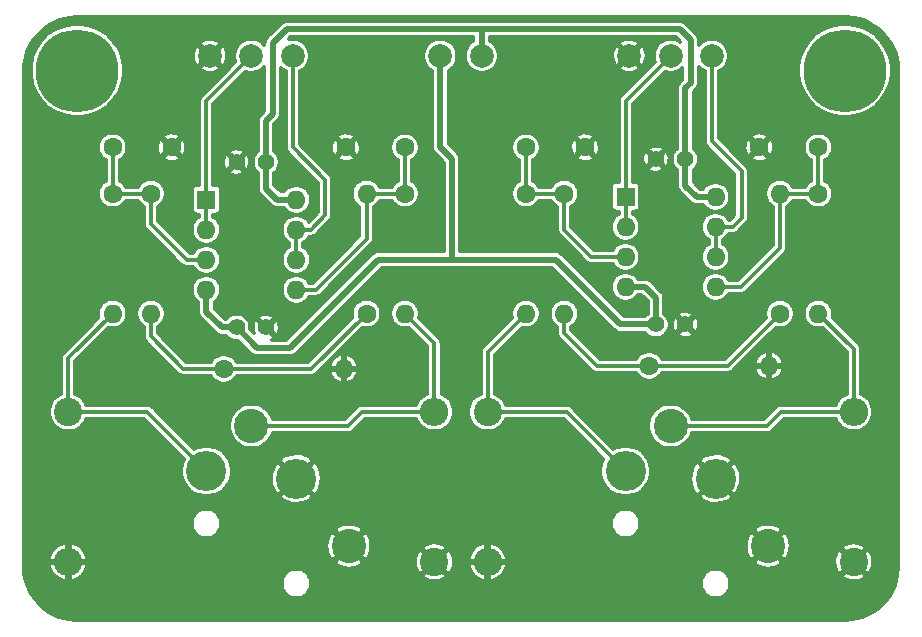
<source format=gbr>
%TF.GenerationSoftware,KiCad,Pcbnew,(5.1.6-0)*%
%TF.CreationDate,2023-06-01T15:37:19-07:00*%
%TF.ProjectId,input_buffer_bal_XLR,696e7075-745f-4627-9566-6665725f6261,rev?*%
%TF.SameCoordinates,Original*%
%TF.FileFunction,Copper,L1,Top*%
%TF.FilePolarity,Positive*%
%FSLAX46Y46*%
G04 Gerber Fmt 4.6, Leading zero omitted, Abs format (unit mm)*
G04 Created by KiCad (PCBNEW (5.1.6-0)) date 2023-06-01 15:37:19*
%MOMM*%
%LPD*%
G01*
G04 APERTURE LIST*
%TA.AperFunction,ComponentPad*%
%ADD10C,2.000000*%
%TD*%
%TA.AperFunction,ComponentPad*%
%ADD11O,1.600000X1.600000*%
%TD*%
%TA.AperFunction,ComponentPad*%
%ADD12R,1.600000X1.600000*%
%TD*%
%TA.AperFunction,ComponentPad*%
%ADD13C,1.600000*%
%TD*%
%TA.AperFunction,ComponentPad*%
%ADD14C,0.800000*%
%TD*%
%TA.AperFunction,ComponentPad*%
%ADD15C,7.000000*%
%TD*%
%TA.AperFunction,ComponentPad*%
%ADD16C,2.900000*%
%TD*%
%TA.AperFunction,ComponentPad*%
%ADD17C,3.400000*%
%TD*%
%TA.AperFunction,ComponentPad*%
%ADD18O,2.400000X2.400000*%
%TD*%
%TA.AperFunction,ComponentPad*%
%ADD19C,2.400000*%
%TD*%
%TA.AperFunction,ComponentPad*%
%ADD20C,1.400000*%
%TD*%
%TA.AperFunction,ViaPad*%
%ADD21C,0.700000*%
%TD*%
%TA.AperFunction,Conductor*%
%ADD22C,0.500000*%
%TD*%
%TA.AperFunction,Conductor*%
%ADD23C,0.300000*%
%TD*%
G04 APERTURE END LIST*
D10*
%TO.P,J3,2*%
%TO.N,-15V*%
X120750000Y-106250000D03*
%TO.P,J3,1*%
%TO.N,+15V*%
X124250000Y-106250000D03*
%TD*%
D11*
%TO.P,U2,8*%
%TO.N,+15V*%
X144060000Y-118190000D03*
%TO.P,U2,4*%
%TO.N,-15V*%
X136440000Y-125810000D03*
%TO.P,U2,7*%
%TO.N,Net-(J5-Pad1)*%
X144060000Y-120730000D03*
%TO.P,U2,3*%
%TO.N,Net-(C7-Pad1)*%
X136440000Y-123270000D03*
%TO.P,U2,6*%
%TO.N,Net-(J5-Pad1)*%
X144060000Y-123270000D03*
%TO.P,U2,2*%
%TO.N,Net-(J5-Pad2)*%
X136440000Y-120730000D03*
%TO.P,U2,5*%
%TO.N,Net-(C8-Pad2)*%
X144060000Y-125810000D03*
D12*
%TO.P,U2,1*%
%TO.N,Net-(J5-Pad2)*%
X136440000Y-118190000D03*
%TD*%
D13*
%TO.P,C8,2*%
%TO.N,Net-(C8-Pad2)*%
X152750000Y-114000000D03*
%TO.P,C8,1*%
%TO.N,GND*%
X147750000Y-114000000D03*
%TD*%
%TO.P,C7,2*%
%TO.N,GND*%
X133000000Y-114000000D03*
%TO.P,C7,1*%
%TO.N,Net-(C7-Pad1)*%
X128000000Y-114000000D03*
%TD*%
%TO.P,C6,2*%
%TO.N,Net-(C6-Pad2)*%
X117750000Y-114000000D03*
%TO.P,C6,1*%
%TO.N,GND*%
X112750000Y-114000000D03*
%TD*%
%TO.P,C5,2*%
%TO.N,GND*%
X98000000Y-114000000D03*
%TO.P,C5,1*%
%TO.N,Net-(C5-Pad1)*%
X93000000Y-114000000D03*
%TD*%
D11*
%TO.P,R6,2*%
%TO.N,GND*%
X148580000Y-132500000D03*
D13*
%TO.P,R6,1*%
%TO.N,Net-(R10-Pad1)*%
X138420000Y-132500000D03*
%TD*%
D14*
%TO.P,H2,1*%
%TO.N,N/C*%
X156856155Y-105643845D03*
X155000000Y-104875000D03*
X153143845Y-105643845D03*
X152375000Y-107500000D03*
X153143845Y-109356155D03*
X155000000Y-110125000D03*
X156856155Y-109356155D03*
X157625000Y-107500000D03*
D15*
X155000000Y-107500000D03*
%TD*%
D14*
%TO.P,H1,1*%
%TO.N,N/C*%
X91856155Y-105643845D03*
X90000000Y-104875000D03*
X88143845Y-105643845D03*
X87375000Y-107500000D03*
X88143845Y-109356155D03*
X90000000Y-110125000D03*
X91856155Y-109356155D03*
X92625000Y-107500000D03*
D15*
X90000000Y-107500000D03*
%TD*%
D11*
%TO.P,U1,8*%
%TO.N,+15V*%
X108560000Y-118440000D03*
%TO.P,U1,4*%
%TO.N,-15V*%
X100940000Y-126060000D03*
%TO.P,U1,7*%
%TO.N,Net-(J4-Pad1)*%
X108560000Y-120980000D03*
%TO.P,U1,3*%
%TO.N,Net-(C5-Pad1)*%
X100940000Y-123520000D03*
%TO.P,U1,6*%
%TO.N,Net-(J4-Pad1)*%
X108560000Y-123520000D03*
%TO.P,U1,2*%
%TO.N,Net-(J4-Pad2)*%
X100940000Y-120980000D03*
%TO.P,U1,5*%
%TO.N,Net-(C6-Pad2)*%
X108560000Y-126060000D03*
D12*
%TO.P,U1,1*%
%TO.N,Net-(J4-Pad2)*%
X100940000Y-118440000D03*
%TD*%
D11*
%TO.P,R10,2*%
%TO.N,Net-(C8-Pad2)*%
X149500000Y-117920000D03*
D13*
%TO.P,R10,1*%
%TO.N,Net-(R10-Pad1)*%
X149500000Y-128080000D03*
%TD*%
D11*
%TO.P,R9,2*%
%TO.N,Net-(R10-Pad1)*%
X131250000Y-128080000D03*
D13*
%TO.P,R9,1*%
%TO.N,Net-(C7-Pad1)*%
X131250000Y-117920000D03*
%TD*%
D11*
%TO.P,R8,2*%
%TO.N,Net-(C6-Pad2)*%
X114500000Y-117920000D03*
D13*
%TO.P,R8,1*%
%TO.N,Net-(R5-Pad1)*%
X114500000Y-128080000D03*
%TD*%
D11*
%TO.P,R7,2*%
%TO.N,Net-(R5-Pad1)*%
X96250000Y-128080000D03*
D13*
%TO.P,R7,1*%
%TO.N,Net-(C5-Pad1)*%
X96250000Y-117920000D03*
%TD*%
D11*
%TO.P,R5,2*%
%TO.N,GND*%
X112580000Y-132750000D03*
D13*
%TO.P,R5,1*%
%TO.N,Net-(R5-Pad1)*%
X102420000Y-132750000D03*
%TD*%
D11*
%TO.P,R4,2*%
%TO.N,Net-(D4-Pad2)*%
X152750000Y-128080000D03*
D13*
%TO.P,R4,1*%
%TO.N,Net-(C8-Pad2)*%
X152750000Y-117920000D03*
%TD*%
D11*
%TO.P,R3,2*%
%TO.N,Net-(D3-Pad1)*%
X128000000Y-128080000D03*
D13*
%TO.P,R3,1*%
%TO.N,Net-(C7-Pad1)*%
X128000000Y-117920000D03*
%TD*%
D11*
%TO.P,R2,2*%
%TO.N,Net-(D2-Pad2)*%
X117750000Y-128080000D03*
D13*
%TO.P,R2,1*%
%TO.N,Net-(C6-Pad2)*%
X117750000Y-117920000D03*
%TD*%
D11*
%TO.P,R1,2*%
%TO.N,Net-(D1-Pad1)*%
X93000000Y-128080000D03*
D13*
%TO.P,R1,1*%
%TO.N,Net-(C5-Pad1)*%
X93000000Y-117920000D03*
%TD*%
D16*
%TO.P,J2,G*%
%TO.N,GND*%
X148500000Y-147760000D03*
%TO.P,J2,3*%
%TO.N,Net-(D4-Pad2)*%
X140250000Y-137590000D03*
D17*
%TO.P,J2,2*%
%TO.N,Net-(D3-Pad1)*%
X136440000Y-141405000D03*
%TO.P,J2,1*%
%TO.N,GND*%
X144060000Y-142040000D03*
%TD*%
D16*
%TO.P,J1,G*%
%TO.N,GND*%
X113000000Y-147760000D03*
%TO.P,J1,3*%
%TO.N,Net-(D2-Pad2)*%
X104750000Y-137590000D03*
D17*
%TO.P,J1,2*%
%TO.N,Net-(D1-Pad1)*%
X100940000Y-141405000D03*
%TO.P,J1,1*%
%TO.N,GND*%
X108560000Y-142040000D03*
%TD*%
D18*
%TO.P,D4,2*%
%TO.N,Net-(D4-Pad2)*%
X155750000Y-136400000D03*
D19*
%TO.P,D4,1*%
%TO.N,GND*%
X155750000Y-149100000D03*
%TD*%
D18*
%TO.P,D3,2*%
%TO.N,GND*%
X124750000Y-149100000D03*
D19*
%TO.P,D3,1*%
%TO.N,Net-(D3-Pad1)*%
X124750000Y-136400000D03*
%TD*%
D18*
%TO.P,D2,2*%
%TO.N,Net-(D2-Pad2)*%
X120250000Y-136400000D03*
D19*
%TO.P,D2,1*%
%TO.N,GND*%
X120250000Y-149100000D03*
%TD*%
D18*
%TO.P,D1,2*%
%TO.N,GND*%
X89250000Y-149100000D03*
D19*
%TO.P,D1,1*%
%TO.N,Net-(D1-Pad1)*%
X89250000Y-136400000D03*
%TD*%
D20*
%TO.P,C4,2*%
%TO.N,-15V*%
X139000000Y-129000000D03*
%TO.P,C4,1*%
%TO.N,GND*%
X141500000Y-129000000D03*
%TD*%
%TO.P,C3,2*%
%TO.N,-15V*%
X103500000Y-129250000D03*
%TO.P,C3,1*%
%TO.N,GND*%
X106000000Y-129250000D03*
%TD*%
%TO.P,C2,2*%
%TO.N,GND*%
X139000000Y-115000000D03*
%TO.P,C2,1*%
%TO.N,+15V*%
X141500000Y-115000000D03*
%TD*%
%TO.P,C1,2*%
%TO.N,GND*%
X103500000Y-115250000D03*
%TO.P,C1,1*%
%TO.N,+15V*%
X106000000Y-115250000D03*
%TD*%
D10*
%TO.P,J5,3*%
%TO.N,GND*%
X136750000Y-106250000D03*
%TO.P,J5,2*%
%TO.N,Net-(J5-Pad2)*%
X140250000Y-106250000D03*
%TO.P,J5,1*%
%TO.N,Net-(J5-Pad1)*%
X143750000Y-106250000D03*
%TD*%
%TO.P,J4,3*%
%TO.N,GND*%
X101250000Y-106250000D03*
%TO.P,J4,2*%
%TO.N,Net-(J4-Pad2)*%
X104750000Y-106250000D03*
%TO.P,J4,1*%
%TO.N,Net-(J4-Pad1)*%
X108250000Y-106250000D03*
%TD*%
D21*
%TO.N,GND*%
X150250000Y-114000000D03*
X130500000Y-114000000D03*
X86750000Y-111242500D03*
X86750000Y-115242500D03*
X86750000Y-119242500D03*
X86750000Y-123242500D03*
X86750000Y-127242500D03*
X86750000Y-131242500D03*
X86750000Y-135242500D03*
X86750000Y-139242500D03*
X86750000Y-143242500D03*
X86750000Y-147242500D03*
X87750000Y-151242500D03*
X88750000Y-113242500D03*
X88750000Y-117242500D03*
X88750000Y-121242500D03*
X88750000Y-125242500D03*
X88750000Y-129242500D03*
X88750000Y-141242500D03*
X88750000Y-145242500D03*
X89750000Y-153242500D03*
X90750000Y-115242500D03*
X90750000Y-119242500D03*
X90750000Y-123242500D03*
X90750000Y-127242500D03*
X90750000Y-132242500D03*
X90750000Y-139242500D03*
X90750000Y-143242500D03*
X91750000Y-112242500D03*
X91750000Y-135242500D03*
X91750000Y-146242500D03*
X91750000Y-150242500D03*
X92750000Y-121242500D03*
X92750000Y-125242500D03*
X92750000Y-130242500D03*
X92750000Y-141242500D03*
X93750000Y-104242500D03*
X93750000Y-133242500D03*
X93750000Y-137242500D03*
X93750000Y-144242500D03*
X93750000Y-148242500D03*
X93750000Y-152242500D03*
X94750000Y-107242500D03*
X94750000Y-111242500D03*
X94750000Y-123242500D03*
X95750000Y-131242500D03*
X95750000Y-135242500D03*
X95750000Y-139242500D03*
X95750000Y-146242500D03*
X95750000Y-150242500D03*
X96750000Y-105242500D03*
X96750000Y-109242500D03*
X96750000Y-125242500D03*
X96750000Y-142242500D03*
X96750000Y-153242500D03*
X95500000Y-114000000D03*
X97750000Y-120242500D03*
X97750000Y-133242500D03*
X97750000Y-148242500D03*
X98750000Y-107242500D03*
X98750000Y-117242500D03*
X98750000Y-127242500D03*
X98750000Y-136242500D03*
X98750000Y-144242500D03*
X98750000Y-151242500D03*
X99750000Y-104242500D03*
X99750000Y-110242500D03*
X100000000Y-114242500D03*
X99750000Y-130242500D03*
X100750000Y-134242500D03*
X100750000Y-138242500D03*
X100750000Y-149242500D03*
X100750000Y-153242500D03*
X101750000Y-112242500D03*
X101750000Y-116242500D03*
X102750000Y-122242500D03*
X102750000Y-126242500D03*
X102750000Y-144242500D03*
X102750000Y-151242500D03*
X103750000Y-109242500D03*
X103750000Y-118242500D03*
X103750000Y-140242500D03*
X103750000Y-147242500D03*
X104750000Y-104242500D03*
X104750000Y-113242500D03*
X104750000Y-124242500D03*
X104750000Y-134242500D03*
X104750000Y-153242500D03*
X105750000Y-120242500D03*
X105750000Y-127242500D03*
X105750000Y-142242500D03*
X105750000Y-149242500D03*
X106750000Y-145242500D03*
X107750000Y-129242500D03*
X107750000Y-135242500D03*
X107750000Y-139242500D03*
X108750000Y-147242500D03*
X108750000Y-153242500D03*
X109750000Y-108242500D03*
X109750000Y-112242500D03*
X110750000Y-105242500D03*
X110750000Y-122242500D03*
X110750000Y-134242500D03*
X110750000Y-144242500D03*
X110750000Y-150242500D03*
X111750000Y-110242500D03*
X111750000Y-139242500D03*
X112750000Y-107242500D03*
X112750000Y-119242500D03*
X112750000Y-142242500D03*
X112750000Y-152242500D03*
X113750000Y-112242500D03*
X113750000Y-135242500D03*
X114750000Y-105242500D03*
X114750000Y-109242500D03*
X114750000Y-126242500D03*
X114750000Y-130242500D03*
X114750000Y-138242500D03*
X114750000Y-144242500D03*
X114750000Y-150242500D03*
X115750000Y-120242500D03*
X115750000Y-133242500D03*
X115750000Y-141242500D03*
X115750000Y-147242500D03*
X115750000Y-153242500D03*
X116750000Y-111242500D03*
X117750000Y-122242500D03*
X117750000Y-131242500D03*
X117750000Y-135242500D03*
X117750000Y-139242500D03*
X117750000Y-143242500D03*
X117750000Y-149242500D03*
X118750000Y-108242500D03*
X118750000Y-125242500D03*
X118750000Y-146242500D03*
X118750000Y-152242500D03*
X119750000Y-116242500D03*
X119750000Y-120242500D03*
X119750000Y-128242500D03*
X119750000Y-141242500D03*
X120750000Y-144242500D03*
X121750000Y-126242500D03*
X121750000Y-130242500D03*
X121750000Y-134242500D03*
X121750000Y-139242500D03*
X121750000Y-151242500D03*
X122750000Y-117242500D03*
X122750000Y-121242500D03*
X122750000Y-142242500D03*
X122750000Y-146242500D03*
X123750000Y-108242500D03*
X123750000Y-128242500D03*
X123750000Y-132242500D03*
X123750000Y-153242500D03*
X124250000Y-114500000D03*
X124750000Y-119242500D03*
X124750000Y-125242500D03*
X124750000Y-140242500D03*
X124750000Y-144242500D03*
X125750000Y-122242500D03*
X126750000Y-109242500D03*
X126750000Y-131242500D03*
X126750000Y-138242500D03*
X126750000Y-142242500D03*
X126750000Y-146242500D03*
X126750000Y-151242500D03*
X127750000Y-106242500D03*
X127750000Y-112242500D03*
X127750000Y-120242500D03*
X127750000Y-126242500D03*
X127750000Y-134242500D03*
X128750000Y-140242500D03*
X128750000Y-144242500D03*
X128750000Y-148242500D03*
X128750000Y-153242500D03*
X129750000Y-108242500D03*
X129750000Y-122242500D03*
X129750000Y-130242500D03*
X129750000Y-137242500D03*
X130750000Y-105242500D03*
X130750000Y-111242500D03*
X130750000Y-133242500D03*
X130750000Y-142242500D03*
X130750000Y-146242500D03*
X130750000Y-150242500D03*
X131750000Y-139242500D03*
X132750000Y-107242500D03*
X132750000Y-120242500D03*
X132750000Y-135242500D03*
X132750000Y-144242500D03*
X132750000Y-148242500D03*
X132750000Y-152242500D03*
X133750000Y-110242500D03*
X133750000Y-116242500D03*
X134750000Y-113242500D03*
X134750000Y-137242500D03*
X134750000Y-150242500D03*
X135750000Y-108242500D03*
X135750000Y-134242500D03*
X135750000Y-153242500D03*
X136750000Y-148242500D03*
X137750000Y-110242500D03*
X137750000Y-136242500D03*
X137750000Y-151242500D03*
X138750000Y-117242500D03*
X138750000Y-121242500D03*
X138750000Y-144242500D03*
X139750000Y-108242500D03*
X139750000Y-112242500D03*
X139750000Y-134242500D03*
X139750000Y-140242500D03*
X139750000Y-147242500D03*
X139750000Y-153242500D03*
X140750000Y-119242500D03*
X140750000Y-123242500D03*
X140750000Y-127242500D03*
X140750000Y-131242500D03*
X140750000Y-150242500D03*
X141750000Y-145242500D03*
X142750000Y-110242500D03*
X142750000Y-135242500D03*
X142750000Y-139242500D03*
X142750000Y-148242500D03*
X143750000Y-128242500D03*
X143750000Y-153242500D03*
X144750000Y-108242500D03*
X144750000Y-112242500D03*
X144750000Y-146242500D03*
X145750000Y-104242500D03*
X145750000Y-134242500D03*
X145750000Y-149242500D03*
X146750000Y-110242500D03*
X146750000Y-121242500D03*
X146750000Y-127242500D03*
X146750000Y-139242500D03*
X146750000Y-144242500D03*
X146750000Y-152242500D03*
X147750000Y-106242500D03*
X147750000Y-136242500D03*
X148750000Y-112242500D03*
X148750000Y-125242500D03*
X148750000Y-141242500D03*
X149750000Y-104242500D03*
X149750000Y-108242500D03*
X149750000Y-130242500D03*
X149750000Y-138242500D03*
X149750000Y-145242500D03*
X149750000Y-150242500D03*
X150750000Y-120242500D03*
X150750000Y-133242500D03*
X150750000Y-153242500D03*
X151750000Y-111242500D03*
X151750000Y-123242500D03*
X151750000Y-140242500D03*
X151750000Y-147242500D03*
X152750000Y-126242500D03*
X152750000Y-131242500D03*
X152750000Y-135242500D03*
X152750000Y-143242500D03*
X152750000Y-151242500D03*
X153750000Y-121242500D03*
X153750000Y-138242500D03*
X154750000Y-116242500D03*
X154750000Y-124242500D03*
X154750000Y-128242500D03*
X154750000Y-133242500D03*
X154750000Y-141242500D03*
X154750000Y-145242500D03*
X154750000Y-153242500D03*
X155750000Y-119242500D03*
X156750000Y-112242500D03*
X156750000Y-122242500D03*
X156750000Y-126242500D03*
X156750000Y-130242500D03*
X156750000Y-139242500D03*
X156750000Y-143242500D03*
X157750000Y-115242500D03*
X157750000Y-134242500D03*
X157750000Y-146242500D03*
X157750000Y-151242500D03*
X158750000Y-118242500D03*
X158750000Y-124242500D03*
X158750000Y-128242500D03*
X158750000Y-137242500D03*
X158750000Y-141242500D03*
X115000000Y-114250000D03*
X147500000Y-117750000D03*
X143500000Y-116000000D03*
X108250000Y-116250000D03*
X112500000Y-116500000D03*
X136500000Y-131000000D03*
X133250000Y-129500000D03*
X137250000Y-127750000D03*
X130000000Y-126000000D03*
X134500000Y-124750000D03*
X132000000Y-123250000D03*
X138500000Y-124250000D03*
X146750000Y-123500000D03*
X107250000Y-113250000D03*
X109750000Y-131000000D03*
X102750000Y-131000000D03*
X123750000Y-111250000D03*
X119250000Y-111500000D03*
%TD*%
D22*
%TO.N,+15V*%
X106940000Y-118440000D02*
X106000000Y-117500000D01*
X108560000Y-118440000D02*
X106940000Y-118440000D01*
X142440000Y-118190000D02*
X144060000Y-118190000D01*
X141500000Y-117250000D02*
X142440000Y-118190000D01*
X141500000Y-115000000D02*
X141500000Y-117250000D01*
X106000000Y-115250000D02*
X106000000Y-117500000D01*
X106000000Y-111750000D02*
X106000000Y-115250000D01*
X106549999Y-105200001D02*
X106549999Y-111200001D01*
X107750000Y-104000000D02*
X106549999Y-105200001D01*
X141950001Y-104950001D02*
X141000000Y-104000000D01*
X141950001Y-108549999D02*
X141950001Y-104950001D01*
X106549999Y-111200001D02*
X106000000Y-111750000D01*
X141500000Y-109000000D02*
X141950001Y-108549999D01*
X141500000Y-115000000D02*
X141500000Y-109000000D01*
X124250000Y-104000000D02*
X107750000Y-104000000D01*
X124250000Y-106250000D02*
X124250000Y-104000000D01*
X141000000Y-104000000D02*
X124250000Y-104000000D01*
%TO.N,-15V*%
X121750000Y-120250000D02*
X121750000Y-115000000D01*
X121750000Y-120250000D02*
X121750000Y-123500000D01*
X103500000Y-129250000D02*
X102250000Y-129250000D01*
X100940000Y-127940000D02*
X100940000Y-126060000D01*
X102250000Y-129250000D02*
X100940000Y-127940000D01*
X105250000Y-131000000D02*
X103500000Y-129250000D01*
X115500000Y-123500000D02*
X108000000Y-131000000D01*
X108000000Y-131000000D02*
X105250000Y-131000000D01*
X121750000Y-123500000D02*
X115500000Y-123500000D01*
X138060000Y-125810000D02*
X136440000Y-125810000D01*
X139000000Y-126750000D02*
X138060000Y-125810000D01*
X121750000Y-123500000D02*
X130500000Y-123500000D01*
X139000000Y-126750000D02*
X139000000Y-129000000D01*
X139000000Y-129000000D02*
X136000000Y-129000000D01*
X130500000Y-123500000D02*
X136000000Y-129000000D01*
X120750000Y-114000000D02*
X121750000Y-115000000D01*
X120750000Y-106250000D02*
X120750000Y-114000000D01*
D23*
%TO.N,Net-(C5-Pad1)*%
X100940000Y-123520000D02*
X99270000Y-123520000D01*
X96250000Y-120500000D02*
X96250000Y-117920000D01*
X99270000Y-123520000D02*
X96250000Y-120500000D01*
X96250000Y-117920000D02*
X93000000Y-117920000D01*
X93000000Y-114000000D02*
X93000000Y-117920000D01*
%TO.N,Net-(C6-Pad2)*%
X108560000Y-126060000D02*
X110190000Y-126060000D01*
X114500000Y-121750000D02*
X114500000Y-117920000D01*
X110190000Y-126060000D02*
X114500000Y-121750000D01*
X117750000Y-114000000D02*
X117750000Y-117920000D01*
X114500000Y-117920000D02*
X117750000Y-117920000D01*
%TO.N,Net-(C7-Pad1)*%
X131250000Y-118080000D02*
X131250000Y-117920000D01*
X131250000Y-117920000D02*
X131250000Y-121000000D01*
X133520000Y-123270000D02*
X136440000Y-123270000D01*
X131250000Y-121000000D02*
X133520000Y-123270000D01*
X128000000Y-114000000D02*
X128000000Y-117920000D01*
X128000000Y-117920000D02*
X131250000Y-117920000D01*
%TO.N,Net-(C8-Pad2)*%
X149500000Y-117920000D02*
X149500000Y-122500000D01*
X146190000Y-125810000D02*
X144060000Y-125810000D01*
X149500000Y-122500000D02*
X146190000Y-125810000D01*
X149500000Y-117920000D02*
X152750000Y-117920000D01*
X152750000Y-114000000D02*
X152750000Y-117920000D01*
%TO.N,Net-(D1-Pad1)*%
X89250000Y-131830000D02*
X93000000Y-128080000D01*
X89250000Y-136400000D02*
X89250000Y-131830000D01*
X95935000Y-136400000D02*
X100940000Y-141405000D01*
X89250000Y-136400000D02*
X95935000Y-136400000D01*
%TO.N,Net-(D2-Pad2)*%
X104750000Y-137590000D02*
X112910000Y-137590000D01*
X114100000Y-136400000D02*
X120250000Y-136400000D01*
X112910000Y-137590000D02*
X114100000Y-136400000D01*
X120250000Y-136400000D02*
X120250000Y-130830000D01*
X120250000Y-130580000D02*
X120250000Y-130830000D01*
X117750000Y-128080000D02*
X120250000Y-130580000D01*
%TO.N,Net-(D3-Pad1)*%
X124750000Y-131330000D02*
X128000000Y-128080000D01*
X124750000Y-136400000D02*
X124750000Y-131330000D01*
X131435000Y-136400000D02*
X136440000Y-141405000D01*
X124750000Y-136400000D02*
X131435000Y-136400000D01*
%TO.N,Net-(D4-Pad2)*%
X140250000Y-137590000D02*
X148410000Y-137590000D01*
X149600000Y-136400000D02*
X155750000Y-136400000D01*
X148410000Y-137590000D02*
X149600000Y-136400000D01*
X155750000Y-131080000D02*
X152750000Y-128080000D01*
X155750000Y-136400000D02*
X155750000Y-131080000D01*
%TO.N,Net-(J4-Pad2)*%
X100940000Y-120980000D02*
X100940000Y-118440000D01*
X100940000Y-113060000D02*
X100940000Y-118440000D01*
X100940000Y-110060000D02*
X100940000Y-113060000D01*
X104750000Y-106250000D02*
X100940000Y-110060000D01*
%TO.N,Net-(J5-Pad2)*%
X136440000Y-120730000D02*
X136440000Y-118190000D01*
X136440000Y-110060000D02*
X136440000Y-118190000D01*
X140250000Y-106250000D02*
X136440000Y-110060000D01*
%TO.N,Net-(R5-Pad1)*%
X108580000Y-132750000D02*
X102420000Y-132750000D01*
X102420000Y-132750000D02*
X99000000Y-132750000D01*
X96250000Y-130000000D02*
X96250000Y-128080000D01*
X99000000Y-132750000D02*
X96250000Y-130000000D01*
X114500000Y-128080000D02*
X109830000Y-132750000D01*
X109830000Y-132750000D02*
X108580000Y-132750000D01*
%TO.N,Net-(R10-Pad1)*%
X145080000Y-132500000D02*
X138420000Y-132500000D01*
X149500000Y-128080000D02*
X145080000Y-132500000D01*
X131250000Y-128080000D02*
X131250000Y-129750000D01*
X134000000Y-132500000D02*
X138420000Y-132500000D01*
X131250000Y-129750000D02*
X134000000Y-132500000D01*
%TO.N,Net-(J4-Pad1)*%
X108560000Y-123520000D02*
X108560000Y-120980000D01*
X111000000Y-116750000D02*
X108250000Y-114000000D01*
X111000000Y-119750000D02*
X111000000Y-116750000D01*
X109770000Y-120980000D02*
X111000000Y-119750000D01*
X108250000Y-114000000D02*
X108250000Y-106250000D01*
X108560000Y-120980000D02*
X109770000Y-120980000D01*
%TO.N,Net-(J5-Pad1)*%
X144060000Y-123270000D02*
X144060000Y-120730000D01*
X146250000Y-120000000D02*
X146250000Y-116000000D01*
X145520000Y-120730000D02*
X146250000Y-120000000D01*
X146250000Y-116000000D02*
X143750000Y-113500000D01*
X144060000Y-120730000D02*
X145520000Y-120730000D01*
X143750000Y-106250000D02*
X143750000Y-113500000D01*
%TD*%
%TO.N,GND*%
G36*
X155800970Y-103048372D02*
G01*
X156576631Y-103260569D01*
X157302451Y-103606767D01*
X157955494Y-104076027D01*
X158515119Y-104653514D01*
X158963632Y-105320973D01*
X159286862Y-106057310D01*
X159475468Y-106842909D01*
X159525001Y-107517426D01*
X159525000Y-149478840D01*
X159451626Y-150300977D01*
X159239431Y-151076631D01*
X158893233Y-151802451D01*
X158423973Y-152455494D01*
X157846486Y-153015119D01*
X157179023Y-153463634D01*
X156442687Y-153786863D01*
X155657091Y-153975468D01*
X154982588Y-154025000D01*
X90021160Y-154025000D01*
X89199023Y-153951626D01*
X88423369Y-153739431D01*
X87697549Y-153393233D01*
X87044506Y-152923973D01*
X86484881Y-152346486D01*
X86036366Y-151679023D01*
X85713137Y-150942687D01*
X85680535Y-150806886D01*
X107310000Y-150806886D01*
X107310000Y-151053114D01*
X107358037Y-151294611D01*
X107452265Y-151522097D01*
X107589062Y-151726828D01*
X107763172Y-151900938D01*
X107967903Y-152037735D01*
X108195389Y-152131963D01*
X108436886Y-152180000D01*
X108683114Y-152180000D01*
X108924611Y-152131963D01*
X109152097Y-152037735D01*
X109356828Y-151900938D01*
X109530938Y-151726828D01*
X109667735Y-151522097D01*
X109761963Y-151294611D01*
X109810000Y-151053114D01*
X109810000Y-150806886D01*
X142810000Y-150806886D01*
X142810000Y-151053114D01*
X142858037Y-151294611D01*
X142952265Y-151522097D01*
X143089062Y-151726828D01*
X143263172Y-151900938D01*
X143467903Y-152037735D01*
X143695389Y-152131963D01*
X143936886Y-152180000D01*
X144183114Y-152180000D01*
X144424611Y-152131963D01*
X144652097Y-152037735D01*
X144856828Y-151900938D01*
X145030938Y-151726828D01*
X145167735Y-151522097D01*
X145261963Y-151294611D01*
X145310000Y-151053114D01*
X145310000Y-150806886D01*
X145261963Y-150565389D01*
X145167735Y-150337903D01*
X145116513Y-150261243D01*
X154730179Y-150261243D01*
X154858138Y-150497674D01*
X155147947Y-150644812D01*
X155460892Y-150732584D01*
X155784949Y-150757616D01*
X156107662Y-150718947D01*
X156416631Y-150618063D01*
X156641862Y-150497674D01*
X156769821Y-150261243D01*
X155750000Y-149241421D01*
X154730179Y-150261243D01*
X145116513Y-150261243D01*
X145030938Y-150133172D01*
X144856828Y-149959062D01*
X144652097Y-149822265D01*
X144424611Y-149728037D01*
X144183114Y-149680000D01*
X143936886Y-149680000D01*
X143695389Y-149728037D01*
X143467903Y-149822265D01*
X143263172Y-149959062D01*
X143089062Y-150133172D01*
X142952265Y-150337903D01*
X142858037Y-150565389D01*
X142810000Y-150806886D01*
X109810000Y-150806886D01*
X109761963Y-150565389D01*
X109667735Y-150337903D01*
X109616513Y-150261243D01*
X119230179Y-150261243D01*
X119358138Y-150497674D01*
X119647947Y-150644812D01*
X119960892Y-150732584D01*
X120284949Y-150757616D01*
X120607662Y-150718947D01*
X120916631Y-150618063D01*
X121141862Y-150497674D01*
X121269821Y-150261243D01*
X120250000Y-149241421D01*
X119230179Y-150261243D01*
X109616513Y-150261243D01*
X109530938Y-150133172D01*
X109356828Y-149959062D01*
X109152097Y-149822265D01*
X108924611Y-149728037D01*
X108683114Y-149680000D01*
X108436886Y-149680000D01*
X108195389Y-149728037D01*
X107967903Y-149822265D01*
X107763172Y-149959062D01*
X107589062Y-150133172D01*
X107452265Y-150337903D01*
X107358037Y-150565389D01*
X107310000Y-150806886D01*
X85680535Y-150806886D01*
X85524532Y-150157091D01*
X85475000Y-149482588D01*
X85475000Y-149456412D01*
X87638950Y-149456412D01*
X87739438Y-149763864D01*
X87897976Y-150045804D01*
X88108472Y-150291397D01*
X88362836Y-150491206D01*
X88651293Y-150637551D01*
X88893589Y-150711047D01*
X89150000Y-150634245D01*
X89150000Y-149200000D01*
X89350000Y-149200000D01*
X89350000Y-150634245D01*
X89606411Y-150711047D01*
X89848707Y-150637551D01*
X90137164Y-150491206D01*
X90391528Y-150291397D01*
X90602024Y-150045804D01*
X90760562Y-149763864D01*
X90861050Y-149456412D01*
X90784470Y-149200000D01*
X89350000Y-149200000D01*
X89150000Y-149200000D01*
X87715530Y-149200000D01*
X87638950Y-149456412D01*
X85475000Y-149456412D01*
X85475000Y-149099195D01*
X111802226Y-149099195D01*
X111960247Y-149361227D01*
X112292610Y-149533306D01*
X112652157Y-149637237D01*
X113025071Y-149669027D01*
X113397022Y-149627455D01*
X113753716Y-149514118D01*
X114039753Y-149361227D01*
X114176212Y-149134949D01*
X118592384Y-149134949D01*
X118631053Y-149457662D01*
X118731937Y-149766631D01*
X118852326Y-149991862D01*
X119088757Y-150119821D01*
X120108579Y-149100000D01*
X120391421Y-149100000D01*
X121411243Y-150119821D01*
X121647674Y-149991862D01*
X121794812Y-149702053D01*
X121863707Y-149456412D01*
X123138950Y-149456412D01*
X123239438Y-149763864D01*
X123397976Y-150045804D01*
X123608472Y-150291397D01*
X123862836Y-150491206D01*
X124151293Y-150637551D01*
X124393589Y-150711047D01*
X124650000Y-150634245D01*
X124650000Y-149200000D01*
X124850000Y-149200000D01*
X124850000Y-150634245D01*
X125106411Y-150711047D01*
X125348707Y-150637551D01*
X125637164Y-150491206D01*
X125891528Y-150291397D01*
X126102024Y-150045804D01*
X126260562Y-149763864D01*
X126361050Y-149456412D01*
X126284470Y-149200000D01*
X124850000Y-149200000D01*
X124650000Y-149200000D01*
X123215530Y-149200000D01*
X123138950Y-149456412D01*
X121863707Y-149456412D01*
X121882584Y-149389108D01*
X121904978Y-149099195D01*
X147302226Y-149099195D01*
X147460247Y-149361227D01*
X147792610Y-149533306D01*
X148152157Y-149637237D01*
X148525071Y-149669027D01*
X148897022Y-149627455D01*
X149253716Y-149514118D01*
X149539753Y-149361227D01*
X149676212Y-149134949D01*
X154092384Y-149134949D01*
X154131053Y-149457662D01*
X154231937Y-149766631D01*
X154352326Y-149991862D01*
X154588757Y-150119821D01*
X155608579Y-149100000D01*
X155891421Y-149100000D01*
X156911243Y-150119821D01*
X157147674Y-149991862D01*
X157294812Y-149702053D01*
X157382584Y-149389108D01*
X157407616Y-149065051D01*
X157368947Y-148742338D01*
X157268063Y-148433369D01*
X157147674Y-148208138D01*
X156911243Y-148080179D01*
X155891421Y-149100000D01*
X155608579Y-149100000D01*
X154588757Y-148080179D01*
X154352326Y-148208138D01*
X154205188Y-148497947D01*
X154117416Y-148810892D01*
X154092384Y-149134949D01*
X149676212Y-149134949D01*
X149697774Y-149099195D01*
X148500000Y-147901421D01*
X147302226Y-149099195D01*
X121904978Y-149099195D01*
X121907616Y-149065051D01*
X121869097Y-148743588D01*
X123138950Y-148743588D01*
X123215530Y-149000000D01*
X124650000Y-149000000D01*
X124650000Y-147565755D01*
X124850000Y-147565755D01*
X124850000Y-149000000D01*
X126284470Y-149000000D01*
X126361050Y-148743588D01*
X126260562Y-148436136D01*
X126102024Y-148154196D01*
X125891528Y-147908603D01*
X125734268Y-147785071D01*
X146590973Y-147785071D01*
X146632545Y-148157022D01*
X146745882Y-148513716D01*
X146898773Y-148799753D01*
X147160805Y-148957774D01*
X148358579Y-147760000D01*
X148641421Y-147760000D01*
X149839195Y-148957774D01*
X150101227Y-148799753D01*
X150273306Y-148467390D01*
X150377237Y-148107843D01*
X150391651Y-147938757D01*
X154730179Y-147938757D01*
X155750000Y-148958579D01*
X156769821Y-147938757D01*
X156641862Y-147702326D01*
X156352053Y-147555188D01*
X156039108Y-147467416D01*
X155715051Y-147442384D01*
X155392338Y-147481053D01*
X155083369Y-147581937D01*
X154858138Y-147702326D01*
X154730179Y-147938757D01*
X150391651Y-147938757D01*
X150409027Y-147734929D01*
X150367455Y-147362978D01*
X150254118Y-147006284D01*
X150101227Y-146720247D01*
X149839195Y-146562226D01*
X148641421Y-147760000D01*
X148358579Y-147760000D01*
X147160805Y-146562226D01*
X146898773Y-146720247D01*
X146726694Y-147052610D01*
X146622763Y-147412157D01*
X146590973Y-147785071D01*
X125734268Y-147785071D01*
X125637164Y-147708794D01*
X125348707Y-147562449D01*
X125106411Y-147488953D01*
X124850000Y-147565755D01*
X124650000Y-147565755D01*
X124393589Y-147488953D01*
X124151293Y-147562449D01*
X123862836Y-147708794D01*
X123608472Y-147908603D01*
X123397976Y-148154196D01*
X123239438Y-148436136D01*
X123138950Y-148743588D01*
X121869097Y-148743588D01*
X121868947Y-148742338D01*
X121768063Y-148433369D01*
X121647674Y-148208138D01*
X121411243Y-148080179D01*
X120391421Y-149100000D01*
X120108579Y-149100000D01*
X119088757Y-148080179D01*
X118852326Y-148208138D01*
X118705188Y-148497947D01*
X118617416Y-148810892D01*
X118592384Y-149134949D01*
X114176212Y-149134949D01*
X114197774Y-149099195D01*
X113000000Y-147901421D01*
X111802226Y-149099195D01*
X85475000Y-149099195D01*
X85475000Y-148743588D01*
X87638950Y-148743588D01*
X87715530Y-149000000D01*
X89150000Y-149000000D01*
X89150000Y-147565755D01*
X89350000Y-147565755D01*
X89350000Y-149000000D01*
X90784470Y-149000000D01*
X90861050Y-148743588D01*
X90760562Y-148436136D01*
X90602024Y-148154196D01*
X90391528Y-147908603D01*
X90234268Y-147785071D01*
X111090973Y-147785071D01*
X111132545Y-148157022D01*
X111245882Y-148513716D01*
X111398773Y-148799753D01*
X111660805Y-148957774D01*
X112858579Y-147760000D01*
X113141421Y-147760000D01*
X114339195Y-148957774D01*
X114601227Y-148799753D01*
X114773306Y-148467390D01*
X114877237Y-148107843D01*
X114891651Y-147938757D01*
X119230179Y-147938757D01*
X120250000Y-148958579D01*
X121269821Y-147938757D01*
X121141862Y-147702326D01*
X120852053Y-147555188D01*
X120539108Y-147467416D01*
X120215051Y-147442384D01*
X119892338Y-147481053D01*
X119583369Y-147581937D01*
X119358138Y-147702326D01*
X119230179Y-147938757D01*
X114891651Y-147938757D01*
X114909027Y-147734929D01*
X114867455Y-147362978D01*
X114754118Y-147006284D01*
X114601227Y-146720247D01*
X114339195Y-146562226D01*
X113141421Y-147760000D01*
X112858579Y-147760000D01*
X111660805Y-146562226D01*
X111398773Y-146720247D01*
X111226694Y-147052610D01*
X111122763Y-147412157D01*
X111090973Y-147785071D01*
X90234268Y-147785071D01*
X90137164Y-147708794D01*
X89848707Y-147562449D01*
X89606411Y-147488953D01*
X89350000Y-147565755D01*
X89150000Y-147565755D01*
X88893589Y-147488953D01*
X88651293Y-147562449D01*
X88362836Y-147708794D01*
X88108472Y-147908603D01*
X87897976Y-148154196D01*
X87739438Y-148436136D01*
X87638950Y-148743588D01*
X85475000Y-148743588D01*
X85475000Y-145726886D01*
X99690000Y-145726886D01*
X99690000Y-145973114D01*
X99738037Y-146214611D01*
X99832265Y-146442097D01*
X99969062Y-146646828D01*
X100143172Y-146820938D01*
X100347903Y-146957735D01*
X100575389Y-147051963D01*
X100816886Y-147100000D01*
X101063114Y-147100000D01*
X101304611Y-147051963D01*
X101532097Y-146957735D01*
X101736828Y-146820938D01*
X101910938Y-146646828D01*
X102047735Y-146442097D01*
X102056554Y-146420805D01*
X111802226Y-146420805D01*
X113000000Y-147618579D01*
X114197774Y-146420805D01*
X114039753Y-146158773D01*
X113707390Y-145986694D01*
X113347843Y-145882763D01*
X112974929Y-145850973D01*
X112602978Y-145892545D01*
X112246284Y-146005882D01*
X111960247Y-146158773D01*
X111802226Y-146420805D01*
X102056554Y-146420805D01*
X102141963Y-146214611D01*
X102190000Y-145973114D01*
X102190000Y-145726886D01*
X135190000Y-145726886D01*
X135190000Y-145973114D01*
X135238037Y-146214611D01*
X135332265Y-146442097D01*
X135469062Y-146646828D01*
X135643172Y-146820938D01*
X135847903Y-146957735D01*
X136075389Y-147051963D01*
X136316886Y-147100000D01*
X136563114Y-147100000D01*
X136804611Y-147051963D01*
X137032097Y-146957735D01*
X137236828Y-146820938D01*
X137410938Y-146646828D01*
X137547735Y-146442097D01*
X137556554Y-146420805D01*
X147302226Y-146420805D01*
X148500000Y-147618579D01*
X149697774Y-146420805D01*
X149539753Y-146158773D01*
X149207390Y-145986694D01*
X148847843Y-145882763D01*
X148474929Y-145850973D01*
X148102978Y-145892545D01*
X147746284Y-146005882D01*
X147460247Y-146158773D01*
X147302226Y-146420805D01*
X137556554Y-146420805D01*
X137641963Y-146214611D01*
X137690000Y-145973114D01*
X137690000Y-145726886D01*
X137641963Y-145485389D01*
X137547735Y-145257903D01*
X137410938Y-145053172D01*
X137236828Y-144879062D01*
X137032097Y-144742265D01*
X136804611Y-144648037D01*
X136563114Y-144600000D01*
X136316886Y-144600000D01*
X136075389Y-144648037D01*
X135847903Y-144742265D01*
X135643172Y-144879062D01*
X135469062Y-145053172D01*
X135332265Y-145257903D01*
X135238037Y-145485389D01*
X135190000Y-145726886D01*
X102190000Y-145726886D01*
X102141963Y-145485389D01*
X102047735Y-145257903D01*
X101910938Y-145053172D01*
X101736828Y-144879062D01*
X101532097Y-144742265D01*
X101304611Y-144648037D01*
X101063114Y-144600000D01*
X100816886Y-144600000D01*
X100575389Y-144648037D01*
X100347903Y-144742265D01*
X100143172Y-144879062D01*
X99969062Y-145053172D01*
X99832265Y-145257903D01*
X99738037Y-145485389D01*
X99690000Y-145726886D01*
X85475000Y-145726886D01*
X85475000Y-143557069D01*
X107184352Y-143557069D01*
X107372410Y-143844708D01*
X107747310Y-144041718D01*
X108153442Y-144161804D01*
X108575197Y-144200350D01*
X108996368Y-144155874D01*
X109400770Y-144030087D01*
X109747590Y-143844708D01*
X109935648Y-143557069D01*
X142684352Y-143557069D01*
X142872410Y-143844708D01*
X143247310Y-144041718D01*
X143653442Y-144161804D01*
X144075197Y-144200350D01*
X144496368Y-144155874D01*
X144900770Y-144030087D01*
X145247590Y-143844708D01*
X145435648Y-143557069D01*
X144060000Y-142181421D01*
X142684352Y-143557069D01*
X109935648Y-143557069D01*
X108560000Y-142181421D01*
X107184352Y-143557069D01*
X85475000Y-143557069D01*
X85475000Y-136237489D01*
X87600000Y-136237489D01*
X87600000Y-136562511D01*
X87663408Y-136881287D01*
X87787789Y-137181568D01*
X87968361Y-137451814D01*
X88198186Y-137681639D01*
X88468432Y-137862211D01*
X88768713Y-137986592D01*
X89087489Y-138050000D01*
X89412511Y-138050000D01*
X89731287Y-137986592D01*
X90031568Y-137862211D01*
X90301814Y-137681639D01*
X90531639Y-137451814D01*
X90712211Y-137181568D01*
X90787419Y-137000000D01*
X95686473Y-137000000D01*
X99050064Y-140363592D01*
X99034695Y-140386593D01*
X98872623Y-140777868D01*
X98790000Y-141193243D01*
X98790000Y-141616757D01*
X98872623Y-142032132D01*
X99034695Y-142423407D01*
X99269986Y-142775545D01*
X99569455Y-143075014D01*
X99921593Y-143310305D01*
X100312868Y-143472377D01*
X100728243Y-143555000D01*
X101151757Y-143555000D01*
X101567132Y-143472377D01*
X101958407Y-143310305D01*
X102310545Y-143075014D01*
X102610014Y-142775545D01*
X102845305Y-142423407D01*
X102997823Y-142055197D01*
X106399650Y-142055197D01*
X106444126Y-142476368D01*
X106569913Y-142880770D01*
X106755292Y-143227590D01*
X107042931Y-143415648D01*
X108418579Y-142040000D01*
X108701421Y-142040000D01*
X110077069Y-143415648D01*
X110364708Y-143227590D01*
X110561718Y-142852690D01*
X110681804Y-142446558D01*
X110720350Y-142024803D01*
X110675874Y-141603632D01*
X110550087Y-141199230D01*
X110364708Y-140852410D01*
X110077069Y-140664352D01*
X108701421Y-142040000D01*
X108418579Y-142040000D01*
X107042931Y-140664352D01*
X106755292Y-140852410D01*
X106558282Y-141227310D01*
X106438196Y-141633442D01*
X106399650Y-142055197D01*
X102997823Y-142055197D01*
X103007377Y-142032132D01*
X103090000Y-141616757D01*
X103090000Y-141193243D01*
X103007377Y-140777868D01*
X102901779Y-140522931D01*
X107184352Y-140522931D01*
X108560000Y-141898579D01*
X109935648Y-140522931D01*
X109747590Y-140235292D01*
X109372690Y-140038282D01*
X108966558Y-139918196D01*
X108544803Y-139879650D01*
X108123632Y-139924126D01*
X107719230Y-140049913D01*
X107372410Y-140235292D01*
X107184352Y-140522931D01*
X102901779Y-140522931D01*
X102845305Y-140386593D01*
X102610014Y-140034455D01*
X102310545Y-139734986D01*
X101958407Y-139499695D01*
X101567132Y-139337623D01*
X101151757Y-139255000D01*
X100728243Y-139255000D01*
X100312868Y-139337623D01*
X99921593Y-139499695D01*
X99898592Y-139515064D01*
X97786394Y-137402866D01*
X102850000Y-137402866D01*
X102850000Y-137777134D01*
X102923016Y-138144209D01*
X103066242Y-138489987D01*
X103274174Y-138801179D01*
X103538821Y-139065826D01*
X103850013Y-139273758D01*
X104195791Y-139416984D01*
X104562866Y-139490000D01*
X104937134Y-139490000D01*
X105304209Y-139416984D01*
X105649987Y-139273758D01*
X105961179Y-139065826D01*
X106225826Y-138801179D01*
X106433758Y-138489987D01*
X106558017Y-138190000D01*
X112880526Y-138190000D01*
X112910000Y-138192903D01*
X112939474Y-138190000D01*
X113027621Y-138181318D01*
X113140721Y-138147010D01*
X113244955Y-138091296D01*
X113336317Y-138016317D01*
X113355113Y-137993414D01*
X114348528Y-137000000D01*
X118712581Y-137000000D01*
X118787789Y-137181568D01*
X118968361Y-137451814D01*
X119198186Y-137681639D01*
X119468432Y-137862211D01*
X119768713Y-137986592D01*
X120087489Y-138050000D01*
X120412511Y-138050000D01*
X120731287Y-137986592D01*
X121031568Y-137862211D01*
X121301814Y-137681639D01*
X121531639Y-137451814D01*
X121712211Y-137181568D01*
X121836592Y-136881287D01*
X121900000Y-136562511D01*
X121900000Y-136237489D01*
X123100000Y-136237489D01*
X123100000Y-136562511D01*
X123163408Y-136881287D01*
X123287789Y-137181568D01*
X123468361Y-137451814D01*
X123698186Y-137681639D01*
X123968432Y-137862211D01*
X124268713Y-137986592D01*
X124587489Y-138050000D01*
X124912511Y-138050000D01*
X125231287Y-137986592D01*
X125531568Y-137862211D01*
X125801814Y-137681639D01*
X126031639Y-137451814D01*
X126212211Y-137181568D01*
X126287419Y-137000000D01*
X131186473Y-137000000D01*
X134550064Y-140363592D01*
X134534695Y-140386593D01*
X134372623Y-140777868D01*
X134290000Y-141193243D01*
X134290000Y-141616757D01*
X134372623Y-142032132D01*
X134534695Y-142423407D01*
X134769986Y-142775545D01*
X135069455Y-143075014D01*
X135421593Y-143310305D01*
X135812868Y-143472377D01*
X136228243Y-143555000D01*
X136651757Y-143555000D01*
X137067132Y-143472377D01*
X137458407Y-143310305D01*
X137810545Y-143075014D01*
X138110014Y-142775545D01*
X138345305Y-142423407D01*
X138497823Y-142055197D01*
X141899650Y-142055197D01*
X141944126Y-142476368D01*
X142069913Y-142880770D01*
X142255292Y-143227590D01*
X142542931Y-143415648D01*
X143918579Y-142040000D01*
X144201421Y-142040000D01*
X145577069Y-143415648D01*
X145864708Y-143227590D01*
X146061718Y-142852690D01*
X146181804Y-142446558D01*
X146220350Y-142024803D01*
X146175874Y-141603632D01*
X146050087Y-141199230D01*
X145864708Y-140852410D01*
X145577069Y-140664352D01*
X144201421Y-142040000D01*
X143918579Y-142040000D01*
X142542931Y-140664352D01*
X142255292Y-140852410D01*
X142058282Y-141227310D01*
X141938196Y-141633442D01*
X141899650Y-142055197D01*
X138497823Y-142055197D01*
X138507377Y-142032132D01*
X138590000Y-141616757D01*
X138590000Y-141193243D01*
X138507377Y-140777868D01*
X138401779Y-140522931D01*
X142684352Y-140522931D01*
X144060000Y-141898579D01*
X145435648Y-140522931D01*
X145247590Y-140235292D01*
X144872690Y-140038282D01*
X144466558Y-139918196D01*
X144044803Y-139879650D01*
X143623632Y-139924126D01*
X143219230Y-140049913D01*
X142872410Y-140235292D01*
X142684352Y-140522931D01*
X138401779Y-140522931D01*
X138345305Y-140386593D01*
X138110014Y-140034455D01*
X137810545Y-139734986D01*
X137458407Y-139499695D01*
X137067132Y-139337623D01*
X136651757Y-139255000D01*
X136228243Y-139255000D01*
X135812868Y-139337623D01*
X135421593Y-139499695D01*
X135398592Y-139515064D01*
X133286394Y-137402866D01*
X138350000Y-137402866D01*
X138350000Y-137777134D01*
X138423016Y-138144209D01*
X138566242Y-138489987D01*
X138774174Y-138801179D01*
X139038821Y-139065826D01*
X139350013Y-139273758D01*
X139695791Y-139416984D01*
X140062866Y-139490000D01*
X140437134Y-139490000D01*
X140804209Y-139416984D01*
X141149987Y-139273758D01*
X141461179Y-139065826D01*
X141725826Y-138801179D01*
X141933758Y-138489987D01*
X142058017Y-138190000D01*
X148380526Y-138190000D01*
X148410000Y-138192903D01*
X148439474Y-138190000D01*
X148527621Y-138181318D01*
X148640721Y-138147010D01*
X148744955Y-138091296D01*
X148836317Y-138016317D01*
X148855113Y-137993414D01*
X149848528Y-137000000D01*
X154212581Y-137000000D01*
X154287789Y-137181568D01*
X154468361Y-137451814D01*
X154698186Y-137681639D01*
X154968432Y-137862211D01*
X155268713Y-137986592D01*
X155587489Y-138050000D01*
X155912511Y-138050000D01*
X156231287Y-137986592D01*
X156531568Y-137862211D01*
X156801814Y-137681639D01*
X157031639Y-137451814D01*
X157212211Y-137181568D01*
X157336592Y-136881287D01*
X157400000Y-136562511D01*
X157400000Y-136237489D01*
X157336592Y-135918713D01*
X157212211Y-135618432D01*
X157031639Y-135348186D01*
X156801814Y-135118361D01*
X156531568Y-134937789D01*
X156350000Y-134862581D01*
X156350000Y-131109474D01*
X156352903Y-131080000D01*
X156341318Y-130962379D01*
X156307010Y-130849279D01*
X156280951Y-130800526D01*
X156251296Y-130745045D01*
X156176317Y-130653683D01*
X156153419Y-130634891D01*
X153953817Y-128435290D01*
X154000000Y-128203114D01*
X154000000Y-127956886D01*
X153951963Y-127715389D01*
X153857735Y-127487903D01*
X153720938Y-127283172D01*
X153546828Y-127109062D01*
X153342097Y-126972265D01*
X153114611Y-126878037D01*
X152873114Y-126830000D01*
X152626886Y-126830000D01*
X152385389Y-126878037D01*
X152157903Y-126972265D01*
X151953172Y-127109062D01*
X151779062Y-127283172D01*
X151642265Y-127487903D01*
X151548037Y-127715389D01*
X151500000Y-127956886D01*
X151500000Y-128203114D01*
X151548037Y-128444611D01*
X151642265Y-128672097D01*
X151779062Y-128876828D01*
X151953172Y-129050938D01*
X152157903Y-129187735D01*
X152385389Y-129281963D01*
X152626886Y-129330000D01*
X152873114Y-129330000D01*
X153105290Y-129283817D01*
X155150001Y-131328529D01*
X155150000Y-134862581D01*
X154968432Y-134937789D01*
X154698186Y-135118361D01*
X154468361Y-135348186D01*
X154287789Y-135618432D01*
X154212581Y-135800000D01*
X149629473Y-135800000D01*
X149599999Y-135797097D01*
X149482379Y-135808682D01*
X149369279Y-135842990D01*
X149265045Y-135898704D01*
X149173683Y-135973683D01*
X149154891Y-135996581D01*
X148161473Y-136990000D01*
X142058017Y-136990000D01*
X141933758Y-136690013D01*
X141725826Y-136378821D01*
X141461179Y-136114174D01*
X141149987Y-135906242D01*
X140804209Y-135763016D01*
X140437134Y-135690000D01*
X140062866Y-135690000D01*
X139695791Y-135763016D01*
X139350013Y-135906242D01*
X139038821Y-136114174D01*
X138774174Y-136378821D01*
X138566242Y-136690013D01*
X138423016Y-137035791D01*
X138350000Y-137402866D01*
X133286394Y-137402866D01*
X131880113Y-135996586D01*
X131861317Y-135973683D01*
X131769955Y-135898704D01*
X131665721Y-135842990D01*
X131552621Y-135808682D01*
X131464474Y-135800000D01*
X131435000Y-135797097D01*
X131405526Y-135800000D01*
X126287419Y-135800000D01*
X126212211Y-135618432D01*
X126031639Y-135348186D01*
X125801814Y-135118361D01*
X125531568Y-134937789D01*
X125350000Y-134862581D01*
X125350000Y-131578527D01*
X127644711Y-129283817D01*
X127876886Y-129330000D01*
X128123114Y-129330000D01*
X128364611Y-129281963D01*
X128592097Y-129187735D01*
X128796828Y-129050938D01*
X128970938Y-128876828D01*
X129107735Y-128672097D01*
X129201963Y-128444611D01*
X129250000Y-128203114D01*
X129250000Y-127956886D01*
X130000000Y-127956886D01*
X130000000Y-128203114D01*
X130048037Y-128444611D01*
X130142265Y-128672097D01*
X130279062Y-128876828D01*
X130453172Y-129050938D01*
X130650001Y-129182455D01*
X130650001Y-129720517D01*
X130647097Y-129750000D01*
X130658682Y-129867620D01*
X130680599Y-129939871D01*
X130692991Y-129980721D01*
X130748705Y-130084955D01*
X130823684Y-130176317D01*
X130846581Y-130195109D01*
X133554896Y-132903425D01*
X133573683Y-132926317D01*
X133665045Y-133001296D01*
X133769279Y-133057010D01*
X133848070Y-133080911D01*
X133882378Y-133091318D01*
X133999999Y-133102903D01*
X134029473Y-133100000D01*
X137317546Y-133100000D01*
X137449062Y-133296828D01*
X137623172Y-133470938D01*
X137827903Y-133607735D01*
X138055389Y-133701963D01*
X138296886Y-133750000D01*
X138543114Y-133750000D01*
X138784611Y-133701963D01*
X139012097Y-133607735D01*
X139216828Y-133470938D01*
X139390938Y-133296828D01*
X139522454Y-133100000D01*
X145050526Y-133100000D01*
X145080000Y-133102903D01*
X145109474Y-133100000D01*
X145197621Y-133091318D01*
X145310721Y-133057010D01*
X145414955Y-133001296D01*
X145506317Y-132926317D01*
X145525113Y-132903414D01*
X145634842Y-132793685D01*
X147364990Y-132793685D01*
X147406591Y-132930835D01*
X147513189Y-133151477D01*
X147660784Y-133347084D01*
X147843704Y-133510138D01*
X148054920Y-133634373D01*
X148286314Y-133715014D01*
X148480000Y-133633498D01*
X148480000Y-132600000D01*
X148680000Y-132600000D01*
X148680000Y-133633498D01*
X148873686Y-133715014D01*
X149105080Y-133634373D01*
X149316296Y-133510138D01*
X149499216Y-133347084D01*
X149646811Y-133151477D01*
X149753409Y-132930835D01*
X149795010Y-132793685D01*
X149713096Y-132600000D01*
X148680000Y-132600000D01*
X148480000Y-132600000D01*
X147446904Y-132600000D01*
X147364990Y-132793685D01*
X145634842Y-132793685D01*
X146222212Y-132206315D01*
X147364990Y-132206315D01*
X147446904Y-132400000D01*
X148480000Y-132400000D01*
X148480000Y-131366502D01*
X148680000Y-131366502D01*
X148680000Y-132400000D01*
X149713096Y-132400000D01*
X149795010Y-132206315D01*
X149753409Y-132069165D01*
X149646811Y-131848523D01*
X149499216Y-131652916D01*
X149316296Y-131489862D01*
X149105080Y-131365627D01*
X148873686Y-131284986D01*
X148680000Y-131366502D01*
X148480000Y-131366502D01*
X148286314Y-131284986D01*
X148054920Y-131365627D01*
X147843704Y-131489862D01*
X147660784Y-131652916D01*
X147513189Y-131848523D01*
X147406591Y-132069165D01*
X147364990Y-132206315D01*
X146222212Y-132206315D01*
X149144711Y-129283817D01*
X149376886Y-129330000D01*
X149623114Y-129330000D01*
X149864611Y-129281963D01*
X150092097Y-129187735D01*
X150296828Y-129050938D01*
X150470938Y-128876828D01*
X150607735Y-128672097D01*
X150701963Y-128444611D01*
X150750000Y-128203114D01*
X150750000Y-127956886D01*
X150701963Y-127715389D01*
X150607735Y-127487903D01*
X150470938Y-127283172D01*
X150296828Y-127109062D01*
X150092097Y-126972265D01*
X149864611Y-126878037D01*
X149623114Y-126830000D01*
X149376886Y-126830000D01*
X149135389Y-126878037D01*
X148907903Y-126972265D01*
X148703172Y-127109062D01*
X148529062Y-127283172D01*
X148392265Y-127487903D01*
X148298037Y-127715389D01*
X148250000Y-127956886D01*
X148250000Y-128203114D01*
X148296183Y-128435289D01*
X144831473Y-131900000D01*
X139522454Y-131900000D01*
X139390938Y-131703172D01*
X139216828Y-131529062D01*
X139012097Y-131392265D01*
X138784611Y-131298037D01*
X138543114Y-131250000D01*
X138296886Y-131250000D01*
X138055389Y-131298037D01*
X137827903Y-131392265D01*
X137623172Y-131529062D01*
X137449062Y-131703172D01*
X137317546Y-131900000D01*
X134248529Y-131900000D01*
X131850000Y-129501473D01*
X131850000Y-129182454D01*
X132046828Y-129050938D01*
X132220938Y-128876828D01*
X132357735Y-128672097D01*
X132451963Y-128444611D01*
X132500000Y-128203114D01*
X132500000Y-127956886D01*
X132451963Y-127715389D01*
X132357735Y-127487903D01*
X132220938Y-127283172D01*
X132046828Y-127109062D01*
X131842097Y-126972265D01*
X131614611Y-126878037D01*
X131373114Y-126830000D01*
X131126886Y-126830000D01*
X130885389Y-126878037D01*
X130657903Y-126972265D01*
X130453172Y-127109062D01*
X130279062Y-127283172D01*
X130142265Y-127487903D01*
X130048037Y-127715389D01*
X130000000Y-127956886D01*
X129250000Y-127956886D01*
X129201963Y-127715389D01*
X129107735Y-127487903D01*
X128970938Y-127283172D01*
X128796828Y-127109062D01*
X128592097Y-126972265D01*
X128364611Y-126878037D01*
X128123114Y-126830000D01*
X127876886Y-126830000D01*
X127635389Y-126878037D01*
X127407903Y-126972265D01*
X127203172Y-127109062D01*
X127029062Y-127283172D01*
X126892265Y-127487903D01*
X126798037Y-127715389D01*
X126750000Y-127956886D01*
X126750000Y-128203114D01*
X126796183Y-128435289D01*
X124346582Y-130884891D01*
X124323684Y-130903683D01*
X124248705Y-130995045D01*
X124246057Y-131000000D01*
X124192991Y-131099279D01*
X124158682Y-131212380D01*
X124147097Y-131330000D01*
X124150001Y-131359484D01*
X124150000Y-134862581D01*
X123968432Y-134937789D01*
X123698186Y-135118361D01*
X123468361Y-135348186D01*
X123287789Y-135618432D01*
X123163408Y-135918713D01*
X123100000Y-136237489D01*
X121900000Y-136237489D01*
X121836592Y-135918713D01*
X121712211Y-135618432D01*
X121531639Y-135348186D01*
X121301814Y-135118361D01*
X121031568Y-134937789D01*
X120850000Y-134862581D01*
X120850000Y-130609474D01*
X120852903Y-130580000D01*
X120845283Y-130502630D01*
X120841318Y-130462379D01*
X120807010Y-130349279D01*
X120751296Y-130245045D01*
X120676317Y-130153683D01*
X120653420Y-130134892D01*
X118953817Y-128435290D01*
X119000000Y-128203114D01*
X119000000Y-127956886D01*
X118951963Y-127715389D01*
X118857735Y-127487903D01*
X118720938Y-127283172D01*
X118546828Y-127109062D01*
X118342097Y-126972265D01*
X118114611Y-126878037D01*
X117873114Y-126830000D01*
X117626886Y-126830000D01*
X117385389Y-126878037D01*
X117157903Y-126972265D01*
X116953172Y-127109062D01*
X116779062Y-127283172D01*
X116642265Y-127487903D01*
X116548037Y-127715389D01*
X116500000Y-127956886D01*
X116500000Y-128203114D01*
X116548037Y-128444611D01*
X116642265Y-128672097D01*
X116779062Y-128876828D01*
X116953172Y-129050938D01*
X117157903Y-129187735D01*
X117385389Y-129281963D01*
X117626886Y-129330000D01*
X117873114Y-129330000D01*
X118105290Y-129283817D01*
X119650000Y-130828528D01*
X119650000Y-130859474D01*
X119650001Y-130859484D01*
X119650000Y-134862581D01*
X119468432Y-134937789D01*
X119198186Y-135118361D01*
X118968361Y-135348186D01*
X118787789Y-135618432D01*
X118712581Y-135800000D01*
X114129473Y-135800000D01*
X114099999Y-135797097D01*
X113982379Y-135808682D01*
X113869279Y-135842990D01*
X113765045Y-135898704D01*
X113673683Y-135973683D01*
X113654891Y-135996581D01*
X112661473Y-136990000D01*
X106558017Y-136990000D01*
X106433758Y-136690013D01*
X106225826Y-136378821D01*
X105961179Y-136114174D01*
X105649987Y-135906242D01*
X105304209Y-135763016D01*
X104937134Y-135690000D01*
X104562866Y-135690000D01*
X104195791Y-135763016D01*
X103850013Y-135906242D01*
X103538821Y-136114174D01*
X103274174Y-136378821D01*
X103066242Y-136690013D01*
X102923016Y-137035791D01*
X102850000Y-137402866D01*
X97786394Y-137402866D01*
X96380113Y-135996586D01*
X96361317Y-135973683D01*
X96269955Y-135898704D01*
X96165721Y-135842990D01*
X96052621Y-135808682D01*
X95964474Y-135800000D01*
X95935000Y-135797097D01*
X95905526Y-135800000D01*
X90787419Y-135800000D01*
X90712211Y-135618432D01*
X90531639Y-135348186D01*
X90301814Y-135118361D01*
X90031568Y-134937789D01*
X89850000Y-134862581D01*
X89850000Y-132078527D01*
X92644711Y-129283817D01*
X92876886Y-129330000D01*
X93123114Y-129330000D01*
X93364611Y-129281963D01*
X93592097Y-129187735D01*
X93796828Y-129050938D01*
X93970938Y-128876828D01*
X94107735Y-128672097D01*
X94201963Y-128444611D01*
X94250000Y-128203114D01*
X94250000Y-127956886D01*
X95000000Y-127956886D01*
X95000000Y-128203114D01*
X95048037Y-128444611D01*
X95142265Y-128672097D01*
X95279062Y-128876828D01*
X95453172Y-129050938D01*
X95650000Y-129182455D01*
X95650000Y-129970526D01*
X95647097Y-130000000D01*
X95650000Y-130029473D01*
X95658682Y-130117620D01*
X95692990Y-130230720D01*
X95748704Y-130334954D01*
X95823683Y-130426317D01*
X95846586Y-130445113D01*
X98554896Y-133153425D01*
X98573683Y-133176317D01*
X98665045Y-133251296D01*
X98769279Y-133307010D01*
X98848070Y-133330911D01*
X98882378Y-133341318D01*
X98999999Y-133352903D01*
X99029473Y-133350000D01*
X101317546Y-133350000D01*
X101449062Y-133546828D01*
X101623172Y-133720938D01*
X101827903Y-133857735D01*
X102055389Y-133951963D01*
X102296886Y-134000000D01*
X102543114Y-134000000D01*
X102784611Y-133951963D01*
X103012097Y-133857735D01*
X103216828Y-133720938D01*
X103390938Y-133546828D01*
X103522454Y-133350000D01*
X109800526Y-133350000D01*
X109830000Y-133352903D01*
X109859474Y-133350000D01*
X109947621Y-133341318D01*
X110060721Y-133307010D01*
X110164955Y-133251296D01*
X110256317Y-133176317D01*
X110275113Y-133153414D01*
X110384842Y-133043685D01*
X111364990Y-133043685D01*
X111406591Y-133180835D01*
X111513189Y-133401477D01*
X111660784Y-133597084D01*
X111843704Y-133760138D01*
X112054920Y-133884373D01*
X112286314Y-133965014D01*
X112480000Y-133883498D01*
X112480000Y-132850000D01*
X112680000Y-132850000D01*
X112680000Y-133883498D01*
X112873686Y-133965014D01*
X113105080Y-133884373D01*
X113316296Y-133760138D01*
X113499216Y-133597084D01*
X113646811Y-133401477D01*
X113753409Y-133180835D01*
X113795010Y-133043685D01*
X113713096Y-132850000D01*
X112680000Y-132850000D01*
X112480000Y-132850000D01*
X111446904Y-132850000D01*
X111364990Y-133043685D01*
X110384842Y-133043685D01*
X110972212Y-132456315D01*
X111364990Y-132456315D01*
X111446904Y-132650000D01*
X112480000Y-132650000D01*
X112480000Y-131616502D01*
X112680000Y-131616502D01*
X112680000Y-132650000D01*
X113713096Y-132650000D01*
X113795010Y-132456315D01*
X113753409Y-132319165D01*
X113646811Y-132098523D01*
X113499216Y-131902916D01*
X113316296Y-131739862D01*
X113105080Y-131615627D01*
X112873686Y-131534986D01*
X112680000Y-131616502D01*
X112480000Y-131616502D01*
X112286314Y-131534986D01*
X112054920Y-131615627D01*
X111843704Y-131739862D01*
X111660784Y-131902916D01*
X111513189Y-132098523D01*
X111406591Y-132319165D01*
X111364990Y-132456315D01*
X110972212Y-132456315D01*
X114144711Y-129283817D01*
X114376886Y-129330000D01*
X114623114Y-129330000D01*
X114864611Y-129281963D01*
X115092097Y-129187735D01*
X115296828Y-129050938D01*
X115470938Y-128876828D01*
X115607735Y-128672097D01*
X115701963Y-128444611D01*
X115750000Y-128203114D01*
X115750000Y-127956886D01*
X115701963Y-127715389D01*
X115607735Y-127487903D01*
X115470938Y-127283172D01*
X115296828Y-127109062D01*
X115092097Y-126972265D01*
X114864611Y-126878037D01*
X114623114Y-126830000D01*
X114376886Y-126830000D01*
X114135389Y-126878037D01*
X113907903Y-126972265D01*
X113703172Y-127109062D01*
X113529062Y-127283172D01*
X113392265Y-127487903D01*
X113298037Y-127715389D01*
X113250000Y-127956886D01*
X113250000Y-128203114D01*
X113296183Y-128435289D01*
X109581473Y-132150000D01*
X103522454Y-132150000D01*
X103390938Y-131953172D01*
X103216828Y-131779062D01*
X103012097Y-131642265D01*
X102784611Y-131548037D01*
X102543114Y-131500000D01*
X102296886Y-131500000D01*
X102055389Y-131548037D01*
X101827903Y-131642265D01*
X101623172Y-131779062D01*
X101449062Y-131953172D01*
X101317546Y-132150000D01*
X99248529Y-132150000D01*
X96850000Y-129751473D01*
X96850000Y-129182454D01*
X97046828Y-129050938D01*
X97220938Y-128876828D01*
X97357735Y-128672097D01*
X97451963Y-128444611D01*
X97500000Y-128203114D01*
X97500000Y-127956886D01*
X97451963Y-127715389D01*
X97357735Y-127487903D01*
X97220938Y-127283172D01*
X97046828Y-127109062D01*
X96842097Y-126972265D01*
X96614611Y-126878037D01*
X96373114Y-126830000D01*
X96126886Y-126830000D01*
X95885389Y-126878037D01*
X95657903Y-126972265D01*
X95453172Y-127109062D01*
X95279062Y-127283172D01*
X95142265Y-127487903D01*
X95048037Y-127715389D01*
X95000000Y-127956886D01*
X94250000Y-127956886D01*
X94201963Y-127715389D01*
X94107735Y-127487903D01*
X93970938Y-127283172D01*
X93796828Y-127109062D01*
X93592097Y-126972265D01*
X93364611Y-126878037D01*
X93123114Y-126830000D01*
X92876886Y-126830000D01*
X92635389Y-126878037D01*
X92407903Y-126972265D01*
X92203172Y-127109062D01*
X92029062Y-127283172D01*
X91892265Y-127487903D01*
X91798037Y-127715389D01*
X91750000Y-127956886D01*
X91750000Y-128203114D01*
X91796183Y-128435289D01*
X88846582Y-131384891D01*
X88823684Y-131403683D01*
X88748705Y-131495045D01*
X88713601Y-131560721D01*
X88692991Y-131599279D01*
X88658682Y-131712380D01*
X88647097Y-131830000D01*
X88650001Y-131859484D01*
X88650000Y-134862581D01*
X88468432Y-134937789D01*
X88198186Y-135118361D01*
X87968361Y-135348186D01*
X87787789Y-135618432D01*
X87663408Y-135918713D01*
X87600000Y-136237489D01*
X85475000Y-136237489D01*
X85475000Y-125936886D01*
X99690000Y-125936886D01*
X99690000Y-126183114D01*
X99738037Y-126424611D01*
X99832265Y-126652097D01*
X99969062Y-126856828D01*
X100143172Y-127030938D01*
X100240000Y-127095637D01*
X100240000Y-127905613D01*
X100236613Y-127940000D01*
X100240000Y-127974387D01*
X100240000Y-127974389D01*
X100250128Y-128077223D01*
X100286651Y-128197622D01*
X100290155Y-128209174D01*
X100355155Y-128330781D01*
X100376457Y-128356737D01*
X100442630Y-128437369D01*
X100469343Y-128459292D01*
X101730707Y-129720657D01*
X101752630Y-129747370D01*
X101859219Y-129834845D01*
X101980825Y-129899845D01*
X102112776Y-129939872D01*
X102215610Y-129950000D01*
X102215613Y-129950000D01*
X102250000Y-129953387D01*
X102284387Y-129950000D01*
X102584632Y-129950000D01*
X102606737Y-129983082D01*
X102766918Y-130143263D01*
X102955271Y-130269116D01*
X103164557Y-130355806D01*
X103386735Y-130400000D01*
X103613265Y-130400000D01*
X103652288Y-130392238D01*
X104730708Y-131470658D01*
X104752630Y-131497370D01*
X104859219Y-131584845D01*
X104980825Y-131649845D01*
X105112776Y-131689872D01*
X105215610Y-131700000D01*
X105215613Y-131700000D01*
X105250000Y-131703387D01*
X105284387Y-131700000D01*
X107965613Y-131700000D01*
X108000000Y-131703387D01*
X108034387Y-131700000D01*
X108034390Y-131700000D01*
X108137224Y-131689872D01*
X108269175Y-131649845D01*
X108390781Y-131584845D01*
X108497370Y-131497370D01*
X108519296Y-131470653D01*
X115789950Y-124200000D01*
X121715610Y-124200000D01*
X121750000Y-124203387D01*
X121784390Y-124200000D01*
X130210051Y-124200000D01*
X135480709Y-129470659D01*
X135502630Y-129497370D01*
X135529341Y-129519291D01*
X135529342Y-129519292D01*
X135609219Y-129584845D01*
X135730825Y-129649845D01*
X135862776Y-129689872D01*
X136000000Y-129703387D01*
X136034390Y-129700000D01*
X138084632Y-129700000D01*
X138106737Y-129733082D01*
X138266918Y-129893263D01*
X138455271Y-130019116D01*
X138664557Y-130105806D01*
X138886735Y-130150000D01*
X139113265Y-130150000D01*
X139335443Y-130105806D01*
X139544729Y-130019116D01*
X139733082Y-129893263D01*
X139821474Y-129804871D01*
X140836551Y-129804871D01*
X140904226Y-129990143D01*
X141108841Y-130087346D01*
X141328488Y-130142764D01*
X141554726Y-130154267D01*
X141778860Y-130121412D01*
X141992279Y-130045461D01*
X142095774Y-129990143D01*
X142163449Y-129804871D01*
X141500000Y-129141421D01*
X140836551Y-129804871D01*
X139821474Y-129804871D01*
X139893263Y-129733082D01*
X140019116Y-129544729D01*
X140105806Y-129335443D01*
X140150000Y-129113265D01*
X140150000Y-129054726D01*
X140345733Y-129054726D01*
X140378588Y-129278860D01*
X140454539Y-129492279D01*
X140509857Y-129595774D01*
X140695129Y-129663449D01*
X141358579Y-129000000D01*
X141641421Y-129000000D01*
X142304871Y-129663449D01*
X142490143Y-129595774D01*
X142587346Y-129391159D01*
X142642764Y-129171512D01*
X142654267Y-128945274D01*
X142621412Y-128721140D01*
X142545461Y-128507721D01*
X142490143Y-128404226D01*
X142304871Y-128336551D01*
X141641421Y-129000000D01*
X141358579Y-129000000D01*
X140695129Y-128336551D01*
X140509857Y-128404226D01*
X140412654Y-128608841D01*
X140357236Y-128828488D01*
X140345733Y-129054726D01*
X140150000Y-129054726D01*
X140150000Y-128886735D01*
X140105806Y-128664557D01*
X140019116Y-128455271D01*
X139893263Y-128266918D01*
X139821474Y-128195129D01*
X140836551Y-128195129D01*
X141500000Y-128858579D01*
X142163449Y-128195129D01*
X142095774Y-128009857D01*
X141891159Y-127912654D01*
X141671512Y-127857236D01*
X141445274Y-127845733D01*
X141221140Y-127878588D01*
X141007721Y-127954539D01*
X140904226Y-128009857D01*
X140836551Y-128195129D01*
X139821474Y-128195129D01*
X139733082Y-128106737D01*
X139700000Y-128084632D01*
X139700000Y-126784387D01*
X139703387Y-126750000D01*
X139700000Y-126715610D01*
X139689872Y-126612776D01*
X139649845Y-126480825D01*
X139584845Y-126359219D01*
X139519292Y-126279342D01*
X139519287Y-126279337D01*
X139497369Y-126252630D01*
X139470663Y-126230713D01*
X138926836Y-125686886D01*
X142810000Y-125686886D01*
X142810000Y-125933114D01*
X142858037Y-126174611D01*
X142952265Y-126402097D01*
X143089062Y-126606828D01*
X143263172Y-126780938D01*
X143467903Y-126917735D01*
X143695389Y-127011963D01*
X143936886Y-127060000D01*
X144183114Y-127060000D01*
X144424611Y-127011963D01*
X144652097Y-126917735D01*
X144856828Y-126780938D01*
X145030938Y-126606828D01*
X145162454Y-126410000D01*
X146160526Y-126410000D01*
X146190000Y-126412903D01*
X146219474Y-126410000D01*
X146307621Y-126401318D01*
X146420721Y-126367010D01*
X146524955Y-126311296D01*
X146616317Y-126236317D01*
X146635113Y-126213414D01*
X149903419Y-122945109D01*
X149926317Y-122926317D01*
X150001296Y-122834955D01*
X150037603Y-122767029D01*
X150057010Y-122730722D01*
X150091318Y-122617621D01*
X150102903Y-122500000D01*
X150100000Y-122470526D01*
X150100000Y-119022454D01*
X150296828Y-118890938D01*
X150470938Y-118716828D01*
X150602454Y-118520000D01*
X151647546Y-118520000D01*
X151779062Y-118716828D01*
X151953172Y-118890938D01*
X152157903Y-119027735D01*
X152385389Y-119121963D01*
X152626886Y-119170000D01*
X152873114Y-119170000D01*
X153114611Y-119121963D01*
X153342097Y-119027735D01*
X153546828Y-118890938D01*
X153720938Y-118716828D01*
X153857735Y-118512097D01*
X153951963Y-118284611D01*
X154000000Y-118043114D01*
X154000000Y-117796886D01*
X153951963Y-117555389D01*
X153857735Y-117327903D01*
X153720938Y-117123172D01*
X153546828Y-116949062D01*
X153350000Y-116817546D01*
X153350000Y-115102454D01*
X153546828Y-114970938D01*
X153720938Y-114796828D01*
X153857735Y-114592097D01*
X153951963Y-114364611D01*
X154000000Y-114123114D01*
X154000000Y-113876886D01*
X153951963Y-113635389D01*
X153857735Y-113407903D01*
X153720938Y-113203172D01*
X153546828Y-113029062D01*
X153342097Y-112892265D01*
X153114611Y-112798037D01*
X152873114Y-112750000D01*
X152626886Y-112750000D01*
X152385389Y-112798037D01*
X152157903Y-112892265D01*
X151953172Y-113029062D01*
X151779062Y-113203172D01*
X151642265Y-113407903D01*
X151548037Y-113635389D01*
X151500000Y-113876886D01*
X151500000Y-114123114D01*
X151548037Y-114364611D01*
X151642265Y-114592097D01*
X151779062Y-114796828D01*
X151953172Y-114970938D01*
X152150000Y-115102455D01*
X152150001Y-116817545D01*
X151953172Y-116949062D01*
X151779062Y-117123172D01*
X151647546Y-117320000D01*
X150602454Y-117320000D01*
X150470938Y-117123172D01*
X150296828Y-116949062D01*
X150092097Y-116812265D01*
X149864611Y-116718037D01*
X149623114Y-116670000D01*
X149376886Y-116670000D01*
X149135389Y-116718037D01*
X148907903Y-116812265D01*
X148703172Y-116949062D01*
X148529062Y-117123172D01*
X148392265Y-117327903D01*
X148298037Y-117555389D01*
X148250000Y-117796886D01*
X148250000Y-118043114D01*
X148298037Y-118284611D01*
X148392265Y-118512097D01*
X148529062Y-118716828D01*
X148703172Y-118890938D01*
X148900000Y-119022455D01*
X148900001Y-122251471D01*
X145941473Y-125210000D01*
X145162454Y-125210000D01*
X145030938Y-125013172D01*
X144856828Y-124839062D01*
X144652097Y-124702265D01*
X144424611Y-124608037D01*
X144183114Y-124560000D01*
X143936886Y-124560000D01*
X143695389Y-124608037D01*
X143467903Y-124702265D01*
X143263172Y-124839062D01*
X143089062Y-125013172D01*
X142952265Y-125217903D01*
X142858037Y-125445389D01*
X142810000Y-125686886D01*
X138926836Y-125686886D01*
X138579296Y-125339347D01*
X138557370Y-125312630D01*
X138450781Y-125225155D01*
X138329175Y-125160155D01*
X138197224Y-125120128D01*
X138094390Y-125110000D01*
X138094387Y-125110000D01*
X138060000Y-125106613D01*
X138025613Y-125110000D01*
X137475636Y-125110000D01*
X137410938Y-125013172D01*
X137236828Y-124839062D01*
X137032097Y-124702265D01*
X136804611Y-124608037D01*
X136563114Y-124560000D01*
X136316886Y-124560000D01*
X136075389Y-124608037D01*
X135847903Y-124702265D01*
X135643172Y-124839062D01*
X135469062Y-125013172D01*
X135332265Y-125217903D01*
X135238037Y-125445389D01*
X135190000Y-125686886D01*
X135190000Y-125933114D01*
X135238037Y-126174611D01*
X135332265Y-126402097D01*
X135469062Y-126606828D01*
X135643172Y-126780938D01*
X135847903Y-126917735D01*
X136075389Y-127011963D01*
X136316886Y-127060000D01*
X136563114Y-127060000D01*
X136804611Y-127011963D01*
X137032097Y-126917735D01*
X137236828Y-126780938D01*
X137410938Y-126606828D01*
X137475636Y-126510000D01*
X137770051Y-126510000D01*
X138300000Y-127039950D01*
X138300001Y-128084632D01*
X138266918Y-128106737D01*
X138106737Y-128266918D01*
X138084632Y-128300000D01*
X136289950Y-128300000D01*
X131019296Y-123029347D01*
X130997370Y-123002630D01*
X130890781Y-122915155D01*
X130769175Y-122850155D01*
X130637224Y-122810128D01*
X130534390Y-122800000D01*
X130534387Y-122800000D01*
X130500000Y-122796613D01*
X130465613Y-122800000D01*
X122450000Y-122800000D01*
X122450000Y-115034389D01*
X122453387Y-115000000D01*
X122439872Y-114862776D01*
X122399845Y-114730825D01*
X122334845Y-114609219D01*
X122269292Y-114529342D01*
X122269291Y-114529341D01*
X122247370Y-114502630D01*
X122220658Y-114480708D01*
X121616836Y-113876886D01*
X126750000Y-113876886D01*
X126750000Y-114123114D01*
X126798037Y-114364611D01*
X126892265Y-114592097D01*
X127029062Y-114796828D01*
X127203172Y-114970938D01*
X127400000Y-115102455D01*
X127400001Y-116817545D01*
X127203172Y-116949062D01*
X127029062Y-117123172D01*
X126892265Y-117327903D01*
X126798037Y-117555389D01*
X126750000Y-117796886D01*
X126750000Y-118043114D01*
X126798037Y-118284611D01*
X126892265Y-118512097D01*
X127029062Y-118716828D01*
X127203172Y-118890938D01*
X127407903Y-119027735D01*
X127635389Y-119121963D01*
X127876886Y-119170000D01*
X128123114Y-119170000D01*
X128364611Y-119121963D01*
X128592097Y-119027735D01*
X128796828Y-118890938D01*
X128970938Y-118716828D01*
X129102454Y-118520000D01*
X130147546Y-118520000D01*
X130279062Y-118716828D01*
X130453172Y-118890938D01*
X130650000Y-119022455D01*
X130650001Y-120970517D01*
X130647097Y-121000000D01*
X130658682Y-121117620D01*
X130676120Y-121175105D01*
X130692991Y-121230721D01*
X130748705Y-121334955D01*
X130823684Y-121426317D01*
X130846582Y-121445109D01*
X133074891Y-123673419D01*
X133093683Y-123696317D01*
X133185045Y-123771296D01*
X133252971Y-123807603D01*
X133289278Y-123827010D01*
X133402379Y-123861318D01*
X133520000Y-123872903D01*
X133549474Y-123870000D01*
X135337546Y-123870000D01*
X135469062Y-124066828D01*
X135643172Y-124240938D01*
X135847903Y-124377735D01*
X136075389Y-124471963D01*
X136316886Y-124520000D01*
X136563114Y-124520000D01*
X136804611Y-124471963D01*
X137032097Y-124377735D01*
X137236828Y-124240938D01*
X137410938Y-124066828D01*
X137547735Y-123862097D01*
X137641963Y-123634611D01*
X137690000Y-123393114D01*
X137690000Y-123146886D01*
X137641963Y-122905389D01*
X137547735Y-122677903D01*
X137410938Y-122473172D01*
X137236828Y-122299062D01*
X137032097Y-122162265D01*
X136804611Y-122068037D01*
X136563114Y-122020000D01*
X136316886Y-122020000D01*
X136075389Y-122068037D01*
X135847903Y-122162265D01*
X135643172Y-122299062D01*
X135469062Y-122473172D01*
X135337546Y-122670000D01*
X133768528Y-122670000D01*
X131850000Y-120751473D01*
X131850000Y-119022454D01*
X132046828Y-118890938D01*
X132220938Y-118716828D01*
X132357735Y-118512097D01*
X132451963Y-118284611D01*
X132500000Y-118043114D01*
X132500000Y-117796886D01*
X132451963Y-117555389D01*
X132357735Y-117327903D01*
X132220938Y-117123172D01*
X132046828Y-116949062D01*
X131842097Y-116812265D01*
X131614611Y-116718037D01*
X131373114Y-116670000D01*
X131126886Y-116670000D01*
X130885389Y-116718037D01*
X130657903Y-116812265D01*
X130453172Y-116949062D01*
X130279062Y-117123172D01*
X130147546Y-117320000D01*
X129102454Y-117320000D01*
X128970938Y-117123172D01*
X128796828Y-116949062D01*
X128600000Y-116817546D01*
X128600000Y-115102454D01*
X128796828Y-114970938D01*
X128891543Y-114876223D01*
X132265198Y-114876223D01*
X132344958Y-115071717D01*
X132566626Y-115178917D01*
X132804948Y-115240812D01*
X133050766Y-115255023D01*
X133294633Y-115221004D01*
X133527178Y-115140063D01*
X133655042Y-115071717D01*
X133734802Y-114876223D01*
X133000000Y-114141421D01*
X132265198Y-114876223D01*
X128891543Y-114876223D01*
X128970938Y-114796828D01*
X129107735Y-114592097D01*
X129201963Y-114364611D01*
X129250000Y-114123114D01*
X129250000Y-114050766D01*
X131744977Y-114050766D01*
X131778996Y-114294633D01*
X131859937Y-114527178D01*
X131928283Y-114655042D01*
X132123777Y-114734802D01*
X132858579Y-114000000D01*
X133141421Y-114000000D01*
X133876223Y-114734802D01*
X134071717Y-114655042D01*
X134178917Y-114433374D01*
X134240812Y-114195052D01*
X134255023Y-113949234D01*
X134221004Y-113705367D01*
X134140063Y-113472822D01*
X134071717Y-113344958D01*
X133876223Y-113265198D01*
X133141421Y-114000000D01*
X132858579Y-114000000D01*
X132123777Y-113265198D01*
X131928283Y-113344958D01*
X131821083Y-113566626D01*
X131759188Y-113804948D01*
X131744977Y-114050766D01*
X129250000Y-114050766D01*
X129250000Y-113876886D01*
X129201963Y-113635389D01*
X129107735Y-113407903D01*
X128970938Y-113203172D01*
X128891543Y-113123777D01*
X132265198Y-113123777D01*
X133000000Y-113858579D01*
X133734802Y-113123777D01*
X133655042Y-112928283D01*
X133433374Y-112821083D01*
X133195052Y-112759188D01*
X132949234Y-112744977D01*
X132705367Y-112778996D01*
X132472822Y-112859937D01*
X132344958Y-112928283D01*
X132265198Y-113123777D01*
X128891543Y-113123777D01*
X128796828Y-113029062D01*
X128592097Y-112892265D01*
X128364611Y-112798037D01*
X128123114Y-112750000D01*
X127876886Y-112750000D01*
X127635389Y-112798037D01*
X127407903Y-112892265D01*
X127203172Y-113029062D01*
X127029062Y-113203172D01*
X126892265Y-113407903D01*
X126798037Y-113635389D01*
X126750000Y-113876886D01*
X121616836Y-113876886D01*
X121450000Y-113710051D01*
X121450000Y-107526175D01*
X121674321Y-107376289D01*
X121876289Y-107174321D01*
X122034973Y-106936833D01*
X122144277Y-106672949D01*
X122200000Y-106392813D01*
X122200000Y-106107187D01*
X122144277Y-105827051D01*
X122034973Y-105563167D01*
X121876289Y-105325679D01*
X121674321Y-105123711D01*
X121436833Y-104965027D01*
X121172949Y-104855723D01*
X120892813Y-104800000D01*
X120607187Y-104800000D01*
X120327051Y-104855723D01*
X120063167Y-104965027D01*
X119825679Y-105123711D01*
X119623711Y-105325679D01*
X119465027Y-105563167D01*
X119355723Y-105827051D01*
X119300000Y-106107187D01*
X119300000Y-106392813D01*
X119355723Y-106672949D01*
X119465027Y-106936833D01*
X119623711Y-107174321D01*
X119825679Y-107376289D01*
X120050000Y-107526175D01*
X120050001Y-113965603D01*
X120046613Y-114000000D01*
X120058198Y-114117620D01*
X120060129Y-114137224D01*
X120067843Y-114162654D01*
X120100155Y-114269174D01*
X120165155Y-114390781D01*
X120209758Y-114445129D01*
X120252631Y-114497370D01*
X120279342Y-114519291D01*
X121050001Y-115289951D01*
X121050000Y-120215610D01*
X121050000Y-120215611D01*
X121050001Y-122800000D01*
X115534387Y-122800000D01*
X115500000Y-122796613D01*
X115465613Y-122800000D01*
X115465610Y-122800000D01*
X115362776Y-122810128D01*
X115230825Y-122850155D01*
X115109219Y-122915155D01*
X115002630Y-123002630D01*
X114980709Y-123029341D01*
X107710051Y-130300000D01*
X106479525Y-130300000D01*
X106492279Y-130295461D01*
X106595774Y-130240143D01*
X106663449Y-130054871D01*
X106000000Y-129391421D01*
X105985858Y-129405564D01*
X105844436Y-129264142D01*
X105858579Y-129250000D01*
X106141421Y-129250000D01*
X106804871Y-129913449D01*
X106990143Y-129845774D01*
X107087346Y-129641159D01*
X107142764Y-129421512D01*
X107154267Y-129195274D01*
X107121412Y-128971140D01*
X107045461Y-128757721D01*
X106990143Y-128654226D01*
X106804871Y-128586551D01*
X106141421Y-129250000D01*
X105858579Y-129250000D01*
X105195129Y-128586551D01*
X105009857Y-128654226D01*
X104912654Y-128858841D01*
X104857236Y-129078488D01*
X104845733Y-129304726D01*
X104878588Y-129528860D01*
X104939241Y-129699291D01*
X104642238Y-129402288D01*
X104650000Y-129363265D01*
X104650000Y-129136735D01*
X104605806Y-128914557D01*
X104519116Y-128705271D01*
X104393263Y-128516918D01*
X104321474Y-128445129D01*
X105336551Y-128445129D01*
X106000000Y-129108579D01*
X106663449Y-128445129D01*
X106595774Y-128259857D01*
X106391159Y-128162654D01*
X106171512Y-128107236D01*
X105945274Y-128095733D01*
X105721140Y-128128588D01*
X105507721Y-128204539D01*
X105404226Y-128259857D01*
X105336551Y-128445129D01*
X104321474Y-128445129D01*
X104233082Y-128356737D01*
X104044729Y-128230884D01*
X103835443Y-128144194D01*
X103613265Y-128100000D01*
X103386735Y-128100000D01*
X103164557Y-128144194D01*
X102955271Y-128230884D01*
X102766918Y-128356737D01*
X102606737Y-128516918D01*
X102584632Y-128550000D01*
X102539950Y-128550000D01*
X101640000Y-127650051D01*
X101640000Y-127095636D01*
X101736828Y-127030938D01*
X101910938Y-126856828D01*
X102047735Y-126652097D01*
X102141963Y-126424611D01*
X102190000Y-126183114D01*
X102190000Y-125936886D01*
X107310000Y-125936886D01*
X107310000Y-126183114D01*
X107358037Y-126424611D01*
X107452265Y-126652097D01*
X107589062Y-126856828D01*
X107763172Y-127030938D01*
X107967903Y-127167735D01*
X108195389Y-127261963D01*
X108436886Y-127310000D01*
X108683114Y-127310000D01*
X108924611Y-127261963D01*
X109152097Y-127167735D01*
X109356828Y-127030938D01*
X109530938Y-126856828D01*
X109662454Y-126660000D01*
X110160526Y-126660000D01*
X110190000Y-126662903D01*
X110219474Y-126660000D01*
X110307621Y-126651318D01*
X110420721Y-126617010D01*
X110524955Y-126561296D01*
X110616317Y-126486317D01*
X110635113Y-126463414D01*
X114903426Y-122195103D01*
X114926317Y-122176317D01*
X115001296Y-122084955D01*
X115057010Y-121980721D01*
X115091318Y-121867621D01*
X115100000Y-121779474D01*
X115100000Y-121779467D01*
X115102902Y-121750001D01*
X115100000Y-121720535D01*
X115100000Y-119022454D01*
X115296828Y-118890938D01*
X115470938Y-118716828D01*
X115602454Y-118520000D01*
X116647546Y-118520000D01*
X116779062Y-118716828D01*
X116953172Y-118890938D01*
X117157903Y-119027735D01*
X117385389Y-119121963D01*
X117626886Y-119170000D01*
X117873114Y-119170000D01*
X118114611Y-119121963D01*
X118342097Y-119027735D01*
X118546828Y-118890938D01*
X118720938Y-118716828D01*
X118857735Y-118512097D01*
X118951963Y-118284611D01*
X119000000Y-118043114D01*
X119000000Y-117796886D01*
X118951963Y-117555389D01*
X118857735Y-117327903D01*
X118720938Y-117123172D01*
X118546828Y-116949062D01*
X118350000Y-116817546D01*
X118350000Y-115102454D01*
X118546828Y-114970938D01*
X118720938Y-114796828D01*
X118857735Y-114592097D01*
X118951963Y-114364611D01*
X119000000Y-114123114D01*
X119000000Y-113876886D01*
X118951963Y-113635389D01*
X118857735Y-113407903D01*
X118720938Y-113203172D01*
X118546828Y-113029062D01*
X118342097Y-112892265D01*
X118114611Y-112798037D01*
X117873114Y-112750000D01*
X117626886Y-112750000D01*
X117385389Y-112798037D01*
X117157903Y-112892265D01*
X116953172Y-113029062D01*
X116779062Y-113203172D01*
X116642265Y-113407903D01*
X116548037Y-113635389D01*
X116500000Y-113876886D01*
X116500000Y-114123114D01*
X116548037Y-114364611D01*
X116642265Y-114592097D01*
X116779062Y-114796828D01*
X116953172Y-114970938D01*
X117150000Y-115102455D01*
X117150001Y-116817545D01*
X116953172Y-116949062D01*
X116779062Y-117123172D01*
X116647546Y-117320000D01*
X115602454Y-117320000D01*
X115470938Y-117123172D01*
X115296828Y-116949062D01*
X115092097Y-116812265D01*
X114864611Y-116718037D01*
X114623114Y-116670000D01*
X114376886Y-116670000D01*
X114135389Y-116718037D01*
X113907903Y-116812265D01*
X113703172Y-116949062D01*
X113529062Y-117123172D01*
X113392265Y-117327903D01*
X113298037Y-117555389D01*
X113250000Y-117796886D01*
X113250000Y-118043114D01*
X113298037Y-118284611D01*
X113392265Y-118512097D01*
X113529062Y-118716828D01*
X113703172Y-118890938D01*
X113900001Y-119022455D01*
X113900000Y-121501471D01*
X109941473Y-125460000D01*
X109662454Y-125460000D01*
X109530938Y-125263172D01*
X109356828Y-125089062D01*
X109152097Y-124952265D01*
X108924611Y-124858037D01*
X108683114Y-124810000D01*
X108436886Y-124810000D01*
X108195389Y-124858037D01*
X107967903Y-124952265D01*
X107763172Y-125089062D01*
X107589062Y-125263172D01*
X107452265Y-125467903D01*
X107358037Y-125695389D01*
X107310000Y-125936886D01*
X102190000Y-125936886D01*
X102141963Y-125695389D01*
X102047735Y-125467903D01*
X101910938Y-125263172D01*
X101736828Y-125089062D01*
X101532097Y-124952265D01*
X101304611Y-124858037D01*
X101063114Y-124810000D01*
X100816886Y-124810000D01*
X100575389Y-124858037D01*
X100347903Y-124952265D01*
X100143172Y-125089062D01*
X99969062Y-125263172D01*
X99832265Y-125467903D01*
X99738037Y-125695389D01*
X99690000Y-125936886D01*
X85475000Y-125936886D01*
X85475000Y-113876886D01*
X91750000Y-113876886D01*
X91750000Y-114123114D01*
X91798037Y-114364611D01*
X91892265Y-114592097D01*
X92029062Y-114796828D01*
X92203172Y-114970938D01*
X92400000Y-115102455D01*
X92400001Y-116817545D01*
X92203172Y-116949062D01*
X92029062Y-117123172D01*
X91892265Y-117327903D01*
X91798037Y-117555389D01*
X91750000Y-117796886D01*
X91750000Y-118043114D01*
X91798037Y-118284611D01*
X91892265Y-118512097D01*
X92029062Y-118716828D01*
X92203172Y-118890938D01*
X92407903Y-119027735D01*
X92635389Y-119121963D01*
X92876886Y-119170000D01*
X93123114Y-119170000D01*
X93364611Y-119121963D01*
X93592097Y-119027735D01*
X93796828Y-118890938D01*
X93970938Y-118716828D01*
X94102454Y-118520000D01*
X95147546Y-118520000D01*
X95279062Y-118716828D01*
X95453172Y-118890938D01*
X95650001Y-119022455D01*
X95650000Y-120470526D01*
X95647097Y-120500000D01*
X95650000Y-120529473D01*
X95658682Y-120617620D01*
X95692990Y-120730720D01*
X95748704Y-120834954D01*
X95823683Y-120926317D01*
X95846586Y-120945113D01*
X98824891Y-123923419D01*
X98843683Y-123946317D01*
X98935045Y-124021296D01*
X99039279Y-124077010D01*
X99152379Y-124111318D01*
X99270000Y-124122903D01*
X99299474Y-124120000D01*
X99837546Y-124120000D01*
X99969062Y-124316828D01*
X100143172Y-124490938D01*
X100347903Y-124627735D01*
X100575389Y-124721963D01*
X100816886Y-124770000D01*
X101063114Y-124770000D01*
X101304611Y-124721963D01*
X101532097Y-124627735D01*
X101736828Y-124490938D01*
X101910938Y-124316828D01*
X102047735Y-124112097D01*
X102141963Y-123884611D01*
X102190000Y-123643114D01*
X102190000Y-123396886D01*
X102141963Y-123155389D01*
X102047735Y-122927903D01*
X101910938Y-122723172D01*
X101736828Y-122549062D01*
X101532097Y-122412265D01*
X101304611Y-122318037D01*
X101063114Y-122270000D01*
X100816886Y-122270000D01*
X100575389Y-122318037D01*
X100347903Y-122412265D01*
X100143172Y-122549062D01*
X99969062Y-122723172D01*
X99837546Y-122920000D01*
X99518528Y-122920000D01*
X96850000Y-120251473D01*
X96850000Y-119022454D01*
X97046828Y-118890938D01*
X97220938Y-118716828D01*
X97357735Y-118512097D01*
X97451963Y-118284611D01*
X97500000Y-118043114D01*
X97500000Y-117796886D01*
X97468794Y-117640000D01*
X99687823Y-117640000D01*
X99687823Y-119240000D01*
X99696511Y-119328215D01*
X99722243Y-119413041D01*
X99764029Y-119491216D01*
X99820263Y-119559737D01*
X99888784Y-119615971D01*
X99966959Y-119657757D01*
X100051785Y-119683489D01*
X100140000Y-119692177D01*
X100340001Y-119692177D01*
X100340000Y-119877545D01*
X100143172Y-120009062D01*
X99969062Y-120183172D01*
X99832265Y-120387903D01*
X99738037Y-120615389D01*
X99690000Y-120856886D01*
X99690000Y-121103114D01*
X99738037Y-121344611D01*
X99832265Y-121572097D01*
X99969062Y-121776828D01*
X100143172Y-121950938D01*
X100347903Y-122087735D01*
X100575389Y-122181963D01*
X100816886Y-122230000D01*
X101063114Y-122230000D01*
X101304611Y-122181963D01*
X101532097Y-122087735D01*
X101736828Y-121950938D01*
X101910938Y-121776828D01*
X102047735Y-121572097D01*
X102141963Y-121344611D01*
X102190000Y-121103114D01*
X102190000Y-120856886D01*
X102141963Y-120615389D01*
X102047735Y-120387903D01*
X101910938Y-120183172D01*
X101736828Y-120009062D01*
X101540000Y-119877546D01*
X101540000Y-119692177D01*
X101740000Y-119692177D01*
X101828215Y-119683489D01*
X101913041Y-119657757D01*
X101991216Y-119615971D01*
X102059737Y-119559737D01*
X102115971Y-119491216D01*
X102157757Y-119413041D01*
X102183489Y-119328215D01*
X102192177Y-119240000D01*
X102192177Y-117640000D01*
X102183489Y-117551785D01*
X102157757Y-117466959D01*
X102115971Y-117388784D01*
X102059737Y-117320263D01*
X101991216Y-117264029D01*
X101913041Y-117222243D01*
X101828215Y-117196511D01*
X101740000Y-117187823D01*
X101540000Y-117187823D01*
X101540000Y-116054871D01*
X102836551Y-116054871D01*
X102904226Y-116240143D01*
X103108841Y-116337346D01*
X103328488Y-116392764D01*
X103554726Y-116404267D01*
X103778860Y-116371412D01*
X103992279Y-116295461D01*
X104095774Y-116240143D01*
X104163449Y-116054871D01*
X103500000Y-115391421D01*
X102836551Y-116054871D01*
X101540000Y-116054871D01*
X101540000Y-115304726D01*
X102345733Y-115304726D01*
X102378588Y-115528860D01*
X102454539Y-115742279D01*
X102509857Y-115845774D01*
X102695129Y-115913449D01*
X103358579Y-115250000D01*
X103641421Y-115250000D01*
X104304871Y-115913449D01*
X104490143Y-115845774D01*
X104587346Y-115641159D01*
X104642764Y-115421512D01*
X104654267Y-115195274D01*
X104621412Y-114971140D01*
X104545461Y-114757721D01*
X104490143Y-114654226D01*
X104304871Y-114586551D01*
X103641421Y-115250000D01*
X103358579Y-115250000D01*
X102695129Y-114586551D01*
X102509857Y-114654226D01*
X102412654Y-114858841D01*
X102357236Y-115078488D01*
X102345733Y-115304726D01*
X101540000Y-115304726D01*
X101540000Y-114445129D01*
X102836551Y-114445129D01*
X103500000Y-115108579D01*
X104163449Y-114445129D01*
X104095774Y-114259857D01*
X103891159Y-114162654D01*
X103671512Y-114107236D01*
X103445274Y-114095733D01*
X103221140Y-114128588D01*
X103007721Y-114204539D01*
X102904226Y-114259857D01*
X102836551Y-114445129D01*
X101540000Y-114445129D01*
X101540000Y-110308527D01*
X104240218Y-107608310D01*
X104327051Y-107644277D01*
X104607187Y-107700000D01*
X104892813Y-107700000D01*
X105172949Y-107644277D01*
X105436833Y-107534973D01*
X105674321Y-107376289D01*
X105849999Y-107200611D01*
X105850000Y-110910050D01*
X105529342Y-111230709D01*
X105502630Y-111252631D01*
X105480709Y-111279342D01*
X105480708Y-111279343D01*
X105415155Y-111359219D01*
X105366632Y-111450000D01*
X105350155Y-111480826D01*
X105310128Y-111612777D01*
X105300000Y-111715610D01*
X105296613Y-111750000D01*
X105300000Y-111784387D01*
X105300001Y-114334632D01*
X105266918Y-114356737D01*
X105106737Y-114516918D01*
X104980884Y-114705271D01*
X104894194Y-114914557D01*
X104850000Y-115136735D01*
X104850000Y-115363265D01*
X104894194Y-115585443D01*
X104980884Y-115794729D01*
X105106737Y-115983082D01*
X105266918Y-116143263D01*
X105300000Y-116165368D01*
X105300001Y-117465603D01*
X105296613Y-117500000D01*
X105308882Y-117624565D01*
X105310129Y-117637224D01*
X105322271Y-117677250D01*
X105350155Y-117769174D01*
X105415155Y-117890781D01*
X105479629Y-117969342D01*
X105502631Y-117997370D01*
X105529342Y-118019291D01*
X106420708Y-118910658D01*
X106442630Y-118937370D01*
X106549219Y-119024845D01*
X106670825Y-119089845D01*
X106802776Y-119129872D01*
X106905610Y-119140000D01*
X106905613Y-119140000D01*
X106940000Y-119143387D01*
X106974387Y-119140000D01*
X107524364Y-119140000D01*
X107589062Y-119236828D01*
X107763172Y-119410938D01*
X107967903Y-119547735D01*
X108195389Y-119641963D01*
X108436886Y-119690000D01*
X108683114Y-119690000D01*
X108924611Y-119641963D01*
X109152097Y-119547735D01*
X109356828Y-119410938D01*
X109530938Y-119236828D01*
X109667735Y-119032097D01*
X109761963Y-118804611D01*
X109810000Y-118563114D01*
X109810000Y-118316886D01*
X109761963Y-118075389D01*
X109667735Y-117847903D01*
X109530938Y-117643172D01*
X109356828Y-117469062D01*
X109152097Y-117332265D01*
X108924611Y-117238037D01*
X108683114Y-117190000D01*
X108436886Y-117190000D01*
X108195389Y-117238037D01*
X107967903Y-117332265D01*
X107763172Y-117469062D01*
X107589062Y-117643172D01*
X107524364Y-117740000D01*
X107229950Y-117740000D01*
X106700000Y-117210051D01*
X106700000Y-116165368D01*
X106733082Y-116143263D01*
X106893263Y-115983082D01*
X107019116Y-115794729D01*
X107105806Y-115585443D01*
X107150000Y-115363265D01*
X107150000Y-115136735D01*
X107105806Y-114914557D01*
X107019116Y-114705271D01*
X106893263Y-114516918D01*
X106733082Y-114356737D01*
X106700000Y-114334632D01*
X106700000Y-112039949D01*
X107020657Y-111719293D01*
X107047369Y-111697371D01*
X107069291Y-111670659D01*
X107134844Y-111590783D01*
X107199844Y-111469176D01*
X107205661Y-111450000D01*
X107239871Y-111337225D01*
X107249999Y-111234391D01*
X107249999Y-111234389D01*
X107253386Y-111200002D01*
X107249999Y-111165615D01*
X107249999Y-107300609D01*
X107325679Y-107376289D01*
X107563167Y-107534973D01*
X107650001Y-107570941D01*
X107650000Y-113970526D01*
X107647097Y-114000000D01*
X107650000Y-114029473D01*
X107658682Y-114117620D01*
X107692990Y-114230720D01*
X107748704Y-114334954D01*
X107823683Y-114426317D01*
X107846586Y-114445113D01*
X110400001Y-116998530D01*
X110400000Y-119501472D01*
X109605985Y-120295488D01*
X109530938Y-120183172D01*
X109356828Y-120009062D01*
X109152097Y-119872265D01*
X108924611Y-119778037D01*
X108683114Y-119730000D01*
X108436886Y-119730000D01*
X108195389Y-119778037D01*
X107967903Y-119872265D01*
X107763172Y-120009062D01*
X107589062Y-120183172D01*
X107452265Y-120387903D01*
X107358037Y-120615389D01*
X107310000Y-120856886D01*
X107310000Y-121103114D01*
X107358037Y-121344611D01*
X107452265Y-121572097D01*
X107589062Y-121776828D01*
X107763172Y-121950938D01*
X107960001Y-122082455D01*
X107960000Y-122417545D01*
X107763172Y-122549062D01*
X107589062Y-122723172D01*
X107452265Y-122927903D01*
X107358037Y-123155389D01*
X107310000Y-123396886D01*
X107310000Y-123643114D01*
X107358037Y-123884611D01*
X107452265Y-124112097D01*
X107589062Y-124316828D01*
X107763172Y-124490938D01*
X107967903Y-124627735D01*
X108195389Y-124721963D01*
X108436886Y-124770000D01*
X108683114Y-124770000D01*
X108924611Y-124721963D01*
X109152097Y-124627735D01*
X109356828Y-124490938D01*
X109530938Y-124316828D01*
X109667735Y-124112097D01*
X109761963Y-123884611D01*
X109810000Y-123643114D01*
X109810000Y-123396886D01*
X109761963Y-123155389D01*
X109667735Y-122927903D01*
X109530938Y-122723172D01*
X109356828Y-122549062D01*
X109160000Y-122417546D01*
X109160000Y-122082454D01*
X109356828Y-121950938D01*
X109530938Y-121776828D01*
X109662454Y-121580000D01*
X109740526Y-121580000D01*
X109770000Y-121582903D01*
X109799474Y-121580000D01*
X109887621Y-121571318D01*
X110000721Y-121537010D01*
X110104955Y-121481296D01*
X110196317Y-121406317D01*
X110215113Y-121383414D01*
X111403420Y-120195108D01*
X111426317Y-120176317D01*
X111501296Y-120084955D01*
X111557010Y-119980721D01*
X111591318Y-119867621D01*
X111600000Y-119779474D01*
X111600000Y-119779473D01*
X111602903Y-119750000D01*
X111600000Y-119720526D01*
X111600000Y-116779473D01*
X111602903Y-116749999D01*
X111591318Y-116632378D01*
X111578862Y-116591318D01*
X111557010Y-116519279D01*
X111501296Y-116415045D01*
X111426317Y-116323683D01*
X111403425Y-116304896D01*
X109974752Y-114876223D01*
X112015198Y-114876223D01*
X112094958Y-115071717D01*
X112316626Y-115178917D01*
X112554948Y-115240812D01*
X112800766Y-115255023D01*
X113044633Y-115221004D01*
X113277178Y-115140063D01*
X113405042Y-115071717D01*
X113484802Y-114876223D01*
X112750000Y-114141421D01*
X112015198Y-114876223D01*
X109974752Y-114876223D01*
X109149294Y-114050766D01*
X111494977Y-114050766D01*
X111528996Y-114294633D01*
X111609937Y-114527178D01*
X111678283Y-114655042D01*
X111873777Y-114734802D01*
X112608579Y-114000000D01*
X112891421Y-114000000D01*
X113626223Y-114734802D01*
X113821717Y-114655042D01*
X113928917Y-114433374D01*
X113990812Y-114195052D01*
X114005023Y-113949234D01*
X113971004Y-113705367D01*
X113890063Y-113472822D01*
X113821717Y-113344958D01*
X113626223Y-113265198D01*
X112891421Y-114000000D01*
X112608579Y-114000000D01*
X111873777Y-113265198D01*
X111678283Y-113344958D01*
X111571083Y-113566626D01*
X111509188Y-113804948D01*
X111494977Y-114050766D01*
X109149294Y-114050766D01*
X108850000Y-113751473D01*
X108850000Y-113123777D01*
X112015198Y-113123777D01*
X112750000Y-113858579D01*
X113484802Y-113123777D01*
X113405042Y-112928283D01*
X113183374Y-112821083D01*
X112945052Y-112759188D01*
X112699234Y-112744977D01*
X112455367Y-112778996D01*
X112222822Y-112859937D01*
X112094958Y-112928283D01*
X112015198Y-113123777D01*
X108850000Y-113123777D01*
X108850000Y-107570940D01*
X108936833Y-107534973D01*
X109174321Y-107376289D01*
X109376289Y-107174321D01*
X109534973Y-106936833D01*
X109644277Y-106672949D01*
X109700000Y-106392813D01*
X109700000Y-106107187D01*
X109644277Y-105827051D01*
X109534973Y-105563167D01*
X109376289Y-105325679D01*
X109174321Y-105123711D01*
X108936833Y-104965027D01*
X108672949Y-104855723D01*
X108392813Y-104800000D01*
X108107187Y-104800000D01*
X107898424Y-104841526D01*
X108039950Y-104700000D01*
X123550001Y-104700000D01*
X123550001Y-104973825D01*
X123325679Y-105123711D01*
X123123711Y-105325679D01*
X122965027Y-105563167D01*
X122855723Y-105827051D01*
X122800000Y-106107187D01*
X122800000Y-106392813D01*
X122855723Y-106672949D01*
X122965027Y-106936833D01*
X123123711Y-107174321D01*
X123325679Y-107376289D01*
X123563167Y-107534973D01*
X123827051Y-107644277D01*
X124107187Y-107700000D01*
X124392813Y-107700000D01*
X124672949Y-107644277D01*
X124936833Y-107534973D01*
X125174321Y-107376289D01*
X125281816Y-107268794D01*
X135872628Y-107268794D01*
X135976509Y-107484750D01*
X136232259Y-107611925D01*
X136507906Y-107686762D01*
X136792856Y-107706386D01*
X137076159Y-107670042D01*
X137346928Y-107579125D01*
X137523491Y-107484750D01*
X137627372Y-107268794D01*
X136750000Y-106391421D01*
X135872628Y-107268794D01*
X125281816Y-107268794D01*
X125376289Y-107174321D01*
X125534973Y-106936833D01*
X125644277Y-106672949D01*
X125700000Y-106392813D01*
X125700000Y-106292856D01*
X135293614Y-106292856D01*
X135329958Y-106576159D01*
X135420875Y-106846928D01*
X135515250Y-107023491D01*
X135731206Y-107127372D01*
X136608579Y-106250000D01*
X136891421Y-106250000D01*
X137768794Y-107127372D01*
X137984750Y-107023491D01*
X138111925Y-106767741D01*
X138186762Y-106492094D01*
X138206386Y-106207144D01*
X138170042Y-105923841D01*
X138079125Y-105653072D01*
X137984750Y-105476509D01*
X137768794Y-105372628D01*
X136891421Y-106250000D01*
X136608579Y-106250000D01*
X135731206Y-105372628D01*
X135515250Y-105476509D01*
X135388075Y-105732259D01*
X135313238Y-106007906D01*
X135293614Y-106292856D01*
X125700000Y-106292856D01*
X125700000Y-106107187D01*
X125644277Y-105827051D01*
X125534973Y-105563167D01*
X125376289Y-105325679D01*
X125281816Y-105231206D01*
X135872628Y-105231206D01*
X136750000Y-106108579D01*
X137627372Y-105231206D01*
X137523491Y-105015250D01*
X137267741Y-104888075D01*
X136992094Y-104813238D01*
X136707144Y-104793614D01*
X136423841Y-104829958D01*
X136153072Y-104920875D01*
X135976509Y-105015250D01*
X135872628Y-105231206D01*
X125281816Y-105231206D01*
X125174321Y-105123711D01*
X124950000Y-104973825D01*
X124950000Y-104700000D01*
X140710051Y-104700000D01*
X141052090Y-105042039D01*
X140936833Y-104965027D01*
X140672949Y-104855723D01*
X140392813Y-104800000D01*
X140107187Y-104800000D01*
X139827051Y-104855723D01*
X139563167Y-104965027D01*
X139325679Y-105123711D01*
X139123711Y-105325679D01*
X138965027Y-105563167D01*
X138855723Y-105827051D01*
X138800000Y-106107187D01*
X138800000Y-106392813D01*
X138855723Y-106672949D01*
X138891690Y-106759782D01*
X136036586Y-109614887D01*
X136013683Y-109633683D01*
X135938704Y-109725046D01*
X135882990Y-109829280D01*
X135868495Y-109877064D01*
X135848682Y-109942380D01*
X135837097Y-110060000D01*
X135840000Y-110089474D01*
X135840001Y-116937823D01*
X135640000Y-116937823D01*
X135551785Y-116946511D01*
X135466959Y-116972243D01*
X135388784Y-117014029D01*
X135320263Y-117070263D01*
X135264029Y-117138784D01*
X135222243Y-117216959D01*
X135196511Y-117301785D01*
X135187823Y-117390000D01*
X135187823Y-118990000D01*
X135196511Y-119078215D01*
X135222243Y-119163041D01*
X135264029Y-119241216D01*
X135320263Y-119309737D01*
X135388784Y-119365971D01*
X135466959Y-119407757D01*
X135551785Y-119433489D01*
X135640000Y-119442177D01*
X135840001Y-119442177D01*
X135840000Y-119627545D01*
X135643172Y-119759062D01*
X135469062Y-119933172D01*
X135332265Y-120137903D01*
X135238037Y-120365389D01*
X135190000Y-120606886D01*
X135190000Y-120853114D01*
X135238037Y-121094611D01*
X135332265Y-121322097D01*
X135469062Y-121526828D01*
X135643172Y-121700938D01*
X135847903Y-121837735D01*
X136075389Y-121931963D01*
X136316886Y-121980000D01*
X136563114Y-121980000D01*
X136804611Y-121931963D01*
X137032097Y-121837735D01*
X137236828Y-121700938D01*
X137410938Y-121526828D01*
X137547735Y-121322097D01*
X137641963Y-121094611D01*
X137690000Y-120853114D01*
X137690000Y-120606886D01*
X137641963Y-120365389D01*
X137547735Y-120137903D01*
X137410938Y-119933172D01*
X137236828Y-119759062D01*
X137040000Y-119627546D01*
X137040000Y-119442177D01*
X137240000Y-119442177D01*
X137328215Y-119433489D01*
X137413041Y-119407757D01*
X137491216Y-119365971D01*
X137559737Y-119309737D01*
X137615971Y-119241216D01*
X137657757Y-119163041D01*
X137683489Y-119078215D01*
X137692177Y-118990000D01*
X137692177Y-117390000D01*
X137683489Y-117301785D01*
X137657757Y-117216959D01*
X137615971Y-117138784D01*
X137559737Y-117070263D01*
X137491216Y-117014029D01*
X137413041Y-116972243D01*
X137328215Y-116946511D01*
X137240000Y-116937823D01*
X137040000Y-116937823D01*
X137040000Y-115804871D01*
X138336551Y-115804871D01*
X138404226Y-115990143D01*
X138608841Y-116087346D01*
X138828488Y-116142764D01*
X139054726Y-116154267D01*
X139278860Y-116121412D01*
X139492279Y-116045461D01*
X139595774Y-115990143D01*
X139663449Y-115804871D01*
X139000000Y-115141421D01*
X138336551Y-115804871D01*
X137040000Y-115804871D01*
X137040000Y-115054726D01*
X137845733Y-115054726D01*
X137878588Y-115278860D01*
X137954539Y-115492279D01*
X138009857Y-115595774D01*
X138195129Y-115663449D01*
X138858579Y-115000000D01*
X139141421Y-115000000D01*
X139804871Y-115663449D01*
X139990143Y-115595774D01*
X140087346Y-115391159D01*
X140142764Y-115171512D01*
X140154267Y-114945274D01*
X140121412Y-114721140D01*
X140045461Y-114507721D01*
X139990143Y-114404226D01*
X139804871Y-114336551D01*
X139141421Y-115000000D01*
X138858579Y-115000000D01*
X138195129Y-114336551D01*
X138009857Y-114404226D01*
X137912654Y-114608841D01*
X137857236Y-114828488D01*
X137845733Y-115054726D01*
X137040000Y-115054726D01*
X137040000Y-114195129D01*
X138336551Y-114195129D01*
X139000000Y-114858579D01*
X139663449Y-114195129D01*
X139595774Y-114009857D01*
X139391159Y-113912654D01*
X139171512Y-113857236D01*
X138945274Y-113845733D01*
X138721140Y-113878588D01*
X138507721Y-113954539D01*
X138404226Y-114009857D01*
X138336551Y-114195129D01*
X137040000Y-114195129D01*
X137040000Y-110308527D01*
X139740218Y-107608310D01*
X139827051Y-107644277D01*
X140107187Y-107700000D01*
X140392813Y-107700000D01*
X140672949Y-107644277D01*
X140936833Y-107534973D01*
X141174321Y-107376289D01*
X141250001Y-107300609D01*
X141250001Y-108260050D01*
X141029342Y-108480709D01*
X141002631Y-108502630D01*
X140980710Y-108529341D01*
X140980708Y-108529343D01*
X140915155Y-108609219D01*
X140850155Y-108730826D01*
X140810129Y-108862777D01*
X140796613Y-109000000D01*
X140800001Y-109034397D01*
X140800000Y-114084632D01*
X140766918Y-114106737D01*
X140606737Y-114266918D01*
X140480884Y-114455271D01*
X140394194Y-114664557D01*
X140350000Y-114886735D01*
X140350000Y-115113265D01*
X140394194Y-115335443D01*
X140480884Y-115544729D01*
X140606737Y-115733082D01*
X140766918Y-115893263D01*
X140800000Y-115915368D01*
X140800001Y-117215603D01*
X140796613Y-117250000D01*
X140804363Y-117328682D01*
X140810129Y-117387224D01*
X140819678Y-117418704D01*
X140850155Y-117519174D01*
X140915155Y-117640781D01*
X140957707Y-117692630D01*
X141002631Y-117747370D01*
X141029342Y-117769291D01*
X141920708Y-118660658D01*
X141942630Y-118687370D01*
X142049219Y-118774845D01*
X142170825Y-118839845D01*
X142302776Y-118879872D01*
X142405610Y-118890000D01*
X142405613Y-118890000D01*
X142440000Y-118893387D01*
X142474387Y-118890000D01*
X143024364Y-118890000D01*
X143089062Y-118986828D01*
X143263172Y-119160938D01*
X143467903Y-119297735D01*
X143695389Y-119391963D01*
X143936886Y-119440000D01*
X144183114Y-119440000D01*
X144424611Y-119391963D01*
X144652097Y-119297735D01*
X144856828Y-119160938D01*
X145030938Y-118986828D01*
X145167735Y-118782097D01*
X145261963Y-118554611D01*
X145310000Y-118313114D01*
X145310000Y-118066886D01*
X145261963Y-117825389D01*
X145167735Y-117597903D01*
X145030938Y-117393172D01*
X144856828Y-117219062D01*
X144652097Y-117082265D01*
X144424611Y-116988037D01*
X144183114Y-116940000D01*
X143936886Y-116940000D01*
X143695389Y-116988037D01*
X143467903Y-117082265D01*
X143263172Y-117219062D01*
X143089062Y-117393172D01*
X143024364Y-117490000D01*
X142729950Y-117490000D01*
X142200000Y-116960051D01*
X142200000Y-115915368D01*
X142233082Y-115893263D01*
X142393263Y-115733082D01*
X142519116Y-115544729D01*
X142605806Y-115335443D01*
X142650000Y-115113265D01*
X142650000Y-114886735D01*
X142605806Y-114664557D01*
X142519116Y-114455271D01*
X142393263Y-114266918D01*
X142233082Y-114106737D01*
X142200000Y-114084632D01*
X142200000Y-109289949D01*
X142420659Y-109069290D01*
X142447370Y-109047369D01*
X142534846Y-108940780D01*
X142599846Y-108819174D01*
X142639873Y-108687223D01*
X142650001Y-108584389D01*
X142650001Y-108584388D01*
X142653388Y-108549999D01*
X142650001Y-108515609D01*
X142650001Y-107200611D01*
X142825679Y-107376289D01*
X143063167Y-107534973D01*
X143150000Y-107570940D01*
X143150001Y-113470516D01*
X143147097Y-113500000D01*
X143158682Y-113617620D01*
X143173069Y-113665046D01*
X143192991Y-113730721D01*
X143248705Y-113834955D01*
X143323684Y-113926317D01*
X143346582Y-113945109D01*
X145650001Y-116248529D01*
X145650000Y-119751472D01*
X145271473Y-120130000D01*
X145162454Y-120130000D01*
X145030938Y-119933172D01*
X144856828Y-119759062D01*
X144652097Y-119622265D01*
X144424611Y-119528037D01*
X144183114Y-119480000D01*
X143936886Y-119480000D01*
X143695389Y-119528037D01*
X143467903Y-119622265D01*
X143263172Y-119759062D01*
X143089062Y-119933172D01*
X142952265Y-120137903D01*
X142858037Y-120365389D01*
X142810000Y-120606886D01*
X142810000Y-120853114D01*
X142858037Y-121094611D01*
X142952265Y-121322097D01*
X143089062Y-121526828D01*
X143263172Y-121700938D01*
X143460001Y-121832455D01*
X143460000Y-122167545D01*
X143263172Y-122299062D01*
X143089062Y-122473172D01*
X142952265Y-122677903D01*
X142858037Y-122905389D01*
X142810000Y-123146886D01*
X142810000Y-123393114D01*
X142858037Y-123634611D01*
X142952265Y-123862097D01*
X143089062Y-124066828D01*
X143263172Y-124240938D01*
X143467903Y-124377735D01*
X143695389Y-124471963D01*
X143936886Y-124520000D01*
X144183114Y-124520000D01*
X144424611Y-124471963D01*
X144652097Y-124377735D01*
X144856828Y-124240938D01*
X145030938Y-124066828D01*
X145167735Y-123862097D01*
X145261963Y-123634611D01*
X145310000Y-123393114D01*
X145310000Y-123146886D01*
X145261963Y-122905389D01*
X145167735Y-122677903D01*
X145030938Y-122473172D01*
X144856828Y-122299062D01*
X144660000Y-122167546D01*
X144660000Y-121832454D01*
X144856828Y-121700938D01*
X145030938Y-121526828D01*
X145162454Y-121330000D01*
X145490526Y-121330000D01*
X145520000Y-121332903D01*
X145549474Y-121330000D01*
X145637621Y-121321318D01*
X145750721Y-121287010D01*
X145854955Y-121231296D01*
X145946317Y-121156317D01*
X145965113Y-121133414D01*
X146653420Y-120445108D01*
X146676317Y-120426317D01*
X146751296Y-120334955D01*
X146787603Y-120267029D01*
X146807010Y-120230722D01*
X146841318Y-120117621D01*
X146852903Y-120000000D01*
X146850000Y-119970526D01*
X146850000Y-116029474D01*
X146852903Y-116000000D01*
X146841318Y-115882379D01*
X146826899Y-115834845D01*
X146807010Y-115769279D01*
X146751296Y-115665045D01*
X146676317Y-115573683D01*
X146653419Y-115554891D01*
X145974751Y-114876223D01*
X147015198Y-114876223D01*
X147094958Y-115071717D01*
X147316626Y-115178917D01*
X147554948Y-115240812D01*
X147800766Y-115255023D01*
X148044633Y-115221004D01*
X148277178Y-115140063D01*
X148405042Y-115071717D01*
X148484802Y-114876223D01*
X147750000Y-114141421D01*
X147015198Y-114876223D01*
X145974751Y-114876223D01*
X145149294Y-114050766D01*
X146494977Y-114050766D01*
X146528996Y-114294633D01*
X146609937Y-114527178D01*
X146678283Y-114655042D01*
X146873777Y-114734802D01*
X147608579Y-114000000D01*
X147891421Y-114000000D01*
X148626223Y-114734802D01*
X148821717Y-114655042D01*
X148928917Y-114433374D01*
X148990812Y-114195052D01*
X149005023Y-113949234D01*
X148971004Y-113705367D01*
X148890063Y-113472822D01*
X148821717Y-113344958D01*
X148626223Y-113265198D01*
X147891421Y-114000000D01*
X147608579Y-114000000D01*
X146873777Y-113265198D01*
X146678283Y-113344958D01*
X146571083Y-113566626D01*
X146509188Y-113804948D01*
X146494977Y-114050766D01*
X145149294Y-114050766D01*
X144350000Y-113251473D01*
X144350000Y-113123777D01*
X147015198Y-113123777D01*
X147750000Y-113858579D01*
X148484802Y-113123777D01*
X148405042Y-112928283D01*
X148183374Y-112821083D01*
X147945052Y-112759188D01*
X147699234Y-112744977D01*
X147455367Y-112778996D01*
X147222822Y-112859937D01*
X147094958Y-112928283D01*
X147015198Y-113123777D01*
X144350000Y-113123777D01*
X144350000Y-107570940D01*
X144436833Y-107534973D01*
X144674321Y-107376289D01*
X144876289Y-107174321D01*
X144918626Y-107110959D01*
X151050000Y-107110959D01*
X151050000Y-107889041D01*
X151201797Y-108652172D01*
X151499556Y-109371026D01*
X151931835Y-110017978D01*
X152482022Y-110568165D01*
X153128974Y-111000444D01*
X153847828Y-111298203D01*
X154610959Y-111450000D01*
X155389041Y-111450000D01*
X156152172Y-111298203D01*
X156871026Y-111000444D01*
X157517978Y-110568165D01*
X158068165Y-110017978D01*
X158500444Y-109371026D01*
X158798203Y-108652172D01*
X158950000Y-107889041D01*
X158950000Y-107110959D01*
X158798203Y-106347828D01*
X158500444Y-105628974D01*
X158068165Y-104982022D01*
X157517978Y-104431835D01*
X156871026Y-103999556D01*
X156152172Y-103701797D01*
X155389041Y-103550000D01*
X154610959Y-103550000D01*
X153847828Y-103701797D01*
X153128974Y-103999556D01*
X152482022Y-104431835D01*
X151931835Y-104982022D01*
X151499556Y-105628974D01*
X151201797Y-106347828D01*
X151050000Y-107110959D01*
X144918626Y-107110959D01*
X145034973Y-106936833D01*
X145144277Y-106672949D01*
X145200000Y-106392813D01*
X145200000Y-106107187D01*
X145144277Y-105827051D01*
X145034973Y-105563167D01*
X144876289Y-105325679D01*
X144674321Y-105123711D01*
X144436833Y-104965027D01*
X144172949Y-104855723D01*
X143892813Y-104800000D01*
X143607187Y-104800000D01*
X143327051Y-104855723D01*
X143063167Y-104965027D01*
X142825679Y-105123711D01*
X142650001Y-105299389D01*
X142650001Y-104984387D01*
X142653388Y-104950000D01*
X142649701Y-104912568D01*
X142639873Y-104812777D01*
X142599846Y-104680826D01*
X142534846Y-104559220D01*
X142447371Y-104452631D01*
X142420654Y-104430705D01*
X141519296Y-103529347D01*
X141497370Y-103502630D01*
X141390781Y-103415155D01*
X141269175Y-103350155D01*
X141137224Y-103310128D01*
X141034390Y-103300000D01*
X141034387Y-103300000D01*
X141000000Y-103296613D01*
X140965613Y-103300000D01*
X124284390Y-103300000D01*
X124250000Y-103296613D01*
X124215610Y-103300000D01*
X107784387Y-103300000D01*
X107750000Y-103296613D01*
X107715613Y-103300000D01*
X107715610Y-103300000D01*
X107612776Y-103310128D01*
X107480825Y-103350155D01*
X107359219Y-103415155D01*
X107252630Y-103502630D01*
X107230708Y-103529342D01*
X106079342Y-104680709D01*
X106052629Y-104702632D01*
X106030708Y-104729343D01*
X106030707Y-104729344D01*
X105965154Y-104809220D01*
X105921664Y-104890585D01*
X105900154Y-104930827D01*
X105860127Y-105062778D01*
X105850622Y-105159286D01*
X105846612Y-105200001D01*
X105849999Y-105234388D01*
X105849999Y-105299389D01*
X105674321Y-105123711D01*
X105436833Y-104965027D01*
X105172949Y-104855723D01*
X104892813Y-104800000D01*
X104607187Y-104800000D01*
X104327051Y-104855723D01*
X104063167Y-104965027D01*
X103825679Y-105123711D01*
X103623711Y-105325679D01*
X103465027Y-105563167D01*
X103355723Y-105827051D01*
X103300000Y-106107187D01*
X103300000Y-106392813D01*
X103355723Y-106672949D01*
X103391690Y-106759782D01*
X100536586Y-109614887D01*
X100513683Y-109633683D01*
X100438704Y-109725046D01*
X100382990Y-109829280D01*
X100368495Y-109877064D01*
X100348682Y-109942380D01*
X100337097Y-110060000D01*
X100340000Y-110089474D01*
X100340001Y-113030517D01*
X100340000Y-113030527D01*
X100340001Y-117187823D01*
X100140000Y-117187823D01*
X100051785Y-117196511D01*
X99966959Y-117222243D01*
X99888784Y-117264029D01*
X99820263Y-117320263D01*
X99764029Y-117388784D01*
X99722243Y-117466959D01*
X99696511Y-117551785D01*
X99687823Y-117640000D01*
X97468794Y-117640000D01*
X97451963Y-117555389D01*
X97357735Y-117327903D01*
X97220938Y-117123172D01*
X97046828Y-116949062D01*
X96842097Y-116812265D01*
X96614611Y-116718037D01*
X96373114Y-116670000D01*
X96126886Y-116670000D01*
X95885389Y-116718037D01*
X95657903Y-116812265D01*
X95453172Y-116949062D01*
X95279062Y-117123172D01*
X95147546Y-117320000D01*
X94102454Y-117320000D01*
X93970938Y-117123172D01*
X93796828Y-116949062D01*
X93600000Y-116817546D01*
X93600000Y-115102454D01*
X93796828Y-114970938D01*
X93891543Y-114876223D01*
X97265198Y-114876223D01*
X97344958Y-115071717D01*
X97566626Y-115178917D01*
X97804948Y-115240812D01*
X98050766Y-115255023D01*
X98294633Y-115221004D01*
X98527178Y-115140063D01*
X98655042Y-115071717D01*
X98734802Y-114876223D01*
X98000000Y-114141421D01*
X97265198Y-114876223D01*
X93891543Y-114876223D01*
X93970938Y-114796828D01*
X94107735Y-114592097D01*
X94201963Y-114364611D01*
X94250000Y-114123114D01*
X94250000Y-114050766D01*
X96744977Y-114050766D01*
X96778996Y-114294633D01*
X96859937Y-114527178D01*
X96928283Y-114655042D01*
X97123777Y-114734802D01*
X97858579Y-114000000D01*
X98141421Y-114000000D01*
X98876223Y-114734802D01*
X99071717Y-114655042D01*
X99178917Y-114433374D01*
X99240812Y-114195052D01*
X99255023Y-113949234D01*
X99221004Y-113705367D01*
X99140063Y-113472822D01*
X99071717Y-113344958D01*
X98876223Y-113265198D01*
X98141421Y-114000000D01*
X97858579Y-114000000D01*
X97123777Y-113265198D01*
X96928283Y-113344958D01*
X96821083Y-113566626D01*
X96759188Y-113804948D01*
X96744977Y-114050766D01*
X94250000Y-114050766D01*
X94250000Y-113876886D01*
X94201963Y-113635389D01*
X94107735Y-113407903D01*
X93970938Y-113203172D01*
X93891543Y-113123777D01*
X97265198Y-113123777D01*
X98000000Y-113858579D01*
X98734802Y-113123777D01*
X98655042Y-112928283D01*
X98433374Y-112821083D01*
X98195052Y-112759188D01*
X97949234Y-112744977D01*
X97705367Y-112778996D01*
X97472822Y-112859937D01*
X97344958Y-112928283D01*
X97265198Y-113123777D01*
X93891543Y-113123777D01*
X93796828Y-113029062D01*
X93592097Y-112892265D01*
X93364611Y-112798037D01*
X93123114Y-112750000D01*
X92876886Y-112750000D01*
X92635389Y-112798037D01*
X92407903Y-112892265D01*
X92203172Y-113029062D01*
X92029062Y-113203172D01*
X91892265Y-113407903D01*
X91798037Y-113635389D01*
X91750000Y-113876886D01*
X85475000Y-113876886D01*
X85475000Y-107521160D01*
X85511608Y-107110959D01*
X86050000Y-107110959D01*
X86050000Y-107889041D01*
X86201797Y-108652172D01*
X86499556Y-109371026D01*
X86931835Y-110017978D01*
X87482022Y-110568165D01*
X88128974Y-111000444D01*
X88847828Y-111298203D01*
X89610959Y-111450000D01*
X90389041Y-111450000D01*
X91152172Y-111298203D01*
X91871026Y-111000444D01*
X92517978Y-110568165D01*
X93068165Y-110017978D01*
X93500444Y-109371026D01*
X93798203Y-108652172D01*
X93950000Y-107889041D01*
X93950000Y-107268794D01*
X100372628Y-107268794D01*
X100476509Y-107484750D01*
X100732259Y-107611925D01*
X101007906Y-107686762D01*
X101292856Y-107706386D01*
X101576159Y-107670042D01*
X101846928Y-107579125D01*
X102023491Y-107484750D01*
X102127372Y-107268794D01*
X101250000Y-106391421D01*
X100372628Y-107268794D01*
X93950000Y-107268794D01*
X93950000Y-107110959D01*
X93798203Y-106347828D01*
X93775433Y-106292856D01*
X99793614Y-106292856D01*
X99829958Y-106576159D01*
X99920875Y-106846928D01*
X100015250Y-107023491D01*
X100231206Y-107127372D01*
X101108579Y-106250000D01*
X101391421Y-106250000D01*
X102268794Y-107127372D01*
X102484750Y-107023491D01*
X102611925Y-106767741D01*
X102686762Y-106492094D01*
X102706386Y-106207144D01*
X102670042Y-105923841D01*
X102579125Y-105653072D01*
X102484750Y-105476509D01*
X102268794Y-105372628D01*
X101391421Y-106250000D01*
X101108579Y-106250000D01*
X100231206Y-105372628D01*
X100015250Y-105476509D01*
X99888075Y-105732259D01*
X99813238Y-106007906D01*
X99793614Y-106292856D01*
X93775433Y-106292856D01*
X93500444Y-105628974D01*
X93234665Y-105231206D01*
X100372628Y-105231206D01*
X101250000Y-106108579D01*
X102127372Y-105231206D01*
X102023491Y-105015250D01*
X101767741Y-104888075D01*
X101492094Y-104813238D01*
X101207144Y-104793614D01*
X100923841Y-104829958D01*
X100653072Y-104920875D01*
X100476509Y-105015250D01*
X100372628Y-105231206D01*
X93234665Y-105231206D01*
X93068165Y-104982022D01*
X92517978Y-104431835D01*
X91871026Y-103999556D01*
X91152172Y-103701797D01*
X90389041Y-103550000D01*
X89610959Y-103550000D01*
X88847828Y-103701797D01*
X88128974Y-103999556D01*
X87482022Y-104431835D01*
X86931835Y-104982022D01*
X86499556Y-105628974D01*
X86201797Y-106347828D01*
X86050000Y-107110959D01*
X85511608Y-107110959D01*
X85548372Y-106699030D01*
X85760569Y-105923369D01*
X86106767Y-105197549D01*
X86576027Y-104544506D01*
X87153514Y-103984881D01*
X87820973Y-103536368D01*
X88557310Y-103213138D01*
X89342909Y-103024532D01*
X90017412Y-102975000D01*
X154978840Y-102975000D01*
X155800970Y-103048372D01*
G37*
X155800970Y-103048372D02*
X156576631Y-103260569D01*
X157302451Y-103606767D01*
X157955494Y-104076027D01*
X158515119Y-104653514D01*
X158963632Y-105320973D01*
X159286862Y-106057310D01*
X159475468Y-106842909D01*
X159525001Y-107517426D01*
X159525000Y-149478840D01*
X159451626Y-150300977D01*
X159239431Y-151076631D01*
X158893233Y-151802451D01*
X158423973Y-152455494D01*
X157846486Y-153015119D01*
X157179023Y-153463634D01*
X156442687Y-153786863D01*
X155657091Y-153975468D01*
X154982588Y-154025000D01*
X90021160Y-154025000D01*
X89199023Y-153951626D01*
X88423369Y-153739431D01*
X87697549Y-153393233D01*
X87044506Y-152923973D01*
X86484881Y-152346486D01*
X86036366Y-151679023D01*
X85713137Y-150942687D01*
X85680535Y-150806886D01*
X107310000Y-150806886D01*
X107310000Y-151053114D01*
X107358037Y-151294611D01*
X107452265Y-151522097D01*
X107589062Y-151726828D01*
X107763172Y-151900938D01*
X107967903Y-152037735D01*
X108195389Y-152131963D01*
X108436886Y-152180000D01*
X108683114Y-152180000D01*
X108924611Y-152131963D01*
X109152097Y-152037735D01*
X109356828Y-151900938D01*
X109530938Y-151726828D01*
X109667735Y-151522097D01*
X109761963Y-151294611D01*
X109810000Y-151053114D01*
X109810000Y-150806886D01*
X142810000Y-150806886D01*
X142810000Y-151053114D01*
X142858037Y-151294611D01*
X142952265Y-151522097D01*
X143089062Y-151726828D01*
X143263172Y-151900938D01*
X143467903Y-152037735D01*
X143695389Y-152131963D01*
X143936886Y-152180000D01*
X144183114Y-152180000D01*
X144424611Y-152131963D01*
X144652097Y-152037735D01*
X144856828Y-151900938D01*
X145030938Y-151726828D01*
X145167735Y-151522097D01*
X145261963Y-151294611D01*
X145310000Y-151053114D01*
X145310000Y-150806886D01*
X145261963Y-150565389D01*
X145167735Y-150337903D01*
X145116513Y-150261243D01*
X154730179Y-150261243D01*
X154858138Y-150497674D01*
X155147947Y-150644812D01*
X155460892Y-150732584D01*
X155784949Y-150757616D01*
X156107662Y-150718947D01*
X156416631Y-150618063D01*
X156641862Y-150497674D01*
X156769821Y-150261243D01*
X155750000Y-149241421D01*
X154730179Y-150261243D01*
X145116513Y-150261243D01*
X145030938Y-150133172D01*
X144856828Y-149959062D01*
X144652097Y-149822265D01*
X144424611Y-149728037D01*
X144183114Y-149680000D01*
X143936886Y-149680000D01*
X143695389Y-149728037D01*
X143467903Y-149822265D01*
X143263172Y-149959062D01*
X143089062Y-150133172D01*
X142952265Y-150337903D01*
X142858037Y-150565389D01*
X142810000Y-150806886D01*
X109810000Y-150806886D01*
X109761963Y-150565389D01*
X109667735Y-150337903D01*
X109616513Y-150261243D01*
X119230179Y-150261243D01*
X119358138Y-150497674D01*
X119647947Y-150644812D01*
X119960892Y-150732584D01*
X120284949Y-150757616D01*
X120607662Y-150718947D01*
X120916631Y-150618063D01*
X121141862Y-150497674D01*
X121269821Y-150261243D01*
X120250000Y-149241421D01*
X119230179Y-150261243D01*
X109616513Y-150261243D01*
X109530938Y-150133172D01*
X109356828Y-149959062D01*
X109152097Y-149822265D01*
X108924611Y-149728037D01*
X108683114Y-149680000D01*
X108436886Y-149680000D01*
X108195389Y-149728037D01*
X107967903Y-149822265D01*
X107763172Y-149959062D01*
X107589062Y-150133172D01*
X107452265Y-150337903D01*
X107358037Y-150565389D01*
X107310000Y-150806886D01*
X85680535Y-150806886D01*
X85524532Y-150157091D01*
X85475000Y-149482588D01*
X85475000Y-149456412D01*
X87638950Y-149456412D01*
X87739438Y-149763864D01*
X87897976Y-150045804D01*
X88108472Y-150291397D01*
X88362836Y-150491206D01*
X88651293Y-150637551D01*
X88893589Y-150711047D01*
X89150000Y-150634245D01*
X89150000Y-149200000D01*
X89350000Y-149200000D01*
X89350000Y-150634245D01*
X89606411Y-150711047D01*
X89848707Y-150637551D01*
X90137164Y-150491206D01*
X90391528Y-150291397D01*
X90602024Y-150045804D01*
X90760562Y-149763864D01*
X90861050Y-149456412D01*
X90784470Y-149200000D01*
X89350000Y-149200000D01*
X89150000Y-149200000D01*
X87715530Y-149200000D01*
X87638950Y-149456412D01*
X85475000Y-149456412D01*
X85475000Y-149099195D01*
X111802226Y-149099195D01*
X111960247Y-149361227D01*
X112292610Y-149533306D01*
X112652157Y-149637237D01*
X113025071Y-149669027D01*
X113397022Y-149627455D01*
X113753716Y-149514118D01*
X114039753Y-149361227D01*
X114176212Y-149134949D01*
X118592384Y-149134949D01*
X118631053Y-149457662D01*
X118731937Y-149766631D01*
X118852326Y-149991862D01*
X119088757Y-150119821D01*
X120108579Y-149100000D01*
X120391421Y-149100000D01*
X121411243Y-150119821D01*
X121647674Y-149991862D01*
X121794812Y-149702053D01*
X121863707Y-149456412D01*
X123138950Y-149456412D01*
X123239438Y-149763864D01*
X123397976Y-150045804D01*
X123608472Y-150291397D01*
X123862836Y-150491206D01*
X124151293Y-150637551D01*
X124393589Y-150711047D01*
X124650000Y-150634245D01*
X124650000Y-149200000D01*
X124850000Y-149200000D01*
X124850000Y-150634245D01*
X125106411Y-150711047D01*
X125348707Y-150637551D01*
X125637164Y-150491206D01*
X125891528Y-150291397D01*
X126102024Y-150045804D01*
X126260562Y-149763864D01*
X126361050Y-149456412D01*
X126284470Y-149200000D01*
X124850000Y-149200000D01*
X124650000Y-149200000D01*
X123215530Y-149200000D01*
X123138950Y-149456412D01*
X121863707Y-149456412D01*
X121882584Y-149389108D01*
X121904978Y-149099195D01*
X147302226Y-149099195D01*
X147460247Y-149361227D01*
X147792610Y-149533306D01*
X148152157Y-149637237D01*
X148525071Y-149669027D01*
X148897022Y-149627455D01*
X149253716Y-149514118D01*
X149539753Y-149361227D01*
X149676212Y-149134949D01*
X154092384Y-149134949D01*
X154131053Y-149457662D01*
X154231937Y-149766631D01*
X154352326Y-149991862D01*
X154588757Y-150119821D01*
X155608579Y-149100000D01*
X155891421Y-149100000D01*
X156911243Y-150119821D01*
X157147674Y-149991862D01*
X157294812Y-149702053D01*
X157382584Y-149389108D01*
X157407616Y-149065051D01*
X157368947Y-148742338D01*
X157268063Y-148433369D01*
X157147674Y-148208138D01*
X156911243Y-148080179D01*
X155891421Y-149100000D01*
X155608579Y-149100000D01*
X154588757Y-148080179D01*
X154352326Y-148208138D01*
X154205188Y-148497947D01*
X154117416Y-148810892D01*
X154092384Y-149134949D01*
X149676212Y-149134949D01*
X149697774Y-149099195D01*
X148500000Y-147901421D01*
X147302226Y-149099195D01*
X121904978Y-149099195D01*
X121907616Y-149065051D01*
X121869097Y-148743588D01*
X123138950Y-148743588D01*
X123215530Y-149000000D01*
X124650000Y-149000000D01*
X124650000Y-147565755D01*
X124850000Y-147565755D01*
X124850000Y-149000000D01*
X126284470Y-149000000D01*
X126361050Y-148743588D01*
X126260562Y-148436136D01*
X126102024Y-148154196D01*
X125891528Y-147908603D01*
X125734268Y-147785071D01*
X146590973Y-147785071D01*
X146632545Y-148157022D01*
X146745882Y-148513716D01*
X146898773Y-148799753D01*
X147160805Y-148957774D01*
X148358579Y-147760000D01*
X148641421Y-147760000D01*
X149839195Y-148957774D01*
X150101227Y-148799753D01*
X150273306Y-148467390D01*
X150377237Y-148107843D01*
X150391651Y-147938757D01*
X154730179Y-147938757D01*
X155750000Y-148958579D01*
X156769821Y-147938757D01*
X156641862Y-147702326D01*
X156352053Y-147555188D01*
X156039108Y-147467416D01*
X155715051Y-147442384D01*
X155392338Y-147481053D01*
X155083369Y-147581937D01*
X154858138Y-147702326D01*
X154730179Y-147938757D01*
X150391651Y-147938757D01*
X150409027Y-147734929D01*
X150367455Y-147362978D01*
X150254118Y-147006284D01*
X150101227Y-146720247D01*
X149839195Y-146562226D01*
X148641421Y-147760000D01*
X148358579Y-147760000D01*
X147160805Y-146562226D01*
X146898773Y-146720247D01*
X146726694Y-147052610D01*
X146622763Y-147412157D01*
X146590973Y-147785071D01*
X125734268Y-147785071D01*
X125637164Y-147708794D01*
X125348707Y-147562449D01*
X125106411Y-147488953D01*
X124850000Y-147565755D01*
X124650000Y-147565755D01*
X124393589Y-147488953D01*
X124151293Y-147562449D01*
X123862836Y-147708794D01*
X123608472Y-147908603D01*
X123397976Y-148154196D01*
X123239438Y-148436136D01*
X123138950Y-148743588D01*
X121869097Y-148743588D01*
X121868947Y-148742338D01*
X121768063Y-148433369D01*
X121647674Y-148208138D01*
X121411243Y-148080179D01*
X120391421Y-149100000D01*
X120108579Y-149100000D01*
X119088757Y-148080179D01*
X118852326Y-148208138D01*
X118705188Y-148497947D01*
X118617416Y-148810892D01*
X118592384Y-149134949D01*
X114176212Y-149134949D01*
X114197774Y-149099195D01*
X113000000Y-147901421D01*
X111802226Y-149099195D01*
X85475000Y-149099195D01*
X85475000Y-148743588D01*
X87638950Y-148743588D01*
X87715530Y-149000000D01*
X89150000Y-149000000D01*
X89150000Y-147565755D01*
X89350000Y-147565755D01*
X89350000Y-149000000D01*
X90784470Y-149000000D01*
X90861050Y-148743588D01*
X90760562Y-148436136D01*
X90602024Y-148154196D01*
X90391528Y-147908603D01*
X90234268Y-147785071D01*
X111090973Y-147785071D01*
X111132545Y-148157022D01*
X111245882Y-148513716D01*
X111398773Y-148799753D01*
X111660805Y-148957774D01*
X112858579Y-147760000D01*
X113141421Y-147760000D01*
X114339195Y-148957774D01*
X114601227Y-148799753D01*
X114773306Y-148467390D01*
X114877237Y-148107843D01*
X114891651Y-147938757D01*
X119230179Y-147938757D01*
X120250000Y-148958579D01*
X121269821Y-147938757D01*
X121141862Y-147702326D01*
X120852053Y-147555188D01*
X120539108Y-147467416D01*
X120215051Y-147442384D01*
X119892338Y-147481053D01*
X119583369Y-147581937D01*
X119358138Y-147702326D01*
X119230179Y-147938757D01*
X114891651Y-147938757D01*
X114909027Y-147734929D01*
X114867455Y-147362978D01*
X114754118Y-147006284D01*
X114601227Y-146720247D01*
X114339195Y-146562226D01*
X113141421Y-147760000D01*
X112858579Y-147760000D01*
X111660805Y-146562226D01*
X111398773Y-146720247D01*
X111226694Y-147052610D01*
X111122763Y-147412157D01*
X111090973Y-147785071D01*
X90234268Y-147785071D01*
X90137164Y-147708794D01*
X89848707Y-147562449D01*
X89606411Y-147488953D01*
X89350000Y-147565755D01*
X89150000Y-147565755D01*
X88893589Y-147488953D01*
X88651293Y-147562449D01*
X88362836Y-147708794D01*
X88108472Y-147908603D01*
X87897976Y-148154196D01*
X87739438Y-148436136D01*
X87638950Y-148743588D01*
X85475000Y-148743588D01*
X85475000Y-145726886D01*
X99690000Y-145726886D01*
X99690000Y-145973114D01*
X99738037Y-146214611D01*
X99832265Y-146442097D01*
X99969062Y-146646828D01*
X100143172Y-146820938D01*
X100347903Y-146957735D01*
X100575389Y-147051963D01*
X100816886Y-147100000D01*
X101063114Y-147100000D01*
X101304611Y-147051963D01*
X101532097Y-146957735D01*
X101736828Y-146820938D01*
X101910938Y-146646828D01*
X102047735Y-146442097D01*
X102056554Y-146420805D01*
X111802226Y-146420805D01*
X113000000Y-147618579D01*
X114197774Y-146420805D01*
X114039753Y-146158773D01*
X113707390Y-145986694D01*
X113347843Y-145882763D01*
X112974929Y-145850973D01*
X112602978Y-145892545D01*
X112246284Y-146005882D01*
X111960247Y-146158773D01*
X111802226Y-146420805D01*
X102056554Y-146420805D01*
X102141963Y-146214611D01*
X102190000Y-145973114D01*
X102190000Y-145726886D01*
X135190000Y-145726886D01*
X135190000Y-145973114D01*
X135238037Y-146214611D01*
X135332265Y-146442097D01*
X135469062Y-146646828D01*
X135643172Y-146820938D01*
X135847903Y-146957735D01*
X136075389Y-147051963D01*
X136316886Y-147100000D01*
X136563114Y-147100000D01*
X136804611Y-147051963D01*
X137032097Y-146957735D01*
X137236828Y-146820938D01*
X137410938Y-146646828D01*
X137547735Y-146442097D01*
X137556554Y-146420805D01*
X147302226Y-146420805D01*
X148500000Y-147618579D01*
X149697774Y-146420805D01*
X149539753Y-146158773D01*
X149207390Y-145986694D01*
X148847843Y-145882763D01*
X148474929Y-145850973D01*
X148102978Y-145892545D01*
X147746284Y-146005882D01*
X147460247Y-146158773D01*
X147302226Y-146420805D01*
X137556554Y-146420805D01*
X137641963Y-146214611D01*
X137690000Y-145973114D01*
X137690000Y-145726886D01*
X137641963Y-145485389D01*
X137547735Y-145257903D01*
X137410938Y-145053172D01*
X137236828Y-144879062D01*
X137032097Y-144742265D01*
X136804611Y-144648037D01*
X136563114Y-144600000D01*
X136316886Y-144600000D01*
X136075389Y-144648037D01*
X135847903Y-144742265D01*
X135643172Y-144879062D01*
X135469062Y-145053172D01*
X135332265Y-145257903D01*
X135238037Y-145485389D01*
X135190000Y-145726886D01*
X102190000Y-145726886D01*
X102141963Y-145485389D01*
X102047735Y-145257903D01*
X101910938Y-145053172D01*
X101736828Y-144879062D01*
X101532097Y-144742265D01*
X101304611Y-144648037D01*
X101063114Y-144600000D01*
X100816886Y-144600000D01*
X100575389Y-144648037D01*
X100347903Y-144742265D01*
X100143172Y-144879062D01*
X99969062Y-145053172D01*
X99832265Y-145257903D01*
X99738037Y-145485389D01*
X99690000Y-145726886D01*
X85475000Y-145726886D01*
X85475000Y-143557069D01*
X107184352Y-143557069D01*
X107372410Y-143844708D01*
X107747310Y-144041718D01*
X108153442Y-144161804D01*
X108575197Y-144200350D01*
X108996368Y-144155874D01*
X109400770Y-144030087D01*
X109747590Y-143844708D01*
X109935648Y-143557069D01*
X142684352Y-143557069D01*
X142872410Y-143844708D01*
X143247310Y-144041718D01*
X143653442Y-144161804D01*
X144075197Y-144200350D01*
X144496368Y-144155874D01*
X144900770Y-144030087D01*
X145247590Y-143844708D01*
X145435648Y-143557069D01*
X144060000Y-142181421D01*
X142684352Y-143557069D01*
X109935648Y-143557069D01*
X108560000Y-142181421D01*
X107184352Y-143557069D01*
X85475000Y-143557069D01*
X85475000Y-136237489D01*
X87600000Y-136237489D01*
X87600000Y-136562511D01*
X87663408Y-136881287D01*
X87787789Y-137181568D01*
X87968361Y-137451814D01*
X88198186Y-137681639D01*
X88468432Y-137862211D01*
X88768713Y-137986592D01*
X89087489Y-138050000D01*
X89412511Y-138050000D01*
X89731287Y-137986592D01*
X90031568Y-137862211D01*
X90301814Y-137681639D01*
X90531639Y-137451814D01*
X90712211Y-137181568D01*
X90787419Y-137000000D01*
X95686473Y-137000000D01*
X99050064Y-140363592D01*
X99034695Y-140386593D01*
X98872623Y-140777868D01*
X98790000Y-141193243D01*
X98790000Y-141616757D01*
X98872623Y-142032132D01*
X99034695Y-142423407D01*
X99269986Y-142775545D01*
X99569455Y-143075014D01*
X99921593Y-143310305D01*
X100312868Y-143472377D01*
X100728243Y-143555000D01*
X101151757Y-143555000D01*
X101567132Y-143472377D01*
X101958407Y-143310305D01*
X102310545Y-143075014D01*
X102610014Y-142775545D01*
X102845305Y-142423407D01*
X102997823Y-142055197D01*
X106399650Y-142055197D01*
X106444126Y-142476368D01*
X106569913Y-142880770D01*
X106755292Y-143227590D01*
X107042931Y-143415648D01*
X108418579Y-142040000D01*
X108701421Y-142040000D01*
X110077069Y-143415648D01*
X110364708Y-143227590D01*
X110561718Y-142852690D01*
X110681804Y-142446558D01*
X110720350Y-142024803D01*
X110675874Y-141603632D01*
X110550087Y-141199230D01*
X110364708Y-140852410D01*
X110077069Y-140664352D01*
X108701421Y-142040000D01*
X108418579Y-142040000D01*
X107042931Y-140664352D01*
X106755292Y-140852410D01*
X106558282Y-141227310D01*
X106438196Y-141633442D01*
X106399650Y-142055197D01*
X102997823Y-142055197D01*
X103007377Y-142032132D01*
X103090000Y-141616757D01*
X103090000Y-141193243D01*
X103007377Y-140777868D01*
X102901779Y-140522931D01*
X107184352Y-140522931D01*
X108560000Y-141898579D01*
X109935648Y-140522931D01*
X109747590Y-140235292D01*
X109372690Y-140038282D01*
X108966558Y-139918196D01*
X108544803Y-139879650D01*
X108123632Y-139924126D01*
X107719230Y-140049913D01*
X107372410Y-140235292D01*
X107184352Y-140522931D01*
X102901779Y-140522931D01*
X102845305Y-140386593D01*
X102610014Y-140034455D01*
X102310545Y-139734986D01*
X101958407Y-139499695D01*
X101567132Y-139337623D01*
X101151757Y-139255000D01*
X100728243Y-139255000D01*
X100312868Y-139337623D01*
X99921593Y-139499695D01*
X99898592Y-139515064D01*
X97786394Y-137402866D01*
X102850000Y-137402866D01*
X102850000Y-137777134D01*
X102923016Y-138144209D01*
X103066242Y-138489987D01*
X103274174Y-138801179D01*
X103538821Y-139065826D01*
X103850013Y-139273758D01*
X104195791Y-139416984D01*
X104562866Y-139490000D01*
X104937134Y-139490000D01*
X105304209Y-139416984D01*
X105649987Y-139273758D01*
X105961179Y-139065826D01*
X106225826Y-138801179D01*
X106433758Y-138489987D01*
X106558017Y-138190000D01*
X112880526Y-138190000D01*
X112910000Y-138192903D01*
X112939474Y-138190000D01*
X113027621Y-138181318D01*
X113140721Y-138147010D01*
X113244955Y-138091296D01*
X113336317Y-138016317D01*
X113355113Y-137993414D01*
X114348528Y-137000000D01*
X118712581Y-137000000D01*
X118787789Y-137181568D01*
X118968361Y-137451814D01*
X119198186Y-137681639D01*
X119468432Y-137862211D01*
X119768713Y-137986592D01*
X120087489Y-138050000D01*
X120412511Y-138050000D01*
X120731287Y-137986592D01*
X121031568Y-137862211D01*
X121301814Y-137681639D01*
X121531639Y-137451814D01*
X121712211Y-137181568D01*
X121836592Y-136881287D01*
X121900000Y-136562511D01*
X121900000Y-136237489D01*
X123100000Y-136237489D01*
X123100000Y-136562511D01*
X123163408Y-136881287D01*
X123287789Y-137181568D01*
X123468361Y-137451814D01*
X123698186Y-137681639D01*
X123968432Y-137862211D01*
X124268713Y-137986592D01*
X124587489Y-138050000D01*
X124912511Y-138050000D01*
X125231287Y-137986592D01*
X125531568Y-137862211D01*
X125801814Y-137681639D01*
X126031639Y-137451814D01*
X126212211Y-137181568D01*
X126287419Y-137000000D01*
X131186473Y-137000000D01*
X134550064Y-140363592D01*
X134534695Y-140386593D01*
X134372623Y-140777868D01*
X134290000Y-141193243D01*
X134290000Y-141616757D01*
X134372623Y-142032132D01*
X134534695Y-142423407D01*
X134769986Y-142775545D01*
X135069455Y-143075014D01*
X135421593Y-143310305D01*
X135812868Y-143472377D01*
X136228243Y-143555000D01*
X136651757Y-143555000D01*
X137067132Y-143472377D01*
X137458407Y-143310305D01*
X137810545Y-143075014D01*
X138110014Y-142775545D01*
X138345305Y-142423407D01*
X138497823Y-142055197D01*
X141899650Y-142055197D01*
X141944126Y-142476368D01*
X142069913Y-142880770D01*
X142255292Y-143227590D01*
X142542931Y-143415648D01*
X143918579Y-142040000D01*
X144201421Y-142040000D01*
X145577069Y-143415648D01*
X145864708Y-143227590D01*
X146061718Y-142852690D01*
X146181804Y-142446558D01*
X146220350Y-142024803D01*
X146175874Y-141603632D01*
X146050087Y-141199230D01*
X145864708Y-140852410D01*
X145577069Y-140664352D01*
X144201421Y-142040000D01*
X143918579Y-142040000D01*
X142542931Y-140664352D01*
X142255292Y-140852410D01*
X142058282Y-141227310D01*
X141938196Y-141633442D01*
X141899650Y-142055197D01*
X138497823Y-142055197D01*
X138507377Y-142032132D01*
X138590000Y-141616757D01*
X138590000Y-141193243D01*
X138507377Y-140777868D01*
X138401779Y-140522931D01*
X142684352Y-140522931D01*
X144060000Y-141898579D01*
X145435648Y-140522931D01*
X145247590Y-140235292D01*
X144872690Y-140038282D01*
X144466558Y-139918196D01*
X144044803Y-139879650D01*
X143623632Y-139924126D01*
X143219230Y-140049913D01*
X142872410Y-140235292D01*
X142684352Y-140522931D01*
X138401779Y-140522931D01*
X138345305Y-140386593D01*
X138110014Y-140034455D01*
X137810545Y-139734986D01*
X137458407Y-139499695D01*
X137067132Y-139337623D01*
X136651757Y-139255000D01*
X136228243Y-139255000D01*
X135812868Y-139337623D01*
X135421593Y-139499695D01*
X135398592Y-139515064D01*
X133286394Y-137402866D01*
X138350000Y-137402866D01*
X138350000Y-137777134D01*
X138423016Y-138144209D01*
X138566242Y-138489987D01*
X138774174Y-138801179D01*
X139038821Y-139065826D01*
X139350013Y-139273758D01*
X139695791Y-139416984D01*
X140062866Y-139490000D01*
X140437134Y-139490000D01*
X140804209Y-139416984D01*
X141149987Y-139273758D01*
X141461179Y-139065826D01*
X141725826Y-138801179D01*
X141933758Y-138489987D01*
X142058017Y-138190000D01*
X148380526Y-138190000D01*
X148410000Y-138192903D01*
X148439474Y-138190000D01*
X148527621Y-138181318D01*
X148640721Y-138147010D01*
X148744955Y-138091296D01*
X148836317Y-138016317D01*
X148855113Y-137993414D01*
X149848528Y-137000000D01*
X154212581Y-137000000D01*
X154287789Y-137181568D01*
X154468361Y-137451814D01*
X154698186Y-137681639D01*
X154968432Y-137862211D01*
X155268713Y-137986592D01*
X155587489Y-138050000D01*
X155912511Y-138050000D01*
X156231287Y-137986592D01*
X156531568Y-137862211D01*
X156801814Y-137681639D01*
X157031639Y-137451814D01*
X157212211Y-137181568D01*
X157336592Y-136881287D01*
X157400000Y-136562511D01*
X157400000Y-136237489D01*
X157336592Y-135918713D01*
X157212211Y-135618432D01*
X157031639Y-135348186D01*
X156801814Y-135118361D01*
X156531568Y-134937789D01*
X156350000Y-134862581D01*
X156350000Y-131109474D01*
X156352903Y-131080000D01*
X156341318Y-130962379D01*
X156307010Y-130849279D01*
X156280951Y-130800526D01*
X156251296Y-130745045D01*
X156176317Y-130653683D01*
X156153419Y-130634891D01*
X153953817Y-128435290D01*
X154000000Y-128203114D01*
X154000000Y-127956886D01*
X153951963Y-127715389D01*
X153857735Y-127487903D01*
X153720938Y-127283172D01*
X153546828Y-127109062D01*
X153342097Y-126972265D01*
X153114611Y-126878037D01*
X152873114Y-126830000D01*
X152626886Y-126830000D01*
X152385389Y-126878037D01*
X152157903Y-126972265D01*
X151953172Y-127109062D01*
X151779062Y-127283172D01*
X151642265Y-127487903D01*
X151548037Y-127715389D01*
X151500000Y-127956886D01*
X151500000Y-128203114D01*
X151548037Y-128444611D01*
X151642265Y-128672097D01*
X151779062Y-128876828D01*
X151953172Y-129050938D01*
X152157903Y-129187735D01*
X152385389Y-129281963D01*
X152626886Y-129330000D01*
X152873114Y-129330000D01*
X153105290Y-129283817D01*
X155150001Y-131328529D01*
X155150000Y-134862581D01*
X154968432Y-134937789D01*
X154698186Y-135118361D01*
X154468361Y-135348186D01*
X154287789Y-135618432D01*
X154212581Y-135800000D01*
X149629473Y-135800000D01*
X149599999Y-135797097D01*
X149482379Y-135808682D01*
X149369279Y-135842990D01*
X149265045Y-135898704D01*
X149173683Y-135973683D01*
X149154891Y-135996581D01*
X148161473Y-136990000D01*
X142058017Y-136990000D01*
X141933758Y-136690013D01*
X141725826Y-136378821D01*
X141461179Y-136114174D01*
X141149987Y-135906242D01*
X140804209Y-135763016D01*
X140437134Y-135690000D01*
X140062866Y-135690000D01*
X139695791Y-135763016D01*
X139350013Y-135906242D01*
X139038821Y-136114174D01*
X138774174Y-136378821D01*
X138566242Y-136690013D01*
X138423016Y-137035791D01*
X138350000Y-137402866D01*
X133286394Y-137402866D01*
X131880113Y-135996586D01*
X131861317Y-135973683D01*
X131769955Y-135898704D01*
X131665721Y-135842990D01*
X131552621Y-135808682D01*
X131464474Y-135800000D01*
X131435000Y-135797097D01*
X131405526Y-135800000D01*
X126287419Y-135800000D01*
X126212211Y-135618432D01*
X126031639Y-135348186D01*
X125801814Y-135118361D01*
X125531568Y-134937789D01*
X125350000Y-134862581D01*
X125350000Y-131578527D01*
X127644711Y-129283817D01*
X127876886Y-129330000D01*
X128123114Y-129330000D01*
X128364611Y-129281963D01*
X128592097Y-129187735D01*
X128796828Y-129050938D01*
X128970938Y-128876828D01*
X129107735Y-128672097D01*
X129201963Y-128444611D01*
X129250000Y-128203114D01*
X129250000Y-127956886D01*
X130000000Y-127956886D01*
X130000000Y-128203114D01*
X130048037Y-128444611D01*
X130142265Y-128672097D01*
X130279062Y-128876828D01*
X130453172Y-129050938D01*
X130650001Y-129182455D01*
X130650001Y-129720517D01*
X130647097Y-129750000D01*
X130658682Y-129867620D01*
X130680599Y-129939871D01*
X130692991Y-129980721D01*
X130748705Y-130084955D01*
X130823684Y-130176317D01*
X130846581Y-130195109D01*
X133554896Y-132903425D01*
X133573683Y-132926317D01*
X133665045Y-133001296D01*
X133769279Y-133057010D01*
X133848070Y-133080911D01*
X133882378Y-133091318D01*
X133999999Y-133102903D01*
X134029473Y-133100000D01*
X137317546Y-133100000D01*
X137449062Y-133296828D01*
X137623172Y-133470938D01*
X137827903Y-133607735D01*
X138055389Y-133701963D01*
X138296886Y-133750000D01*
X138543114Y-133750000D01*
X138784611Y-133701963D01*
X139012097Y-133607735D01*
X139216828Y-133470938D01*
X139390938Y-133296828D01*
X139522454Y-133100000D01*
X145050526Y-133100000D01*
X145080000Y-133102903D01*
X145109474Y-133100000D01*
X145197621Y-133091318D01*
X145310721Y-133057010D01*
X145414955Y-133001296D01*
X145506317Y-132926317D01*
X145525113Y-132903414D01*
X145634842Y-132793685D01*
X147364990Y-132793685D01*
X147406591Y-132930835D01*
X147513189Y-133151477D01*
X147660784Y-133347084D01*
X147843704Y-133510138D01*
X148054920Y-133634373D01*
X148286314Y-133715014D01*
X148480000Y-133633498D01*
X148480000Y-132600000D01*
X148680000Y-132600000D01*
X148680000Y-133633498D01*
X148873686Y-133715014D01*
X149105080Y-133634373D01*
X149316296Y-133510138D01*
X149499216Y-133347084D01*
X149646811Y-133151477D01*
X149753409Y-132930835D01*
X149795010Y-132793685D01*
X149713096Y-132600000D01*
X148680000Y-132600000D01*
X148480000Y-132600000D01*
X147446904Y-132600000D01*
X147364990Y-132793685D01*
X145634842Y-132793685D01*
X146222212Y-132206315D01*
X147364990Y-132206315D01*
X147446904Y-132400000D01*
X148480000Y-132400000D01*
X148480000Y-131366502D01*
X148680000Y-131366502D01*
X148680000Y-132400000D01*
X149713096Y-132400000D01*
X149795010Y-132206315D01*
X149753409Y-132069165D01*
X149646811Y-131848523D01*
X149499216Y-131652916D01*
X149316296Y-131489862D01*
X149105080Y-131365627D01*
X148873686Y-131284986D01*
X148680000Y-131366502D01*
X148480000Y-131366502D01*
X148286314Y-131284986D01*
X148054920Y-131365627D01*
X147843704Y-131489862D01*
X147660784Y-131652916D01*
X147513189Y-131848523D01*
X147406591Y-132069165D01*
X147364990Y-132206315D01*
X146222212Y-132206315D01*
X149144711Y-129283817D01*
X149376886Y-129330000D01*
X149623114Y-129330000D01*
X149864611Y-129281963D01*
X150092097Y-129187735D01*
X150296828Y-129050938D01*
X150470938Y-128876828D01*
X150607735Y-128672097D01*
X150701963Y-128444611D01*
X150750000Y-128203114D01*
X150750000Y-127956886D01*
X150701963Y-127715389D01*
X150607735Y-127487903D01*
X150470938Y-127283172D01*
X150296828Y-127109062D01*
X150092097Y-126972265D01*
X149864611Y-126878037D01*
X149623114Y-126830000D01*
X149376886Y-126830000D01*
X149135389Y-126878037D01*
X148907903Y-126972265D01*
X148703172Y-127109062D01*
X148529062Y-127283172D01*
X148392265Y-127487903D01*
X148298037Y-127715389D01*
X148250000Y-127956886D01*
X148250000Y-128203114D01*
X148296183Y-128435289D01*
X144831473Y-131900000D01*
X139522454Y-131900000D01*
X139390938Y-131703172D01*
X139216828Y-131529062D01*
X139012097Y-131392265D01*
X138784611Y-131298037D01*
X138543114Y-131250000D01*
X138296886Y-131250000D01*
X138055389Y-131298037D01*
X137827903Y-131392265D01*
X137623172Y-131529062D01*
X137449062Y-131703172D01*
X137317546Y-131900000D01*
X134248529Y-131900000D01*
X131850000Y-129501473D01*
X131850000Y-129182454D01*
X132046828Y-129050938D01*
X132220938Y-128876828D01*
X132357735Y-128672097D01*
X132451963Y-128444611D01*
X132500000Y-128203114D01*
X132500000Y-127956886D01*
X132451963Y-127715389D01*
X132357735Y-127487903D01*
X132220938Y-127283172D01*
X132046828Y-127109062D01*
X131842097Y-126972265D01*
X131614611Y-126878037D01*
X131373114Y-126830000D01*
X131126886Y-126830000D01*
X130885389Y-126878037D01*
X130657903Y-126972265D01*
X130453172Y-127109062D01*
X130279062Y-127283172D01*
X130142265Y-127487903D01*
X130048037Y-127715389D01*
X130000000Y-127956886D01*
X129250000Y-127956886D01*
X129201963Y-127715389D01*
X129107735Y-127487903D01*
X128970938Y-127283172D01*
X128796828Y-127109062D01*
X128592097Y-126972265D01*
X128364611Y-126878037D01*
X128123114Y-126830000D01*
X127876886Y-126830000D01*
X127635389Y-126878037D01*
X127407903Y-126972265D01*
X127203172Y-127109062D01*
X127029062Y-127283172D01*
X126892265Y-127487903D01*
X126798037Y-127715389D01*
X126750000Y-127956886D01*
X126750000Y-128203114D01*
X126796183Y-128435289D01*
X124346582Y-130884891D01*
X124323684Y-130903683D01*
X124248705Y-130995045D01*
X124246057Y-131000000D01*
X124192991Y-131099279D01*
X124158682Y-131212380D01*
X124147097Y-131330000D01*
X124150001Y-131359484D01*
X124150000Y-134862581D01*
X123968432Y-134937789D01*
X123698186Y-135118361D01*
X123468361Y-135348186D01*
X123287789Y-135618432D01*
X123163408Y-135918713D01*
X123100000Y-136237489D01*
X121900000Y-136237489D01*
X121836592Y-135918713D01*
X121712211Y-135618432D01*
X121531639Y-135348186D01*
X121301814Y-135118361D01*
X121031568Y-134937789D01*
X120850000Y-134862581D01*
X120850000Y-130609474D01*
X120852903Y-130580000D01*
X120845283Y-130502630D01*
X120841318Y-130462379D01*
X120807010Y-130349279D01*
X120751296Y-130245045D01*
X120676317Y-130153683D01*
X120653420Y-130134892D01*
X118953817Y-128435290D01*
X119000000Y-128203114D01*
X119000000Y-127956886D01*
X118951963Y-127715389D01*
X118857735Y-127487903D01*
X118720938Y-127283172D01*
X118546828Y-127109062D01*
X118342097Y-126972265D01*
X118114611Y-126878037D01*
X117873114Y-126830000D01*
X117626886Y-126830000D01*
X117385389Y-126878037D01*
X117157903Y-126972265D01*
X116953172Y-127109062D01*
X116779062Y-127283172D01*
X116642265Y-127487903D01*
X116548037Y-127715389D01*
X116500000Y-127956886D01*
X116500000Y-128203114D01*
X116548037Y-128444611D01*
X116642265Y-128672097D01*
X116779062Y-128876828D01*
X116953172Y-129050938D01*
X117157903Y-129187735D01*
X117385389Y-129281963D01*
X117626886Y-129330000D01*
X117873114Y-129330000D01*
X118105290Y-129283817D01*
X119650000Y-130828528D01*
X119650000Y-130859474D01*
X119650001Y-130859484D01*
X119650000Y-134862581D01*
X119468432Y-134937789D01*
X119198186Y-135118361D01*
X118968361Y-135348186D01*
X118787789Y-135618432D01*
X118712581Y-135800000D01*
X114129473Y-135800000D01*
X114099999Y-135797097D01*
X113982379Y-135808682D01*
X113869279Y-135842990D01*
X113765045Y-135898704D01*
X113673683Y-135973683D01*
X113654891Y-135996581D01*
X112661473Y-136990000D01*
X106558017Y-136990000D01*
X106433758Y-136690013D01*
X106225826Y-136378821D01*
X105961179Y-136114174D01*
X105649987Y-135906242D01*
X105304209Y-135763016D01*
X104937134Y-135690000D01*
X104562866Y-135690000D01*
X104195791Y-135763016D01*
X103850013Y-135906242D01*
X103538821Y-136114174D01*
X103274174Y-136378821D01*
X103066242Y-136690013D01*
X102923016Y-137035791D01*
X102850000Y-137402866D01*
X97786394Y-137402866D01*
X96380113Y-135996586D01*
X96361317Y-135973683D01*
X96269955Y-135898704D01*
X96165721Y-135842990D01*
X96052621Y-135808682D01*
X95964474Y-135800000D01*
X95935000Y-135797097D01*
X95905526Y-135800000D01*
X90787419Y-135800000D01*
X90712211Y-135618432D01*
X90531639Y-135348186D01*
X90301814Y-135118361D01*
X90031568Y-134937789D01*
X89850000Y-134862581D01*
X89850000Y-132078527D01*
X92644711Y-129283817D01*
X92876886Y-129330000D01*
X93123114Y-129330000D01*
X93364611Y-129281963D01*
X93592097Y-129187735D01*
X93796828Y-129050938D01*
X93970938Y-128876828D01*
X94107735Y-128672097D01*
X94201963Y-128444611D01*
X94250000Y-128203114D01*
X94250000Y-127956886D01*
X95000000Y-127956886D01*
X95000000Y-128203114D01*
X95048037Y-128444611D01*
X95142265Y-128672097D01*
X95279062Y-128876828D01*
X95453172Y-129050938D01*
X95650000Y-129182455D01*
X95650000Y-129970526D01*
X95647097Y-130000000D01*
X95650000Y-130029473D01*
X95658682Y-130117620D01*
X95692990Y-130230720D01*
X95748704Y-130334954D01*
X95823683Y-130426317D01*
X95846586Y-130445113D01*
X98554896Y-133153425D01*
X98573683Y-133176317D01*
X98665045Y-133251296D01*
X98769279Y-133307010D01*
X98848070Y-133330911D01*
X98882378Y-133341318D01*
X98999999Y-133352903D01*
X99029473Y-133350000D01*
X101317546Y-133350000D01*
X101449062Y-133546828D01*
X101623172Y-133720938D01*
X101827903Y-133857735D01*
X102055389Y-133951963D01*
X102296886Y-134000000D01*
X102543114Y-134000000D01*
X102784611Y-133951963D01*
X103012097Y-133857735D01*
X103216828Y-133720938D01*
X103390938Y-133546828D01*
X103522454Y-133350000D01*
X109800526Y-133350000D01*
X109830000Y-133352903D01*
X109859474Y-133350000D01*
X109947621Y-133341318D01*
X110060721Y-133307010D01*
X110164955Y-133251296D01*
X110256317Y-133176317D01*
X110275113Y-133153414D01*
X110384842Y-133043685D01*
X111364990Y-133043685D01*
X111406591Y-133180835D01*
X111513189Y-133401477D01*
X111660784Y-133597084D01*
X111843704Y-133760138D01*
X112054920Y-133884373D01*
X112286314Y-133965014D01*
X112480000Y-133883498D01*
X112480000Y-132850000D01*
X112680000Y-132850000D01*
X112680000Y-133883498D01*
X112873686Y-133965014D01*
X113105080Y-133884373D01*
X113316296Y-133760138D01*
X113499216Y-133597084D01*
X113646811Y-133401477D01*
X113753409Y-133180835D01*
X113795010Y-133043685D01*
X113713096Y-132850000D01*
X112680000Y-132850000D01*
X112480000Y-132850000D01*
X111446904Y-132850000D01*
X111364990Y-133043685D01*
X110384842Y-133043685D01*
X110972212Y-132456315D01*
X111364990Y-132456315D01*
X111446904Y-132650000D01*
X112480000Y-132650000D01*
X112480000Y-131616502D01*
X112680000Y-131616502D01*
X112680000Y-132650000D01*
X113713096Y-132650000D01*
X113795010Y-132456315D01*
X113753409Y-132319165D01*
X113646811Y-132098523D01*
X113499216Y-131902916D01*
X113316296Y-131739862D01*
X113105080Y-131615627D01*
X112873686Y-131534986D01*
X112680000Y-131616502D01*
X112480000Y-131616502D01*
X112286314Y-131534986D01*
X112054920Y-131615627D01*
X111843704Y-131739862D01*
X111660784Y-131902916D01*
X111513189Y-132098523D01*
X111406591Y-132319165D01*
X111364990Y-132456315D01*
X110972212Y-132456315D01*
X114144711Y-129283817D01*
X114376886Y-129330000D01*
X114623114Y-129330000D01*
X114864611Y-129281963D01*
X115092097Y-129187735D01*
X115296828Y-129050938D01*
X115470938Y-128876828D01*
X115607735Y-128672097D01*
X115701963Y-128444611D01*
X115750000Y-128203114D01*
X115750000Y-127956886D01*
X115701963Y-127715389D01*
X115607735Y-127487903D01*
X115470938Y-127283172D01*
X115296828Y-127109062D01*
X115092097Y-126972265D01*
X114864611Y-126878037D01*
X114623114Y-126830000D01*
X114376886Y-126830000D01*
X114135389Y-126878037D01*
X113907903Y-126972265D01*
X113703172Y-127109062D01*
X113529062Y-127283172D01*
X113392265Y-127487903D01*
X113298037Y-127715389D01*
X113250000Y-127956886D01*
X113250000Y-128203114D01*
X113296183Y-128435289D01*
X109581473Y-132150000D01*
X103522454Y-132150000D01*
X103390938Y-131953172D01*
X103216828Y-131779062D01*
X103012097Y-131642265D01*
X102784611Y-131548037D01*
X102543114Y-131500000D01*
X102296886Y-131500000D01*
X102055389Y-131548037D01*
X101827903Y-131642265D01*
X101623172Y-131779062D01*
X101449062Y-131953172D01*
X101317546Y-132150000D01*
X99248529Y-132150000D01*
X96850000Y-129751473D01*
X96850000Y-129182454D01*
X97046828Y-129050938D01*
X97220938Y-128876828D01*
X97357735Y-128672097D01*
X97451963Y-128444611D01*
X97500000Y-128203114D01*
X97500000Y-127956886D01*
X97451963Y-127715389D01*
X97357735Y-127487903D01*
X97220938Y-127283172D01*
X97046828Y-127109062D01*
X96842097Y-126972265D01*
X96614611Y-126878037D01*
X96373114Y-126830000D01*
X96126886Y-126830000D01*
X95885389Y-126878037D01*
X95657903Y-126972265D01*
X95453172Y-127109062D01*
X95279062Y-127283172D01*
X95142265Y-127487903D01*
X95048037Y-127715389D01*
X95000000Y-127956886D01*
X94250000Y-127956886D01*
X94201963Y-127715389D01*
X94107735Y-127487903D01*
X93970938Y-127283172D01*
X93796828Y-127109062D01*
X93592097Y-126972265D01*
X93364611Y-126878037D01*
X93123114Y-126830000D01*
X92876886Y-126830000D01*
X92635389Y-126878037D01*
X92407903Y-126972265D01*
X92203172Y-127109062D01*
X92029062Y-127283172D01*
X91892265Y-127487903D01*
X91798037Y-127715389D01*
X91750000Y-127956886D01*
X91750000Y-128203114D01*
X91796183Y-128435289D01*
X88846582Y-131384891D01*
X88823684Y-131403683D01*
X88748705Y-131495045D01*
X88713601Y-131560721D01*
X88692991Y-131599279D01*
X88658682Y-131712380D01*
X88647097Y-131830000D01*
X88650001Y-131859484D01*
X88650000Y-134862581D01*
X88468432Y-134937789D01*
X88198186Y-135118361D01*
X87968361Y-135348186D01*
X87787789Y-135618432D01*
X87663408Y-135918713D01*
X87600000Y-136237489D01*
X85475000Y-136237489D01*
X85475000Y-125936886D01*
X99690000Y-125936886D01*
X99690000Y-126183114D01*
X99738037Y-126424611D01*
X99832265Y-126652097D01*
X99969062Y-126856828D01*
X100143172Y-127030938D01*
X100240000Y-127095637D01*
X100240000Y-127905613D01*
X100236613Y-127940000D01*
X100240000Y-127974387D01*
X100240000Y-127974389D01*
X100250128Y-128077223D01*
X100286651Y-128197622D01*
X100290155Y-128209174D01*
X100355155Y-128330781D01*
X100376457Y-128356737D01*
X100442630Y-128437369D01*
X100469343Y-128459292D01*
X101730707Y-129720657D01*
X101752630Y-129747370D01*
X101859219Y-129834845D01*
X101980825Y-129899845D01*
X102112776Y-129939872D01*
X102215610Y-129950000D01*
X102215613Y-129950000D01*
X102250000Y-129953387D01*
X102284387Y-129950000D01*
X102584632Y-129950000D01*
X102606737Y-129983082D01*
X102766918Y-130143263D01*
X102955271Y-130269116D01*
X103164557Y-130355806D01*
X103386735Y-130400000D01*
X103613265Y-130400000D01*
X103652288Y-130392238D01*
X104730708Y-131470658D01*
X104752630Y-131497370D01*
X104859219Y-131584845D01*
X104980825Y-131649845D01*
X105112776Y-131689872D01*
X105215610Y-131700000D01*
X105215613Y-131700000D01*
X105250000Y-131703387D01*
X105284387Y-131700000D01*
X107965613Y-131700000D01*
X108000000Y-131703387D01*
X108034387Y-131700000D01*
X108034390Y-131700000D01*
X108137224Y-131689872D01*
X108269175Y-131649845D01*
X108390781Y-131584845D01*
X108497370Y-131497370D01*
X108519296Y-131470653D01*
X115789950Y-124200000D01*
X121715610Y-124200000D01*
X121750000Y-124203387D01*
X121784390Y-124200000D01*
X130210051Y-124200000D01*
X135480709Y-129470659D01*
X135502630Y-129497370D01*
X135529341Y-129519291D01*
X135529342Y-129519292D01*
X135609219Y-129584845D01*
X135730825Y-129649845D01*
X135862776Y-129689872D01*
X136000000Y-129703387D01*
X136034390Y-129700000D01*
X138084632Y-129700000D01*
X138106737Y-129733082D01*
X138266918Y-129893263D01*
X138455271Y-130019116D01*
X138664557Y-130105806D01*
X138886735Y-130150000D01*
X139113265Y-130150000D01*
X139335443Y-130105806D01*
X139544729Y-130019116D01*
X139733082Y-129893263D01*
X139821474Y-129804871D01*
X140836551Y-129804871D01*
X140904226Y-129990143D01*
X141108841Y-130087346D01*
X141328488Y-130142764D01*
X141554726Y-130154267D01*
X141778860Y-130121412D01*
X141992279Y-130045461D01*
X142095774Y-129990143D01*
X142163449Y-129804871D01*
X141500000Y-129141421D01*
X140836551Y-129804871D01*
X139821474Y-129804871D01*
X139893263Y-129733082D01*
X140019116Y-129544729D01*
X140105806Y-129335443D01*
X140150000Y-129113265D01*
X140150000Y-129054726D01*
X140345733Y-129054726D01*
X140378588Y-129278860D01*
X140454539Y-129492279D01*
X140509857Y-129595774D01*
X140695129Y-129663449D01*
X141358579Y-129000000D01*
X141641421Y-129000000D01*
X142304871Y-129663449D01*
X142490143Y-129595774D01*
X142587346Y-129391159D01*
X142642764Y-129171512D01*
X142654267Y-128945274D01*
X142621412Y-128721140D01*
X142545461Y-128507721D01*
X142490143Y-128404226D01*
X142304871Y-128336551D01*
X141641421Y-129000000D01*
X141358579Y-129000000D01*
X140695129Y-128336551D01*
X140509857Y-128404226D01*
X140412654Y-128608841D01*
X140357236Y-128828488D01*
X140345733Y-129054726D01*
X140150000Y-129054726D01*
X140150000Y-128886735D01*
X140105806Y-128664557D01*
X140019116Y-128455271D01*
X139893263Y-128266918D01*
X139821474Y-128195129D01*
X140836551Y-128195129D01*
X141500000Y-128858579D01*
X142163449Y-128195129D01*
X142095774Y-128009857D01*
X141891159Y-127912654D01*
X141671512Y-127857236D01*
X141445274Y-127845733D01*
X141221140Y-127878588D01*
X141007721Y-127954539D01*
X140904226Y-128009857D01*
X140836551Y-128195129D01*
X139821474Y-128195129D01*
X139733082Y-128106737D01*
X139700000Y-128084632D01*
X139700000Y-126784387D01*
X139703387Y-126750000D01*
X139700000Y-126715610D01*
X139689872Y-126612776D01*
X139649845Y-126480825D01*
X139584845Y-126359219D01*
X139519292Y-126279342D01*
X139519287Y-126279337D01*
X139497369Y-126252630D01*
X139470663Y-126230713D01*
X138926836Y-125686886D01*
X142810000Y-125686886D01*
X142810000Y-125933114D01*
X142858037Y-126174611D01*
X142952265Y-126402097D01*
X143089062Y-126606828D01*
X143263172Y-126780938D01*
X143467903Y-126917735D01*
X143695389Y-127011963D01*
X143936886Y-127060000D01*
X144183114Y-127060000D01*
X144424611Y-127011963D01*
X144652097Y-126917735D01*
X144856828Y-126780938D01*
X145030938Y-126606828D01*
X145162454Y-126410000D01*
X146160526Y-126410000D01*
X146190000Y-126412903D01*
X146219474Y-126410000D01*
X146307621Y-126401318D01*
X146420721Y-126367010D01*
X146524955Y-126311296D01*
X146616317Y-126236317D01*
X146635113Y-126213414D01*
X149903419Y-122945109D01*
X149926317Y-122926317D01*
X150001296Y-122834955D01*
X150037603Y-122767029D01*
X150057010Y-122730722D01*
X150091318Y-122617621D01*
X150102903Y-122500000D01*
X150100000Y-122470526D01*
X150100000Y-119022454D01*
X150296828Y-118890938D01*
X150470938Y-118716828D01*
X150602454Y-118520000D01*
X151647546Y-118520000D01*
X151779062Y-118716828D01*
X151953172Y-118890938D01*
X152157903Y-119027735D01*
X152385389Y-119121963D01*
X152626886Y-119170000D01*
X152873114Y-119170000D01*
X153114611Y-119121963D01*
X153342097Y-119027735D01*
X153546828Y-118890938D01*
X153720938Y-118716828D01*
X153857735Y-118512097D01*
X153951963Y-118284611D01*
X154000000Y-118043114D01*
X154000000Y-117796886D01*
X153951963Y-117555389D01*
X153857735Y-117327903D01*
X153720938Y-117123172D01*
X153546828Y-116949062D01*
X153350000Y-116817546D01*
X153350000Y-115102454D01*
X153546828Y-114970938D01*
X153720938Y-114796828D01*
X153857735Y-114592097D01*
X153951963Y-114364611D01*
X154000000Y-114123114D01*
X154000000Y-113876886D01*
X153951963Y-113635389D01*
X153857735Y-113407903D01*
X153720938Y-113203172D01*
X153546828Y-113029062D01*
X153342097Y-112892265D01*
X153114611Y-112798037D01*
X152873114Y-112750000D01*
X152626886Y-112750000D01*
X152385389Y-112798037D01*
X152157903Y-112892265D01*
X151953172Y-113029062D01*
X151779062Y-113203172D01*
X151642265Y-113407903D01*
X151548037Y-113635389D01*
X151500000Y-113876886D01*
X151500000Y-114123114D01*
X151548037Y-114364611D01*
X151642265Y-114592097D01*
X151779062Y-114796828D01*
X151953172Y-114970938D01*
X152150000Y-115102455D01*
X152150001Y-116817545D01*
X151953172Y-116949062D01*
X151779062Y-117123172D01*
X151647546Y-117320000D01*
X150602454Y-117320000D01*
X150470938Y-117123172D01*
X150296828Y-116949062D01*
X150092097Y-116812265D01*
X149864611Y-116718037D01*
X149623114Y-116670000D01*
X149376886Y-116670000D01*
X149135389Y-116718037D01*
X148907903Y-116812265D01*
X148703172Y-116949062D01*
X148529062Y-117123172D01*
X148392265Y-117327903D01*
X148298037Y-117555389D01*
X148250000Y-117796886D01*
X148250000Y-118043114D01*
X148298037Y-118284611D01*
X148392265Y-118512097D01*
X148529062Y-118716828D01*
X148703172Y-118890938D01*
X148900000Y-119022455D01*
X148900001Y-122251471D01*
X145941473Y-125210000D01*
X145162454Y-125210000D01*
X145030938Y-125013172D01*
X144856828Y-124839062D01*
X144652097Y-124702265D01*
X144424611Y-124608037D01*
X144183114Y-124560000D01*
X143936886Y-124560000D01*
X143695389Y-124608037D01*
X143467903Y-124702265D01*
X143263172Y-124839062D01*
X143089062Y-125013172D01*
X142952265Y-125217903D01*
X142858037Y-125445389D01*
X142810000Y-125686886D01*
X138926836Y-125686886D01*
X138579296Y-125339347D01*
X138557370Y-125312630D01*
X138450781Y-125225155D01*
X138329175Y-125160155D01*
X138197224Y-125120128D01*
X138094390Y-125110000D01*
X138094387Y-125110000D01*
X138060000Y-125106613D01*
X138025613Y-125110000D01*
X137475636Y-125110000D01*
X137410938Y-125013172D01*
X137236828Y-124839062D01*
X137032097Y-124702265D01*
X136804611Y-124608037D01*
X136563114Y-124560000D01*
X136316886Y-124560000D01*
X136075389Y-124608037D01*
X135847903Y-124702265D01*
X135643172Y-124839062D01*
X135469062Y-125013172D01*
X135332265Y-125217903D01*
X135238037Y-125445389D01*
X135190000Y-125686886D01*
X135190000Y-125933114D01*
X135238037Y-126174611D01*
X135332265Y-126402097D01*
X135469062Y-126606828D01*
X135643172Y-126780938D01*
X135847903Y-126917735D01*
X136075389Y-127011963D01*
X136316886Y-127060000D01*
X136563114Y-127060000D01*
X136804611Y-127011963D01*
X137032097Y-126917735D01*
X137236828Y-126780938D01*
X137410938Y-126606828D01*
X137475636Y-126510000D01*
X137770051Y-126510000D01*
X138300000Y-127039950D01*
X138300001Y-128084632D01*
X138266918Y-128106737D01*
X138106737Y-128266918D01*
X138084632Y-128300000D01*
X136289950Y-128300000D01*
X131019296Y-123029347D01*
X130997370Y-123002630D01*
X130890781Y-122915155D01*
X130769175Y-122850155D01*
X130637224Y-122810128D01*
X130534390Y-122800000D01*
X130534387Y-122800000D01*
X130500000Y-122796613D01*
X130465613Y-122800000D01*
X122450000Y-122800000D01*
X122450000Y-115034389D01*
X122453387Y-115000000D01*
X122439872Y-114862776D01*
X122399845Y-114730825D01*
X122334845Y-114609219D01*
X122269292Y-114529342D01*
X122269291Y-114529341D01*
X122247370Y-114502630D01*
X122220658Y-114480708D01*
X121616836Y-113876886D01*
X126750000Y-113876886D01*
X126750000Y-114123114D01*
X126798037Y-114364611D01*
X126892265Y-114592097D01*
X127029062Y-114796828D01*
X127203172Y-114970938D01*
X127400000Y-115102455D01*
X127400001Y-116817545D01*
X127203172Y-116949062D01*
X127029062Y-117123172D01*
X126892265Y-117327903D01*
X126798037Y-117555389D01*
X126750000Y-117796886D01*
X126750000Y-118043114D01*
X126798037Y-118284611D01*
X126892265Y-118512097D01*
X127029062Y-118716828D01*
X127203172Y-118890938D01*
X127407903Y-119027735D01*
X127635389Y-119121963D01*
X127876886Y-119170000D01*
X128123114Y-119170000D01*
X128364611Y-119121963D01*
X128592097Y-119027735D01*
X128796828Y-118890938D01*
X128970938Y-118716828D01*
X129102454Y-118520000D01*
X130147546Y-118520000D01*
X130279062Y-118716828D01*
X130453172Y-118890938D01*
X130650000Y-119022455D01*
X130650001Y-120970517D01*
X130647097Y-121000000D01*
X130658682Y-121117620D01*
X130676120Y-121175105D01*
X130692991Y-121230721D01*
X130748705Y-121334955D01*
X130823684Y-121426317D01*
X130846582Y-121445109D01*
X133074891Y-123673419D01*
X133093683Y-123696317D01*
X133185045Y-123771296D01*
X133252971Y-123807603D01*
X133289278Y-123827010D01*
X133402379Y-123861318D01*
X133520000Y-123872903D01*
X133549474Y-123870000D01*
X135337546Y-123870000D01*
X135469062Y-124066828D01*
X135643172Y-124240938D01*
X135847903Y-124377735D01*
X136075389Y-124471963D01*
X136316886Y-124520000D01*
X136563114Y-124520000D01*
X136804611Y-124471963D01*
X137032097Y-124377735D01*
X137236828Y-124240938D01*
X137410938Y-124066828D01*
X137547735Y-123862097D01*
X137641963Y-123634611D01*
X137690000Y-123393114D01*
X137690000Y-123146886D01*
X137641963Y-122905389D01*
X137547735Y-122677903D01*
X137410938Y-122473172D01*
X137236828Y-122299062D01*
X137032097Y-122162265D01*
X136804611Y-122068037D01*
X136563114Y-122020000D01*
X136316886Y-122020000D01*
X136075389Y-122068037D01*
X135847903Y-122162265D01*
X135643172Y-122299062D01*
X135469062Y-122473172D01*
X135337546Y-122670000D01*
X133768528Y-122670000D01*
X131850000Y-120751473D01*
X131850000Y-119022454D01*
X132046828Y-118890938D01*
X132220938Y-118716828D01*
X132357735Y-118512097D01*
X132451963Y-118284611D01*
X132500000Y-118043114D01*
X132500000Y-117796886D01*
X132451963Y-117555389D01*
X132357735Y-117327903D01*
X132220938Y-117123172D01*
X132046828Y-116949062D01*
X131842097Y-116812265D01*
X131614611Y-116718037D01*
X131373114Y-116670000D01*
X131126886Y-116670000D01*
X130885389Y-116718037D01*
X130657903Y-116812265D01*
X130453172Y-116949062D01*
X130279062Y-117123172D01*
X130147546Y-117320000D01*
X129102454Y-117320000D01*
X128970938Y-117123172D01*
X128796828Y-116949062D01*
X128600000Y-116817546D01*
X128600000Y-115102454D01*
X128796828Y-114970938D01*
X128891543Y-114876223D01*
X132265198Y-114876223D01*
X132344958Y-115071717D01*
X132566626Y-115178917D01*
X132804948Y-115240812D01*
X133050766Y-115255023D01*
X133294633Y-115221004D01*
X133527178Y-115140063D01*
X133655042Y-115071717D01*
X133734802Y-114876223D01*
X133000000Y-114141421D01*
X132265198Y-114876223D01*
X128891543Y-114876223D01*
X128970938Y-114796828D01*
X129107735Y-114592097D01*
X129201963Y-114364611D01*
X129250000Y-114123114D01*
X129250000Y-114050766D01*
X131744977Y-114050766D01*
X131778996Y-114294633D01*
X131859937Y-114527178D01*
X131928283Y-114655042D01*
X132123777Y-114734802D01*
X132858579Y-114000000D01*
X133141421Y-114000000D01*
X133876223Y-114734802D01*
X134071717Y-114655042D01*
X134178917Y-114433374D01*
X134240812Y-114195052D01*
X134255023Y-113949234D01*
X134221004Y-113705367D01*
X134140063Y-113472822D01*
X134071717Y-113344958D01*
X133876223Y-113265198D01*
X133141421Y-114000000D01*
X132858579Y-114000000D01*
X132123777Y-113265198D01*
X131928283Y-113344958D01*
X131821083Y-113566626D01*
X131759188Y-113804948D01*
X131744977Y-114050766D01*
X129250000Y-114050766D01*
X129250000Y-113876886D01*
X129201963Y-113635389D01*
X129107735Y-113407903D01*
X128970938Y-113203172D01*
X128891543Y-113123777D01*
X132265198Y-113123777D01*
X133000000Y-113858579D01*
X133734802Y-113123777D01*
X133655042Y-112928283D01*
X133433374Y-112821083D01*
X133195052Y-112759188D01*
X132949234Y-112744977D01*
X132705367Y-112778996D01*
X132472822Y-112859937D01*
X132344958Y-112928283D01*
X132265198Y-113123777D01*
X128891543Y-113123777D01*
X128796828Y-113029062D01*
X128592097Y-112892265D01*
X128364611Y-112798037D01*
X128123114Y-112750000D01*
X127876886Y-112750000D01*
X127635389Y-112798037D01*
X127407903Y-112892265D01*
X127203172Y-113029062D01*
X127029062Y-113203172D01*
X126892265Y-113407903D01*
X126798037Y-113635389D01*
X126750000Y-113876886D01*
X121616836Y-113876886D01*
X121450000Y-113710051D01*
X121450000Y-107526175D01*
X121674321Y-107376289D01*
X121876289Y-107174321D01*
X122034973Y-106936833D01*
X122144277Y-106672949D01*
X122200000Y-106392813D01*
X122200000Y-106107187D01*
X122144277Y-105827051D01*
X122034973Y-105563167D01*
X121876289Y-105325679D01*
X121674321Y-105123711D01*
X121436833Y-104965027D01*
X121172949Y-104855723D01*
X120892813Y-104800000D01*
X120607187Y-104800000D01*
X120327051Y-104855723D01*
X120063167Y-104965027D01*
X119825679Y-105123711D01*
X119623711Y-105325679D01*
X119465027Y-105563167D01*
X119355723Y-105827051D01*
X119300000Y-106107187D01*
X119300000Y-106392813D01*
X119355723Y-106672949D01*
X119465027Y-106936833D01*
X119623711Y-107174321D01*
X119825679Y-107376289D01*
X120050000Y-107526175D01*
X120050001Y-113965603D01*
X120046613Y-114000000D01*
X120058198Y-114117620D01*
X120060129Y-114137224D01*
X120067843Y-114162654D01*
X120100155Y-114269174D01*
X120165155Y-114390781D01*
X120209758Y-114445129D01*
X120252631Y-114497370D01*
X120279342Y-114519291D01*
X121050001Y-115289951D01*
X121050000Y-120215610D01*
X121050000Y-120215611D01*
X121050001Y-122800000D01*
X115534387Y-122800000D01*
X115500000Y-122796613D01*
X115465613Y-122800000D01*
X115465610Y-122800000D01*
X115362776Y-122810128D01*
X115230825Y-122850155D01*
X115109219Y-122915155D01*
X115002630Y-123002630D01*
X114980709Y-123029341D01*
X107710051Y-130300000D01*
X106479525Y-130300000D01*
X106492279Y-130295461D01*
X106595774Y-130240143D01*
X106663449Y-130054871D01*
X106000000Y-129391421D01*
X105985858Y-129405564D01*
X105844436Y-129264142D01*
X105858579Y-129250000D01*
X106141421Y-129250000D01*
X106804871Y-129913449D01*
X106990143Y-129845774D01*
X107087346Y-129641159D01*
X107142764Y-129421512D01*
X107154267Y-129195274D01*
X107121412Y-128971140D01*
X107045461Y-128757721D01*
X106990143Y-128654226D01*
X106804871Y-128586551D01*
X106141421Y-129250000D01*
X105858579Y-129250000D01*
X105195129Y-128586551D01*
X105009857Y-128654226D01*
X104912654Y-128858841D01*
X104857236Y-129078488D01*
X104845733Y-129304726D01*
X104878588Y-129528860D01*
X104939241Y-129699291D01*
X104642238Y-129402288D01*
X104650000Y-129363265D01*
X104650000Y-129136735D01*
X104605806Y-128914557D01*
X104519116Y-128705271D01*
X104393263Y-128516918D01*
X104321474Y-128445129D01*
X105336551Y-128445129D01*
X106000000Y-129108579D01*
X106663449Y-128445129D01*
X106595774Y-128259857D01*
X106391159Y-128162654D01*
X106171512Y-128107236D01*
X105945274Y-128095733D01*
X105721140Y-128128588D01*
X105507721Y-128204539D01*
X105404226Y-128259857D01*
X105336551Y-128445129D01*
X104321474Y-128445129D01*
X104233082Y-128356737D01*
X104044729Y-128230884D01*
X103835443Y-128144194D01*
X103613265Y-128100000D01*
X103386735Y-128100000D01*
X103164557Y-128144194D01*
X102955271Y-128230884D01*
X102766918Y-128356737D01*
X102606737Y-128516918D01*
X102584632Y-128550000D01*
X102539950Y-128550000D01*
X101640000Y-127650051D01*
X101640000Y-127095636D01*
X101736828Y-127030938D01*
X101910938Y-126856828D01*
X102047735Y-126652097D01*
X102141963Y-126424611D01*
X102190000Y-126183114D01*
X102190000Y-125936886D01*
X107310000Y-125936886D01*
X107310000Y-126183114D01*
X107358037Y-126424611D01*
X107452265Y-126652097D01*
X107589062Y-126856828D01*
X107763172Y-127030938D01*
X107967903Y-127167735D01*
X108195389Y-127261963D01*
X108436886Y-127310000D01*
X108683114Y-127310000D01*
X108924611Y-127261963D01*
X109152097Y-127167735D01*
X109356828Y-127030938D01*
X109530938Y-126856828D01*
X109662454Y-126660000D01*
X110160526Y-126660000D01*
X110190000Y-126662903D01*
X110219474Y-126660000D01*
X110307621Y-126651318D01*
X110420721Y-126617010D01*
X110524955Y-126561296D01*
X110616317Y-126486317D01*
X110635113Y-126463414D01*
X114903426Y-122195103D01*
X114926317Y-122176317D01*
X115001296Y-122084955D01*
X115057010Y-121980721D01*
X115091318Y-121867621D01*
X115100000Y-121779474D01*
X115100000Y-121779467D01*
X115102902Y-121750001D01*
X115100000Y-121720535D01*
X115100000Y-119022454D01*
X115296828Y-118890938D01*
X115470938Y-118716828D01*
X115602454Y-118520000D01*
X116647546Y-118520000D01*
X116779062Y-118716828D01*
X116953172Y-118890938D01*
X117157903Y-119027735D01*
X117385389Y-119121963D01*
X117626886Y-119170000D01*
X117873114Y-119170000D01*
X118114611Y-119121963D01*
X118342097Y-119027735D01*
X118546828Y-118890938D01*
X118720938Y-118716828D01*
X118857735Y-118512097D01*
X118951963Y-118284611D01*
X119000000Y-118043114D01*
X119000000Y-117796886D01*
X118951963Y-117555389D01*
X118857735Y-117327903D01*
X118720938Y-117123172D01*
X118546828Y-116949062D01*
X118350000Y-116817546D01*
X118350000Y-115102454D01*
X118546828Y-114970938D01*
X118720938Y-114796828D01*
X118857735Y-114592097D01*
X118951963Y-114364611D01*
X119000000Y-114123114D01*
X119000000Y-113876886D01*
X118951963Y-113635389D01*
X118857735Y-113407903D01*
X118720938Y-113203172D01*
X118546828Y-113029062D01*
X118342097Y-112892265D01*
X118114611Y-112798037D01*
X117873114Y-112750000D01*
X117626886Y-112750000D01*
X117385389Y-112798037D01*
X117157903Y-112892265D01*
X116953172Y-113029062D01*
X116779062Y-113203172D01*
X116642265Y-113407903D01*
X116548037Y-113635389D01*
X116500000Y-113876886D01*
X116500000Y-114123114D01*
X116548037Y-114364611D01*
X116642265Y-114592097D01*
X116779062Y-114796828D01*
X116953172Y-114970938D01*
X117150000Y-115102455D01*
X117150001Y-116817545D01*
X116953172Y-116949062D01*
X116779062Y-117123172D01*
X116647546Y-117320000D01*
X115602454Y-117320000D01*
X115470938Y-117123172D01*
X115296828Y-116949062D01*
X115092097Y-116812265D01*
X114864611Y-116718037D01*
X114623114Y-116670000D01*
X114376886Y-116670000D01*
X114135389Y-116718037D01*
X113907903Y-116812265D01*
X113703172Y-116949062D01*
X113529062Y-117123172D01*
X113392265Y-117327903D01*
X113298037Y-117555389D01*
X113250000Y-117796886D01*
X113250000Y-118043114D01*
X113298037Y-118284611D01*
X113392265Y-118512097D01*
X113529062Y-118716828D01*
X113703172Y-118890938D01*
X113900001Y-119022455D01*
X113900000Y-121501471D01*
X109941473Y-125460000D01*
X109662454Y-125460000D01*
X109530938Y-125263172D01*
X109356828Y-125089062D01*
X109152097Y-124952265D01*
X108924611Y-124858037D01*
X108683114Y-124810000D01*
X108436886Y-124810000D01*
X108195389Y-124858037D01*
X107967903Y-124952265D01*
X107763172Y-125089062D01*
X107589062Y-125263172D01*
X107452265Y-125467903D01*
X107358037Y-125695389D01*
X107310000Y-125936886D01*
X102190000Y-125936886D01*
X102141963Y-125695389D01*
X102047735Y-125467903D01*
X101910938Y-125263172D01*
X101736828Y-125089062D01*
X101532097Y-124952265D01*
X101304611Y-124858037D01*
X101063114Y-124810000D01*
X100816886Y-124810000D01*
X100575389Y-124858037D01*
X100347903Y-124952265D01*
X100143172Y-125089062D01*
X99969062Y-125263172D01*
X99832265Y-125467903D01*
X99738037Y-125695389D01*
X99690000Y-125936886D01*
X85475000Y-125936886D01*
X85475000Y-113876886D01*
X91750000Y-113876886D01*
X91750000Y-114123114D01*
X91798037Y-114364611D01*
X91892265Y-114592097D01*
X92029062Y-114796828D01*
X92203172Y-114970938D01*
X92400000Y-115102455D01*
X92400001Y-116817545D01*
X92203172Y-116949062D01*
X92029062Y-117123172D01*
X91892265Y-117327903D01*
X91798037Y-117555389D01*
X91750000Y-117796886D01*
X91750000Y-118043114D01*
X91798037Y-118284611D01*
X91892265Y-118512097D01*
X92029062Y-118716828D01*
X92203172Y-118890938D01*
X92407903Y-119027735D01*
X92635389Y-119121963D01*
X92876886Y-119170000D01*
X93123114Y-119170000D01*
X93364611Y-119121963D01*
X93592097Y-119027735D01*
X93796828Y-118890938D01*
X93970938Y-118716828D01*
X94102454Y-118520000D01*
X95147546Y-118520000D01*
X95279062Y-118716828D01*
X95453172Y-118890938D01*
X95650001Y-119022455D01*
X95650000Y-120470526D01*
X95647097Y-120500000D01*
X95650000Y-120529473D01*
X95658682Y-120617620D01*
X95692990Y-120730720D01*
X95748704Y-120834954D01*
X95823683Y-120926317D01*
X95846586Y-120945113D01*
X98824891Y-123923419D01*
X98843683Y-123946317D01*
X98935045Y-124021296D01*
X99039279Y-124077010D01*
X99152379Y-124111318D01*
X99270000Y-124122903D01*
X99299474Y-124120000D01*
X99837546Y-124120000D01*
X99969062Y-124316828D01*
X100143172Y-124490938D01*
X100347903Y-124627735D01*
X100575389Y-124721963D01*
X100816886Y-124770000D01*
X101063114Y-124770000D01*
X101304611Y-124721963D01*
X101532097Y-124627735D01*
X101736828Y-124490938D01*
X101910938Y-124316828D01*
X102047735Y-124112097D01*
X102141963Y-123884611D01*
X102190000Y-123643114D01*
X102190000Y-123396886D01*
X102141963Y-123155389D01*
X102047735Y-122927903D01*
X101910938Y-122723172D01*
X101736828Y-122549062D01*
X101532097Y-122412265D01*
X101304611Y-122318037D01*
X101063114Y-122270000D01*
X100816886Y-122270000D01*
X100575389Y-122318037D01*
X100347903Y-122412265D01*
X100143172Y-122549062D01*
X99969062Y-122723172D01*
X99837546Y-122920000D01*
X99518528Y-122920000D01*
X96850000Y-120251473D01*
X96850000Y-119022454D01*
X97046828Y-118890938D01*
X97220938Y-118716828D01*
X97357735Y-118512097D01*
X97451963Y-118284611D01*
X97500000Y-118043114D01*
X97500000Y-117796886D01*
X97468794Y-117640000D01*
X99687823Y-117640000D01*
X99687823Y-119240000D01*
X99696511Y-119328215D01*
X99722243Y-119413041D01*
X99764029Y-119491216D01*
X99820263Y-119559737D01*
X99888784Y-119615971D01*
X99966959Y-119657757D01*
X100051785Y-119683489D01*
X100140000Y-119692177D01*
X100340001Y-119692177D01*
X100340000Y-119877545D01*
X100143172Y-120009062D01*
X99969062Y-120183172D01*
X99832265Y-120387903D01*
X99738037Y-120615389D01*
X99690000Y-120856886D01*
X99690000Y-121103114D01*
X99738037Y-121344611D01*
X99832265Y-121572097D01*
X99969062Y-121776828D01*
X100143172Y-121950938D01*
X100347903Y-122087735D01*
X100575389Y-122181963D01*
X100816886Y-122230000D01*
X101063114Y-122230000D01*
X101304611Y-122181963D01*
X101532097Y-122087735D01*
X101736828Y-121950938D01*
X101910938Y-121776828D01*
X102047735Y-121572097D01*
X102141963Y-121344611D01*
X102190000Y-121103114D01*
X102190000Y-120856886D01*
X102141963Y-120615389D01*
X102047735Y-120387903D01*
X101910938Y-120183172D01*
X101736828Y-120009062D01*
X101540000Y-119877546D01*
X101540000Y-119692177D01*
X101740000Y-119692177D01*
X101828215Y-119683489D01*
X101913041Y-119657757D01*
X101991216Y-119615971D01*
X102059737Y-119559737D01*
X102115971Y-119491216D01*
X102157757Y-119413041D01*
X102183489Y-119328215D01*
X102192177Y-119240000D01*
X102192177Y-117640000D01*
X102183489Y-117551785D01*
X102157757Y-117466959D01*
X102115971Y-117388784D01*
X102059737Y-117320263D01*
X101991216Y-117264029D01*
X101913041Y-117222243D01*
X101828215Y-117196511D01*
X101740000Y-117187823D01*
X101540000Y-117187823D01*
X101540000Y-116054871D01*
X102836551Y-116054871D01*
X102904226Y-116240143D01*
X103108841Y-116337346D01*
X103328488Y-116392764D01*
X103554726Y-116404267D01*
X103778860Y-116371412D01*
X103992279Y-116295461D01*
X104095774Y-116240143D01*
X104163449Y-116054871D01*
X103500000Y-115391421D01*
X102836551Y-116054871D01*
X101540000Y-116054871D01*
X101540000Y-115304726D01*
X102345733Y-115304726D01*
X102378588Y-115528860D01*
X102454539Y-115742279D01*
X102509857Y-115845774D01*
X102695129Y-115913449D01*
X103358579Y-115250000D01*
X103641421Y-115250000D01*
X104304871Y-115913449D01*
X104490143Y-115845774D01*
X104587346Y-115641159D01*
X104642764Y-115421512D01*
X104654267Y-115195274D01*
X104621412Y-114971140D01*
X104545461Y-114757721D01*
X104490143Y-114654226D01*
X104304871Y-114586551D01*
X103641421Y-115250000D01*
X103358579Y-115250000D01*
X102695129Y-114586551D01*
X102509857Y-114654226D01*
X102412654Y-114858841D01*
X102357236Y-115078488D01*
X102345733Y-115304726D01*
X101540000Y-115304726D01*
X101540000Y-114445129D01*
X102836551Y-114445129D01*
X103500000Y-115108579D01*
X104163449Y-114445129D01*
X104095774Y-114259857D01*
X103891159Y-114162654D01*
X103671512Y-114107236D01*
X103445274Y-114095733D01*
X103221140Y-114128588D01*
X103007721Y-114204539D01*
X102904226Y-114259857D01*
X102836551Y-114445129D01*
X101540000Y-114445129D01*
X101540000Y-110308527D01*
X104240218Y-107608310D01*
X104327051Y-107644277D01*
X104607187Y-107700000D01*
X104892813Y-107700000D01*
X105172949Y-107644277D01*
X105436833Y-107534973D01*
X105674321Y-107376289D01*
X105849999Y-107200611D01*
X105850000Y-110910050D01*
X105529342Y-111230709D01*
X105502630Y-111252631D01*
X105480709Y-111279342D01*
X105480708Y-111279343D01*
X105415155Y-111359219D01*
X105366632Y-111450000D01*
X105350155Y-111480826D01*
X105310128Y-111612777D01*
X105300000Y-111715610D01*
X105296613Y-111750000D01*
X105300000Y-111784387D01*
X105300001Y-114334632D01*
X105266918Y-114356737D01*
X105106737Y-114516918D01*
X104980884Y-114705271D01*
X104894194Y-114914557D01*
X104850000Y-115136735D01*
X104850000Y-115363265D01*
X104894194Y-115585443D01*
X104980884Y-115794729D01*
X105106737Y-115983082D01*
X105266918Y-116143263D01*
X105300000Y-116165368D01*
X105300001Y-117465603D01*
X105296613Y-117500000D01*
X105308882Y-117624565D01*
X105310129Y-117637224D01*
X105322271Y-117677250D01*
X105350155Y-117769174D01*
X105415155Y-117890781D01*
X105479629Y-117969342D01*
X105502631Y-117997370D01*
X105529342Y-118019291D01*
X106420708Y-118910658D01*
X106442630Y-118937370D01*
X106549219Y-119024845D01*
X106670825Y-119089845D01*
X106802776Y-119129872D01*
X106905610Y-119140000D01*
X106905613Y-119140000D01*
X106940000Y-119143387D01*
X106974387Y-119140000D01*
X107524364Y-119140000D01*
X107589062Y-119236828D01*
X107763172Y-119410938D01*
X107967903Y-119547735D01*
X108195389Y-119641963D01*
X108436886Y-119690000D01*
X108683114Y-119690000D01*
X108924611Y-119641963D01*
X109152097Y-119547735D01*
X109356828Y-119410938D01*
X109530938Y-119236828D01*
X109667735Y-119032097D01*
X109761963Y-118804611D01*
X109810000Y-118563114D01*
X109810000Y-118316886D01*
X109761963Y-118075389D01*
X109667735Y-117847903D01*
X109530938Y-117643172D01*
X109356828Y-117469062D01*
X109152097Y-117332265D01*
X108924611Y-117238037D01*
X108683114Y-117190000D01*
X108436886Y-117190000D01*
X108195389Y-117238037D01*
X107967903Y-117332265D01*
X107763172Y-117469062D01*
X107589062Y-117643172D01*
X107524364Y-117740000D01*
X107229950Y-117740000D01*
X106700000Y-117210051D01*
X106700000Y-116165368D01*
X106733082Y-116143263D01*
X106893263Y-115983082D01*
X107019116Y-115794729D01*
X107105806Y-115585443D01*
X107150000Y-115363265D01*
X107150000Y-115136735D01*
X107105806Y-114914557D01*
X107019116Y-114705271D01*
X106893263Y-114516918D01*
X106733082Y-114356737D01*
X106700000Y-114334632D01*
X106700000Y-112039949D01*
X107020657Y-111719293D01*
X107047369Y-111697371D01*
X107069291Y-111670659D01*
X107134844Y-111590783D01*
X107199844Y-111469176D01*
X107205661Y-111450000D01*
X107239871Y-111337225D01*
X107249999Y-111234391D01*
X107249999Y-111234389D01*
X107253386Y-111200002D01*
X107249999Y-111165615D01*
X107249999Y-107300609D01*
X107325679Y-107376289D01*
X107563167Y-107534973D01*
X107650001Y-107570941D01*
X107650000Y-113970526D01*
X107647097Y-114000000D01*
X107650000Y-114029473D01*
X107658682Y-114117620D01*
X107692990Y-114230720D01*
X107748704Y-114334954D01*
X107823683Y-114426317D01*
X107846586Y-114445113D01*
X110400001Y-116998530D01*
X110400000Y-119501472D01*
X109605985Y-120295488D01*
X109530938Y-120183172D01*
X109356828Y-120009062D01*
X109152097Y-119872265D01*
X108924611Y-119778037D01*
X108683114Y-119730000D01*
X108436886Y-119730000D01*
X108195389Y-119778037D01*
X107967903Y-119872265D01*
X107763172Y-120009062D01*
X107589062Y-120183172D01*
X107452265Y-120387903D01*
X107358037Y-120615389D01*
X107310000Y-120856886D01*
X107310000Y-121103114D01*
X107358037Y-121344611D01*
X107452265Y-121572097D01*
X107589062Y-121776828D01*
X107763172Y-121950938D01*
X107960001Y-122082455D01*
X107960000Y-122417545D01*
X107763172Y-122549062D01*
X107589062Y-122723172D01*
X107452265Y-122927903D01*
X107358037Y-123155389D01*
X107310000Y-123396886D01*
X107310000Y-123643114D01*
X107358037Y-123884611D01*
X107452265Y-124112097D01*
X107589062Y-124316828D01*
X107763172Y-124490938D01*
X107967903Y-124627735D01*
X108195389Y-124721963D01*
X108436886Y-124770000D01*
X108683114Y-124770000D01*
X108924611Y-124721963D01*
X109152097Y-124627735D01*
X109356828Y-124490938D01*
X109530938Y-124316828D01*
X109667735Y-124112097D01*
X109761963Y-123884611D01*
X109810000Y-123643114D01*
X109810000Y-123396886D01*
X109761963Y-123155389D01*
X109667735Y-122927903D01*
X109530938Y-122723172D01*
X109356828Y-122549062D01*
X109160000Y-122417546D01*
X109160000Y-122082454D01*
X109356828Y-121950938D01*
X109530938Y-121776828D01*
X109662454Y-121580000D01*
X109740526Y-121580000D01*
X109770000Y-121582903D01*
X109799474Y-121580000D01*
X109887621Y-121571318D01*
X110000721Y-121537010D01*
X110104955Y-121481296D01*
X110196317Y-121406317D01*
X110215113Y-121383414D01*
X111403420Y-120195108D01*
X111426317Y-120176317D01*
X111501296Y-120084955D01*
X111557010Y-119980721D01*
X111591318Y-119867621D01*
X111600000Y-119779474D01*
X111600000Y-119779473D01*
X111602903Y-119750000D01*
X111600000Y-119720526D01*
X111600000Y-116779473D01*
X111602903Y-116749999D01*
X111591318Y-116632378D01*
X111578862Y-116591318D01*
X111557010Y-116519279D01*
X111501296Y-116415045D01*
X111426317Y-116323683D01*
X111403425Y-116304896D01*
X109974752Y-114876223D01*
X112015198Y-114876223D01*
X112094958Y-115071717D01*
X112316626Y-115178917D01*
X112554948Y-115240812D01*
X112800766Y-115255023D01*
X113044633Y-115221004D01*
X113277178Y-115140063D01*
X113405042Y-115071717D01*
X113484802Y-114876223D01*
X112750000Y-114141421D01*
X112015198Y-114876223D01*
X109974752Y-114876223D01*
X109149294Y-114050766D01*
X111494977Y-114050766D01*
X111528996Y-114294633D01*
X111609937Y-114527178D01*
X111678283Y-114655042D01*
X111873777Y-114734802D01*
X112608579Y-114000000D01*
X112891421Y-114000000D01*
X113626223Y-114734802D01*
X113821717Y-114655042D01*
X113928917Y-114433374D01*
X113990812Y-114195052D01*
X114005023Y-113949234D01*
X113971004Y-113705367D01*
X113890063Y-113472822D01*
X113821717Y-113344958D01*
X113626223Y-113265198D01*
X112891421Y-114000000D01*
X112608579Y-114000000D01*
X111873777Y-113265198D01*
X111678283Y-113344958D01*
X111571083Y-113566626D01*
X111509188Y-113804948D01*
X111494977Y-114050766D01*
X109149294Y-114050766D01*
X108850000Y-113751473D01*
X108850000Y-113123777D01*
X112015198Y-113123777D01*
X112750000Y-113858579D01*
X113484802Y-113123777D01*
X113405042Y-112928283D01*
X113183374Y-112821083D01*
X112945052Y-112759188D01*
X112699234Y-112744977D01*
X112455367Y-112778996D01*
X112222822Y-112859937D01*
X112094958Y-112928283D01*
X112015198Y-113123777D01*
X108850000Y-113123777D01*
X108850000Y-107570940D01*
X108936833Y-107534973D01*
X109174321Y-107376289D01*
X109376289Y-107174321D01*
X109534973Y-106936833D01*
X109644277Y-106672949D01*
X109700000Y-106392813D01*
X109700000Y-106107187D01*
X109644277Y-105827051D01*
X109534973Y-105563167D01*
X109376289Y-105325679D01*
X109174321Y-105123711D01*
X108936833Y-104965027D01*
X108672949Y-104855723D01*
X108392813Y-104800000D01*
X108107187Y-104800000D01*
X107898424Y-104841526D01*
X108039950Y-104700000D01*
X123550001Y-104700000D01*
X123550001Y-104973825D01*
X123325679Y-105123711D01*
X123123711Y-105325679D01*
X122965027Y-105563167D01*
X122855723Y-105827051D01*
X122800000Y-106107187D01*
X122800000Y-106392813D01*
X122855723Y-106672949D01*
X122965027Y-106936833D01*
X123123711Y-107174321D01*
X123325679Y-107376289D01*
X123563167Y-107534973D01*
X123827051Y-107644277D01*
X124107187Y-107700000D01*
X124392813Y-107700000D01*
X124672949Y-107644277D01*
X124936833Y-107534973D01*
X125174321Y-107376289D01*
X125281816Y-107268794D01*
X135872628Y-107268794D01*
X135976509Y-107484750D01*
X136232259Y-107611925D01*
X136507906Y-107686762D01*
X136792856Y-107706386D01*
X137076159Y-107670042D01*
X137346928Y-107579125D01*
X137523491Y-107484750D01*
X137627372Y-107268794D01*
X136750000Y-106391421D01*
X135872628Y-107268794D01*
X125281816Y-107268794D01*
X125376289Y-107174321D01*
X125534973Y-106936833D01*
X125644277Y-106672949D01*
X125700000Y-106392813D01*
X125700000Y-106292856D01*
X135293614Y-106292856D01*
X135329958Y-106576159D01*
X135420875Y-106846928D01*
X135515250Y-107023491D01*
X135731206Y-107127372D01*
X136608579Y-106250000D01*
X136891421Y-106250000D01*
X137768794Y-107127372D01*
X137984750Y-107023491D01*
X138111925Y-106767741D01*
X138186762Y-106492094D01*
X138206386Y-106207144D01*
X138170042Y-105923841D01*
X138079125Y-105653072D01*
X137984750Y-105476509D01*
X137768794Y-105372628D01*
X136891421Y-106250000D01*
X136608579Y-106250000D01*
X135731206Y-105372628D01*
X135515250Y-105476509D01*
X135388075Y-105732259D01*
X135313238Y-106007906D01*
X135293614Y-106292856D01*
X125700000Y-106292856D01*
X125700000Y-106107187D01*
X125644277Y-105827051D01*
X125534973Y-105563167D01*
X125376289Y-105325679D01*
X125281816Y-105231206D01*
X135872628Y-105231206D01*
X136750000Y-106108579D01*
X137627372Y-105231206D01*
X137523491Y-105015250D01*
X137267741Y-104888075D01*
X136992094Y-104813238D01*
X136707144Y-104793614D01*
X136423841Y-104829958D01*
X136153072Y-104920875D01*
X135976509Y-105015250D01*
X135872628Y-105231206D01*
X125281816Y-105231206D01*
X125174321Y-105123711D01*
X124950000Y-104973825D01*
X124950000Y-104700000D01*
X140710051Y-104700000D01*
X141052090Y-105042039D01*
X140936833Y-104965027D01*
X140672949Y-104855723D01*
X140392813Y-104800000D01*
X140107187Y-104800000D01*
X139827051Y-104855723D01*
X139563167Y-104965027D01*
X139325679Y-105123711D01*
X139123711Y-105325679D01*
X138965027Y-105563167D01*
X138855723Y-105827051D01*
X138800000Y-106107187D01*
X138800000Y-106392813D01*
X138855723Y-106672949D01*
X138891690Y-106759782D01*
X136036586Y-109614887D01*
X136013683Y-109633683D01*
X135938704Y-109725046D01*
X135882990Y-109829280D01*
X135868495Y-109877064D01*
X135848682Y-109942380D01*
X135837097Y-110060000D01*
X135840000Y-110089474D01*
X135840001Y-116937823D01*
X135640000Y-116937823D01*
X135551785Y-116946511D01*
X135466959Y-116972243D01*
X135388784Y-117014029D01*
X135320263Y-117070263D01*
X135264029Y-117138784D01*
X135222243Y-117216959D01*
X135196511Y-117301785D01*
X135187823Y-117390000D01*
X135187823Y-118990000D01*
X135196511Y-119078215D01*
X135222243Y-119163041D01*
X135264029Y-119241216D01*
X135320263Y-119309737D01*
X135388784Y-119365971D01*
X135466959Y-119407757D01*
X135551785Y-119433489D01*
X135640000Y-119442177D01*
X135840001Y-119442177D01*
X135840000Y-119627545D01*
X135643172Y-119759062D01*
X135469062Y-119933172D01*
X135332265Y-120137903D01*
X135238037Y-120365389D01*
X135190000Y-120606886D01*
X135190000Y-120853114D01*
X135238037Y-121094611D01*
X135332265Y-121322097D01*
X135469062Y-121526828D01*
X135643172Y-121700938D01*
X135847903Y-121837735D01*
X136075389Y-121931963D01*
X136316886Y-121980000D01*
X136563114Y-121980000D01*
X136804611Y-121931963D01*
X137032097Y-121837735D01*
X137236828Y-121700938D01*
X137410938Y-121526828D01*
X137547735Y-121322097D01*
X137641963Y-121094611D01*
X137690000Y-120853114D01*
X137690000Y-120606886D01*
X137641963Y-120365389D01*
X137547735Y-120137903D01*
X137410938Y-119933172D01*
X137236828Y-119759062D01*
X137040000Y-119627546D01*
X137040000Y-119442177D01*
X137240000Y-119442177D01*
X137328215Y-119433489D01*
X137413041Y-119407757D01*
X137491216Y-119365971D01*
X137559737Y-119309737D01*
X137615971Y-119241216D01*
X137657757Y-119163041D01*
X137683489Y-119078215D01*
X137692177Y-118990000D01*
X137692177Y-117390000D01*
X137683489Y-117301785D01*
X137657757Y-117216959D01*
X137615971Y-117138784D01*
X137559737Y-117070263D01*
X137491216Y-117014029D01*
X137413041Y-116972243D01*
X137328215Y-116946511D01*
X137240000Y-116937823D01*
X137040000Y-116937823D01*
X137040000Y-115804871D01*
X138336551Y-115804871D01*
X138404226Y-115990143D01*
X138608841Y-116087346D01*
X138828488Y-116142764D01*
X139054726Y-116154267D01*
X139278860Y-116121412D01*
X139492279Y-116045461D01*
X139595774Y-115990143D01*
X139663449Y-115804871D01*
X139000000Y-115141421D01*
X138336551Y-115804871D01*
X137040000Y-115804871D01*
X137040000Y-115054726D01*
X137845733Y-115054726D01*
X137878588Y-115278860D01*
X137954539Y-115492279D01*
X138009857Y-115595774D01*
X138195129Y-115663449D01*
X138858579Y-115000000D01*
X139141421Y-115000000D01*
X139804871Y-115663449D01*
X139990143Y-115595774D01*
X140087346Y-115391159D01*
X140142764Y-115171512D01*
X140154267Y-114945274D01*
X140121412Y-114721140D01*
X140045461Y-114507721D01*
X139990143Y-114404226D01*
X139804871Y-114336551D01*
X139141421Y-115000000D01*
X138858579Y-115000000D01*
X138195129Y-114336551D01*
X138009857Y-114404226D01*
X137912654Y-114608841D01*
X137857236Y-114828488D01*
X137845733Y-115054726D01*
X137040000Y-115054726D01*
X137040000Y-114195129D01*
X138336551Y-114195129D01*
X139000000Y-114858579D01*
X139663449Y-114195129D01*
X139595774Y-114009857D01*
X139391159Y-113912654D01*
X139171512Y-113857236D01*
X138945274Y-113845733D01*
X138721140Y-113878588D01*
X138507721Y-113954539D01*
X138404226Y-114009857D01*
X138336551Y-114195129D01*
X137040000Y-114195129D01*
X137040000Y-110308527D01*
X139740218Y-107608310D01*
X139827051Y-107644277D01*
X140107187Y-107700000D01*
X140392813Y-107700000D01*
X140672949Y-107644277D01*
X140936833Y-107534973D01*
X141174321Y-107376289D01*
X141250001Y-107300609D01*
X141250001Y-108260050D01*
X141029342Y-108480709D01*
X141002631Y-108502630D01*
X140980710Y-108529341D01*
X140980708Y-108529343D01*
X140915155Y-108609219D01*
X140850155Y-108730826D01*
X140810129Y-108862777D01*
X140796613Y-109000000D01*
X140800001Y-109034397D01*
X140800000Y-114084632D01*
X140766918Y-114106737D01*
X140606737Y-114266918D01*
X140480884Y-114455271D01*
X140394194Y-114664557D01*
X140350000Y-114886735D01*
X140350000Y-115113265D01*
X140394194Y-115335443D01*
X140480884Y-115544729D01*
X140606737Y-115733082D01*
X140766918Y-115893263D01*
X140800000Y-115915368D01*
X140800001Y-117215603D01*
X140796613Y-117250000D01*
X140804363Y-117328682D01*
X140810129Y-117387224D01*
X140819678Y-117418704D01*
X140850155Y-117519174D01*
X140915155Y-117640781D01*
X140957707Y-117692630D01*
X141002631Y-117747370D01*
X141029342Y-117769291D01*
X141920708Y-118660658D01*
X141942630Y-118687370D01*
X142049219Y-118774845D01*
X142170825Y-118839845D01*
X142302776Y-118879872D01*
X142405610Y-118890000D01*
X142405613Y-118890000D01*
X142440000Y-118893387D01*
X142474387Y-118890000D01*
X143024364Y-118890000D01*
X143089062Y-118986828D01*
X143263172Y-119160938D01*
X143467903Y-119297735D01*
X143695389Y-119391963D01*
X143936886Y-119440000D01*
X144183114Y-119440000D01*
X144424611Y-119391963D01*
X144652097Y-119297735D01*
X144856828Y-119160938D01*
X145030938Y-118986828D01*
X145167735Y-118782097D01*
X145261963Y-118554611D01*
X145310000Y-118313114D01*
X145310000Y-118066886D01*
X145261963Y-117825389D01*
X145167735Y-117597903D01*
X145030938Y-117393172D01*
X144856828Y-117219062D01*
X144652097Y-117082265D01*
X144424611Y-116988037D01*
X144183114Y-116940000D01*
X143936886Y-116940000D01*
X143695389Y-116988037D01*
X143467903Y-117082265D01*
X143263172Y-117219062D01*
X143089062Y-117393172D01*
X143024364Y-117490000D01*
X142729950Y-117490000D01*
X142200000Y-116960051D01*
X142200000Y-115915368D01*
X142233082Y-115893263D01*
X142393263Y-115733082D01*
X142519116Y-115544729D01*
X142605806Y-115335443D01*
X142650000Y-115113265D01*
X142650000Y-114886735D01*
X142605806Y-114664557D01*
X142519116Y-114455271D01*
X142393263Y-114266918D01*
X142233082Y-114106737D01*
X142200000Y-114084632D01*
X142200000Y-109289949D01*
X142420659Y-109069290D01*
X142447370Y-109047369D01*
X142534846Y-108940780D01*
X142599846Y-108819174D01*
X142639873Y-108687223D01*
X142650001Y-108584389D01*
X142650001Y-108584388D01*
X142653388Y-108549999D01*
X142650001Y-108515609D01*
X142650001Y-107200611D01*
X142825679Y-107376289D01*
X143063167Y-107534973D01*
X143150000Y-107570940D01*
X143150001Y-113470516D01*
X143147097Y-113500000D01*
X143158682Y-113617620D01*
X143173069Y-113665046D01*
X143192991Y-113730721D01*
X143248705Y-113834955D01*
X143323684Y-113926317D01*
X143346582Y-113945109D01*
X145650001Y-116248529D01*
X145650000Y-119751472D01*
X145271473Y-120130000D01*
X145162454Y-120130000D01*
X145030938Y-119933172D01*
X144856828Y-119759062D01*
X144652097Y-119622265D01*
X144424611Y-119528037D01*
X144183114Y-119480000D01*
X143936886Y-119480000D01*
X143695389Y-119528037D01*
X143467903Y-119622265D01*
X143263172Y-119759062D01*
X143089062Y-119933172D01*
X142952265Y-120137903D01*
X142858037Y-120365389D01*
X142810000Y-120606886D01*
X142810000Y-120853114D01*
X142858037Y-121094611D01*
X142952265Y-121322097D01*
X143089062Y-121526828D01*
X143263172Y-121700938D01*
X143460001Y-121832455D01*
X143460000Y-122167545D01*
X143263172Y-122299062D01*
X143089062Y-122473172D01*
X142952265Y-122677903D01*
X142858037Y-122905389D01*
X142810000Y-123146886D01*
X142810000Y-123393114D01*
X142858037Y-123634611D01*
X142952265Y-123862097D01*
X143089062Y-124066828D01*
X143263172Y-124240938D01*
X143467903Y-124377735D01*
X143695389Y-124471963D01*
X143936886Y-124520000D01*
X144183114Y-124520000D01*
X144424611Y-124471963D01*
X144652097Y-124377735D01*
X144856828Y-124240938D01*
X145030938Y-124066828D01*
X145167735Y-123862097D01*
X145261963Y-123634611D01*
X145310000Y-123393114D01*
X145310000Y-123146886D01*
X145261963Y-122905389D01*
X145167735Y-122677903D01*
X145030938Y-122473172D01*
X144856828Y-122299062D01*
X144660000Y-122167546D01*
X144660000Y-121832454D01*
X144856828Y-121700938D01*
X145030938Y-121526828D01*
X145162454Y-121330000D01*
X145490526Y-121330000D01*
X145520000Y-121332903D01*
X145549474Y-121330000D01*
X145637621Y-121321318D01*
X145750721Y-121287010D01*
X145854955Y-121231296D01*
X145946317Y-121156317D01*
X145965113Y-121133414D01*
X146653420Y-120445108D01*
X146676317Y-120426317D01*
X146751296Y-120334955D01*
X146787603Y-120267029D01*
X146807010Y-120230722D01*
X146841318Y-120117621D01*
X146852903Y-120000000D01*
X146850000Y-119970526D01*
X146850000Y-116029474D01*
X146852903Y-116000000D01*
X146841318Y-115882379D01*
X146826899Y-115834845D01*
X146807010Y-115769279D01*
X146751296Y-115665045D01*
X146676317Y-115573683D01*
X146653419Y-115554891D01*
X145974751Y-114876223D01*
X147015198Y-114876223D01*
X147094958Y-115071717D01*
X147316626Y-115178917D01*
X147554948Y-115240812D01*
X147800766Y-115255023D01*
X148044633Y-115221004D01*
X148277178Y-115140063D01*
X148405042Y-115071717D01*
X148484802Y-114876223D01*
X147750000Y-114141421D01*
X147015198Y-114876223D01*
X145974751Y-114876223D01*
X145149294Y-114050766D01*
X146494977Y-114050766D01*
X146528996Y-114294633D01*
X146609937Y-114527178D01*
X146678283Y-114655042D01*
X146873777Y-114734802D01*
X147608579Y-114000000D01*
X147891421Y-114000000D01*
X148626223Y-114734802D01*
X148821717Y-114655042D01*
X148928917Y-114433374D01*
X148990812Y-114195052D01*
X149005023Y-113949234D01*
X148971004Y-113705367D01*
X148890063Y-113472822D01*
X148821717Y-113344958D01*
X148626223Y-113265198D01*
X147891421Y-114000000D01*
X147608579Y-114000000D01*
X146873777Y-113265198D01*
X146678283Y-113344958D01*
X146571083Y-113566626D01*
X146509188Y-113804948D01*
X146494977Y-114050766D01*
X145149294Y-114050766D01*
X144350000Y-113251473D01*
X144350000Y-113123777D01*
X147015198Y-113123777D01*
X147750000Y-113858579D01*
X148484802Y-113123777D01*
X148405042Y-112928283D01*
X148183374Y-112821083D01*
X147945052Y-112759188D01*
X147699234Y-112744977D01*
X147455367Y-112778996D01*
X147222822Y-112859937D01*
X147094958Y-112928283D01*
X147015198Y-113123777D01*
X144350000Y-113123777D01*
X144350000Y-107570940D01*
X144436833Y-107534973D01*
X144674321Y-107376289D01*
X144876289Y-107174321D01*
X144918626Y-107110959D01*
X151050000Y-107110959D01*
X151050000Y-107889041D01*
X151201797Y-108652172D01*
X151499556Y-109371026D01*
X151931835Y-110017978D01*
X152482022Y-110568165D01*
X153128974Y-111000444D01*
X153847828Y-111298203D01*
X154610959Y-111450000D01*
X155389041Y-111450000D01*
X156152172Y-111298203D01*
X156871026Y-111000444D01*
X157517978Y-110568165D01*
X158068165Y-110017978D01*
X158500444Y-109371026D01*
X158798203Y-108652172D01*
X158950000Y-107889041D01*
X158950000Y-107110959D01*
X158798203Y-106347828D01*
X158500444Y-105628974D01*
X158068165Y-104982022D01*
X157517978Y-104431835D01*
X156871026Y-103999556D01*
X156152172Y-103701797D01*
X155389041Y-103550000D01*
X154610959Y-103550000D01*
X153847828Y-103701797D01*
X153128974Y-103999556D01*
X152482022Y-104431835D01*
X151931835Y-104982022D01*
X151499556Y-105628974D01*
X151201797Y-106347828D01*
X151050000Y-107110959D01*
X144918626Y-107110959D01*
X145034973Y-106936833D01*
X145144277Y-106672949D01*
X145200000Y-106392813D01*
X145200000Y-106107187D01*
X145144277Y-105827051D01*
X145034973Y-105563167D01*
X144876289Y-105325679D01*
X144674321Y-105123711D01*
X144436833Y-104965027D01*
X144172949Y-104855723D01*
X143892813Y-104800000D01*
X143607187Y-104800000D01*
X143327051Y-104855723D01*
X143063167Y-104965027D01*
X142825679Y-105123711D01*
X142650001Y-105299389D01*
X142650001Y-104984387D01*
X142653388Y-104950000D01*
X142649701Y-104912568D01*
X142639873Y-104812777D01*
X142599846Y-104680826D01*
X142534846Y-104559220D01*
X142447371Y-104452631D01*
X142420654Y-104430705D01*
X141519296Y-103529347D01*
X141497370Y-103502630D01*
X141390781Y-103415155D01*
X141269175Y-103350155D01*
X141137224Y-103310128D01*
X141034390Y-103300000D01*
X141034387Y-103300000D01*
X141000000Y-103296613D01*
X140965613Y-103300000D01*
X124284390Y-103300000D01*
X124250000Y-103296613D01*
X124215610Y-103300000D01*
X107784387Y-103300000D01*
X107750000Y-103296613D01*
X107715613Y-103300000D01*
X107715610Y-103300000D01*
X107612776Y-103310128D01*
X107480825Y-103350155D01*
X107359219Y-103415155D01*
X107252630Y-103502630D01*
X107230708Y-103529342D01*
X106079342Y-104680709D01*
X106052629Y-104702632D01*
X106030708Y-104729343D01*
X106030707Y-104729344D01*
X105965154Y-104809220D01*
X105921664Y-104890585D01*
X105900154Y-104930827D01*
X105860127Y-105062778D01*
X105850622Y-105159286D01*
X105846612Y-105200001D01*
X105849999Y-105234388D01*
X105849999Y-105299389D01*
X105674321Y-105123711D01*
X105436833Y-104965027D01*
X105172949Y-104855723D01*
X104892813Y-104800000D01*
X104607187Y-104800000D01*
X104327051Y-104855723D01*
X104063167Y-104965027D01*
X103825679Y-105123711D01*
X103623711Y-105325679D01*
X103465027Y-105563167D01*
X103355723Y-105827051D01*
X103300000Y-106107187D01*
X103300000Y-106392813D01*
X103355723Y-106672949D01*
X103391690Y-106759782D01*
X100536586Y-109614887D01*
X100513683Y-109633683D01*
X100438704Y-109725046D01*
X100382990Y-109829280D01*
X100368495Y-109877064D01*
X100348682Y-109942380D01*
X100337097Y-110060000D01*
X100340000Y-110089474D01*
X100340001Y-113030517D01*
X100340000Y-113030527D01*
X100340001Y-117187823D01*
X100140000Y-117187823D01*
X100051785Y-117196511D01*
X99966959Y-117222243D01*
X99888784Y-117264029D01*
X99820263Y-117320263D01*
X99764029Y-117388784D01*
X99722243Y-117466959D01*
X99696511Y-117551785D01*
X99687823Y-117640000D01*
X97468794Y-117640000D01*
X97451963Y-117555389D01*
X97357735Y-117327903D01*
X97220938Y-117123172D01*
X97046828Y-116949062D01*
X96842097Y-116812265D01*
X96614611Y-116718037D01*
X96373114Y-116670000D01*
X96126886Y-116670000D01*
X95885389Y-116718037D01*
X95657903Y-116812265D01*
X95453172Y-116949062D01*
X95279062Y-117123172D01*
X95147546Y-117320000D01*
X94102454Y-117320000D01*
X93970938Y-117123172D01*
X93796828Y-116949062D01*
X93600000Y-116817546D01*
X93600000Y-115102454D01*
X93796828Y-114970938D01*
X93891543Y-114876223D01*
X97265198Y-114876223D01*
X97344958Y-115071717D01*
X97566626Y-115178917D01*
X97804948Y-115240812D01*
X98050766Y-115255023D01*
X98294633Y-115221004D01*
X98527178Y-115140063D01*
X98655042Y-115071717D01*
X98734802Y-114876223D01*
X98000000Y-114141421D01*
X97265198Y-114876223D01*
X93891543Y-114876223D01*
X93970938Y-114796828D01*
X94107735Y-114592097D01*
X94201963Y-114364611D01*
X94250000Y-114123114D01*
X94250000Y-114050766D01*
X96744977Y-114050766D01*
X96778996Y-114294633D01*
X96859937Y-114527178D01*
X96928283Y-114655042D01*
X97123777Y-114734802D01*
X97858579Y-114000000D01*
X98141421Y-114000000D01*
X98876223Y-114734802D01*
X99071717Y-114655042D01*
X99178917Y-114433374D01*
X99240812Y-114195052D01*
X99255023Y-113949234D01*
X99221004Y-113705367D01*
X99140063Y-113472822D01*
X99071717Y-113344958D01*
X98876223Y-113265198D01*
X98141421Y-114000000D01*
X97858579Y-114000000D01*
X97123777Y-113265198D01*
X96928283Y-113344958D01*
X96821083Y-113566626D01*
X96759188Y-113804948D01*
X96744977Y-114050766D01*
X94250000Y-114050766D01*
X94250000Y-113876886D01*
X94201963Y-113635389D01*
X94107735Y-113407903D01*
X93970938Y-113203172D01*
X93891543Y-113123777D01*
X97265198Y-113123777D01*
X98000000Y-113858579D01*
X98734802Y-113123777D01*
X98655042Y-112928283D01*
X98433374Y-112821083D01*
X98195052Y-112759188D01*
X97949234Y-112744977D01*
X97705367Y-112778996D01*
X97472822Y-112859937D01*
X97344958Y-112928283D01*
X97265198Y-113123777D01*
X93891543Y-113123777D01*
X93796828Y-113029062D01*
X93592097Y-112892265D01*
X93364611Y-112798037D01*
X93123114Y-112750000D01*
X92876886Y-112750000D01*
X92635389Y-112798037D01*
X92407903Y-112892265D01*
X92203172Y-113029062D01*
X92029062Y-113203172D01*
X91892265Y-113407903D01*
X91798037Y-113635389D01*
X91750000Y-113876886D01*
X85475000Y-113876886D01*
X85475000Y-107521160D01*
X85511608Y-107110959D01*
X86050000Y-107110959D01*
X86050000Y-107889041D01*
X86201797Y-108652172D01*
X86499556Y-109371026D01*
X86931835Y-110017978D01*
X87482022Y-110568165D01*
X88128974Y-111000444D01*
X88847828Y-111298203D01*
X89610959Y-111450000D01*
X90389041Y-111450000D01*
X91152172Y-111298203D01*
X91871026Y-111000444D01*
X92517978Y-110568165D01*
X93068165Y-110017978D01*
X93500444Y-109371026D01*
X93798203Y-108652172D01*
X93950000Y-107889041D01*
X93950000Y-107268794D01*
X100372628Y-107268794D01*
X100476509Y-107484750D01*
X100732259Y-107611925D01*
X101007906Y-107686762D01*
X101292856Y-107706386D01*
X101576159Y-107670042D01*
X101846928Y-107579125D01*
X102023491Y-107484750D01*
X102127372Y-107268794D01*
X101250000Y-106391421D01*
X100372628Y-107268794D01*
X93950000Y-107268794D01*
X93950000Y-107110959D01*
X93798203Y-106347828D01*
X93775433Y-106292856D01*
X99793614Y-106292856D01*
X99829958Y-106576159D01*
X99920875Y-106846928D01*
X100015250Y-107023491D01*
X100231206Y-107127372D01*
X101108579Y-106250000D01*
X101391421Y-106250000D01*
X102268794Y-107127372D01*
X102484750Y-107023491D01*
X102611925Y-106767741D01*
X102686762Y-106492094D01*
X102706386Y-106207144D01*
X102670042Y-105923841D01*
X102579125Y-105653072D01*
X102484750Y-105476509D01*
X102268794Y-105372628D01*
X101391421Y-106250000D01*
X101108579Y-106250000D01*
X100231206Y-105372628D01*
X100015250Y-105476509D01*
X99888075Y-105732259D01*
X99813238Y-106007906D01*
X99793614Y-106292856D01*
X93775433Y-106292856D01*
X93500444Y-105628974D01*
X93234665Y-105231206D01*
X100372628Y-105231206D01*
X101250000Y-106108579D01*
X102127372Y-105231206D01*
X102023491Y-105015250D01*
X101767741Y-104888075D01*
X101492094Y-104813238D01*
X101207144Y-104793614D01*
X100923841Y-104829958D01*
X100653072Y-104920875D01*
X100476509Y-105015250D01*
X100372628Y-105231206D01*
X93234665Y-105231206D01*
X93068165Y-104982022D01*
X92517978Y-104431835D01*
X91871026Y-103999556D01*
X91152172Y-103701797D01*
X90389041Y-103550000D01*
X89610959Y-103550000D01*
X88847828Y-103701797D01*
X88128974Y-103999556D01*
X87482022Y-104431835D01*
X86931835Y-104982022D01*
X86499556Y-105628974D01*
X86201797Y-106347828D01*
X86050000Y-107110959D01*
X85511608Y-107110959D01*
X85548372Y-106699030D01*
X85760569Y-105923369D01*
X86106767Y-105197549D01*
X86576027Y-104544506D01*
X87153514Y-103984881D01*
X87820973Y-103536368D01*
X88557310Y-103213138D01*
X89342909Y-103024532D01*
X90017412Y-102975000D01*
X154978840Y-102975000D01*
X155800970Y-103048372D01*
%TD*%
M02*

</source>
